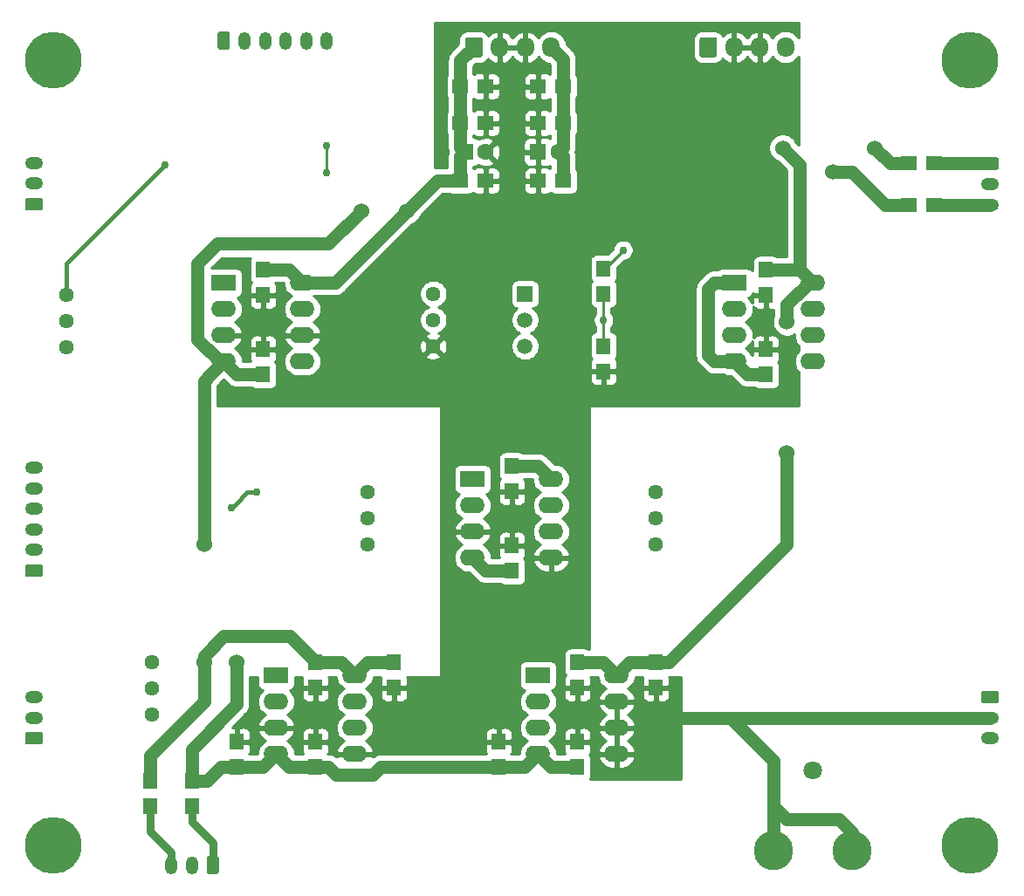
<source format=gbl>
G04 #@! TF.GenerationSoftware,KiCad,Pcbnew,(5.1.2)-1*
G04 #@! TF.CreationDate,2019-05-14T16:23:27-07:00*
G04 #@! TF.ProjectId,triumph_main,74726975-6d70-4685-9f6d-61696e2e6b69,A*
G04 #@! TF.SameCoordinates,Original*
G04 #@! TF.FileFunction,Copper,L2,Bot*
G04 #@! TF.FilePolarity,Positive*
%FSLAX46Y46*%
G04 Gerber Fmt 4.6, Leading zero omitted, Abs format (unit mm)*
G04 Created by KiCad (PCBNEW (5.1.2)-1) date 2019-05-14 16:23:27*
%MOMM*%
%LPD*%
G04 APERTURE LIST*
%ADD10O,2.400000X1.600000*%
%ADD11R,2.400000X1.600000*%
%ADD12C,0.100000*%
%ADD13C,1.200000*%
%ADD14O,1.200000X1.750000*%
%ADD15C,3.810000*%
%ADD16C,1.800000*%
%ADD17C,5.500000*%
%ADD18R,1.400000X1.550000*%
%ADD19R,1.550000X1.400000*%
%ADD20C,1.600000*%
%ADD21R,1.600000X1.600000*%
%ADD22C,1.440000*%
%ADD23R,1.500000X1.500000*%
%ADD24C,1.500000*%
%ADD25O,1.700000X1.950000*%
%ADD26C,1.700000*%
%ADD27O,1.750000X1.200000*%
%ADD28C,1.016000*%
%ADD29C,1.524000*%
%ADD30C,0.762000*%
%ADD31C,1.270000*%
%ADD32C,0.254000*%
%ADD33C,0.381000*%
%ADD34C,0.762000*%
G04 APERTURE END LIST*
D10*
X173736000Y-83566000D03*
X166116000Y-91186000D03*
X173736000Y-86106000D03*
X166116000Y-88646000D03*
X173736000Y-88646000D03*
X166116000Y-86106000D03*
X173736000Y-91186000D03*
D11*
X166116000Y-83566000D03*
D12*
G36*
X115880505Y-139207204D02*
G01*
X115904773Y-139210804D01*
X115928572Y-139216765D01*
X115951671Y-139225030D01*
X115973850Y-139235520D01*
X115994893Y-139248132D01*
X116014599Y-139262747D01*
X116032777Y-139279223D01*
X116049253Y-139297401D01*
X116063868Y-139317107D01*
X116076480Y-139338150D01*
X116086970Y-139360329D01*
X116095235Y-139383428D01*
X116101196Y-139407227D01*
X116104796Y-139431495D01*
X116106000Y-139455999D01*
X116106000Y-140706001D01*
X116104796Y-140730505D01*
X116101196Y-140754773D01*
X116095235Y-140778572D01*
X116086970Y-140801671D01*
X116076480Y-140823850D01*
X116063868Y-140844893D01*
X116049253Y-140864599D01*
X116032777Y-140882777D01*
X116014599Y-140899253D01*
X115994893Y-140913868D01*
X115973850Y-140926480D01*
X115951671Y-140936970D01*
X115928572Y-140945235D01*
X115904773Y-140951196D01*
X115880505Y-140954796D01*
X115856001Y-140956000D01*
X115155999Y-140956000D01*
X115131495Y-140954796D01*
X115107227Y-140951196D01*
X115083428Y-140945235D01*
X115060329Y-140936970D01*
X115038150Y-140926480D01*
X115017107Y-140913868D01*
X114997401Y-140899253D01*
X114979223Y-140882777D01*
X114962747Y-140864599D01*
X114948132Y-140844893D01*
X114935520Y-140823850D01*
X114925030Y-140801671D01*
X114916765Y-140778572D01*
X114910804Y-140754773D01*
X114907204Y-140730505D01*
X114906000Y-140706001D01*
X114906000Y-139455999D01*
X114907204Y-139431495D01*
X114910804Y-139407227D01*
X114916765Y-139383428D01*
X114925030Y-139360329D01*
X114935520Y-139338150D01*
X114948132Y-139317107D01*
X114962747Y-139297401D01*
X114979223Y-139279223D01*
X114997401Y-139262747D01*
X115017107Y-139248132D01*
X115038150Y-139235520D01*
X115060329Y-139225030D01*
X115083428Y-139216765D01*
X115107227Y-139210804D01*
X115131495Y-139207204D01*
X115155999Y-139206000D01*
X115856001Y-139206000D01*
X115880505Y-139207204D01*
X115880505Y-139207204D01*
G37*
D13*
X115506000Y-140081000D03*
D14*
X113506000Y-140081000D03*
X111506000Y-140081000D03*
D15*
X169936000Y-138656000D03*
X177536000Y-138656000D03*
D16*
X173736000Y-130856000D03*
D17*
X188976000Y-138176000D03*
X100076000Y-138176000D03*
D18*
X143256000Y-130556000D03*
X143256000Y-128106000D03*
X158496000Y-120396000D03*
X158496000Y-122846000D03*
X117856000Y-130556000D03*
X117856000Y-128106000D03*
X133096000Y-120396000D03*
X133096000Y-122846000D03*
D17*
X188976000Y-61976000D03*
X100076000Y-61976000D03*
D19*
X149516000Y-68072000D03*
X147066000Y-68072000D03*
X141986000Y-68072000D03*
X139536000Y-68072000D03*
D20*
X149066000Y-70866000D03*
D21*
X147066000Y-70866000D03*
D20*
X141986000Y-70866000D03*
D21*
X139986000Y-70866000D03*
D18*
X153416000Y-92176000D03*
X153416000Y-89726000D03*
X153416000Y-84646000D03*
X153416000Y-82196000D03*
X113476000Y-134366000D03*
X113476000Y-131916000D03*
X109476000Y-134366000D03*
X109476000Y-131916000D03*
D19*
X185446000Y-71996000D03*
X182996000Y-71996000D03*
X185446000Y-75996000D03*
X182996000Y-75996000D03*
D18*
X150876000Y-130556000D03*
X150876000Y-128106000D03*
X150876000Y-120396000D03*
X150876000Y-122846000D03*
X125476000Y-130556000D03*
X125476000Y-128106000D03*
X125476000Y-120396000D03*
X125476000Y-122846000D03*
X144526000Y-111506000D03*
X144526000Y-109056000D03*
X144526000Y-101346000D03*
X144526000Y-103796000D03*
D19*
X149516000Y-64516000D03*
X147066000Y-64516000D03*
X141986000Y-64516000D03*
X139536000Y-64516000D03*
X149516000Y-73660000D03*
X147066000Y-73660000D03*
X141986000Y-73660000D03*
X139536000Y-73660000D03*
D18*
X120396000Y-92456000D03*
X120396000Y-90006000D03*
X120396000Y-82296000D03*
X120396000Y-84746000D03*
X169164000Y-90006000D03*
X169164000Y-92456000D03*
X169164000Y-84746000D03*
X169164000Y-82296000D03*
D10*
X154686000Y-121666000D03*
X147066000Y-129286000D03*
X154686000Y-124206000D03*
X147066000Y-126746000D03*
X154686000Y-126746000D03*
X147066000Y-124206000D03*
X154686000Y-129286000D03*
D11*
X147066000Y-121666000D03*
D10*
X129286000Y-121666000D03*
X121666000Y-129286000D03*
X129286000Y-124206000D03*
X121666000Y-126746000D03*
X129286000Y-126746000D03*
X121666000Y-124206000D03*
X129286000Y-129286000D03*
D11*
X121666000Y-121666000D03*
D10*
X148336000Y-102616000D03*
X140716000Y-110236000D03*
X148336000Y-105156000D03*
X140716000Y-107696000D03*
X148336000Y-107696000D03*
X140716000Y-105156000D03*
X148336000Y-110236000D03*
D11*
X140716000Y-102616000D03*
D10*
X124206000Y-83566000D03*
X116586000Y-91186000D03*
X124206000Y-86106000D03*
X116586000Y-88646000D03*
X124206000Y-88646000D03*
X116586000Y-86106000D03*
X124206000Y-91186000D03*
D11*
X116586000Y-83566000D03*
D22*
X109601000Y-125476000D03*
X109601000Y-122936000D03*
X109601000Y-120396000D03*
X158496000Y-108966000D03*
X158496000Y-106426000D03*
X158496000Y-103886000D03*
X130556000Y-108966000D03*
X130556000Y-106426000D03*
X130556000Y-103886000D03*
X136906000Y-89726000D03*
X136906000Y-87186000D03*
X136906000Y-84646000D03*
X101346000Y-89789000D03*
X101346000Y-87249000D03*
X101346000Y-84709000D03*
D23*
X145796000Y-84646000D03*
D24*
X145796000Y-89726000D03*
X145796000Y-87186000D03*
D25*
X171076000Y-60706000D03*
X168576000Y-60706000D03*
X166076000Y-60706000D03*
D12*
G36*
X164200504Y-59732204D02*
G01*
X164224773Y-59735804D01*
X164248571Y-59741765D01*
X164271671Y-59750030D01*
X164293849Y-59760520D01*
X164314893Y-59773133D01*
X164334598Y-59787747D01*
X164352777Y-59804223D01*
X164369253Y-59822402D01*
X164383867Y-59842107D01*
X164396480Y-59863151D01*
X164406970Y-59885329D01*
X164415235Y-59908429D01*
X164421196Y-59932227D01*
X164424796Y-59956496D01*
X164426000Y-59981000D01*
X164426000Y-61431000D01*
X164424796Y-61455504D01*
X164421196Y-61479773D01*
X164415235Y-61503571D01*
X164406970Y-61526671D01*
X164396480Y-61548849D01*
X164383867Y-61569893D01*
X164369253Y-61589598D01*
X164352777Y-61607777D01*
X164334598Y-61624253D01*
X164314893Y-61638867D01*
X164293849Y-61651480D01*
X164271671Y-61661970D01*
X164248571Y-61670235D01*
X164224773Y-61676196D01*
X164200504Y-61679796D01*
X164176000Y-61681000D01*
X162976000Y-61681000D01*
X162951496Y-61679796D01*
X162927227Y-61676196D01*
X162903429Y-61670235D01*
X162880329Y-61661970D01*
X162858151Y-61651480D01*
X162837107Y-61638867D01*
X162817402Y-61624253D01*
X162799223Y-61607777D01*
X162782747Y-61589598D01*
X162768133Y-61569893D01*
X162755520Y-61548849D01*
X162745030Y-61526671D01*
X162736765Y-61503571D01*
X162730804Y-61479773D01*
X162727204Y-61455504D01*
X162726000Y-61431000D01*
X162726000Y-59981000D01*
X162727204Y-59956496D01*
X162730804Y-59932227D01*
X162736765Y-59908429D01*
X162745030Y-59885329D01*
X162755520Y-59863151D01*
X162768133Y-59842107D01*
X162782747Y-59822402D01*
X162799223Y-59804223D01*
X162817402Y-59787747D01*
X162837107Y-59773133D01*
X162858151Y-59760520D01*
X162880329Y-59750030D01*
X162903429Y-59741765D01*
X162927227Y-59735804D01*
X162951496Y-59732204D01*
X162976000Y-59731000D01*
X164176000Y-59731000D01*
X164200504Y-59732204D01*
X164200504Y-59732204D01*
G37*
D26*
X163576000Y-60706000D03*
D27*
X98171000Y-123771000D03*
X98171000Y-125771000D03*
D12*
G36*
X98820505Y-127172204D02*
G01*
X98844773Y-127175804D01*
X98868572Y-127181765D01*
X98891671Y-127190030D01*
X98913850Y-127200520D01*
X98934893Y-127213132D01*
X98954599Y-127227747D01*
X98972777Y-127244223D01*
X98989253Y-127262401D01*
X99003868Y-127282107D01*
X99016480Y-127303150D01*
X99026970Y-127325329D01*
X99035235Y-127348428D01*
X99041196Y-127372227D01*
X99044796Y-127396495D01*
X99046000Y-127420999D01*
X99046000Y-128121001D01*
X99044796Y-128145505D01*
X99041196Y-128169773D01*
X99035235Y-128193572D01*
X99026970Y-128216671D01*
X99016480Y-128238850D01*
X99003868Y-128259893D01*
X98989253Y-128279599D01*
X98972777Y-128297777D01*
X98954599Y-128314253D01*
X98934893Y-128328868D01*
X98913850Y-128341480D01*
X98891671Y-128351970D01*
X98868572Y-128360235D01*
X98844773Y-128366196D01*
X98820505Y-128369796D01*
X98796001Y-128371000D01*
X97545999Y-128371000D01*
X97521495Y-128369796D01*
X97497227Y-128366196D01*
X97473428Y-128360235D01*
X97450329Y-128351970D01*
X97428150Y-128341480D01*
X97407107Y-128328868D01*
X97387401Y-128314253D01*
X97369223Y-128297777D01*
X97352747Y-128279599D01*
X97338132Y-128259893D01*
X97325520Y-128238850D01*
X97315030Y-128216671D01*
X97306765Y-128193572D01*
X97300804Y-128169773D01*
X97297204Y-128145505D01*
X97296000Y-128121001D01*
X97296000Y-127420999D01*
X97297204Y-127396495D01*
X97300804Y-127372227D01*
X97306765Y-127348428D01*
X97315030Y-127325329D01*
X97325520Y-127303150D01*
X97338132Y-127282107D01*
X97352747Y-127262401D01*
X97369223Y-127244223D01*
X97387401Y-127227747D01*
X97407107Y-127213132D01*
X97428150Y-127200520D01*
X97450329Y-127190030D01*
X97473428Y-127181765D01*
X97497227Y-127175804D01*
X97521495Y-127172204D01*
X97545999Y-127171000D01*
X98796001Y-127171000D01*
X98820505Y-127172204D01*
X98820505Y-127172204D01*
G37*
D13*
X98171000Y-127771000D03*
D14*
X126586000Y-60071000D03*
X124586000Y-60071000D03*
X122586000Y-60071000D03*
X120586000Y-60071000D03*
X118586000Y-60071000D03*
D12*
G36*
X116960505Y-59197204D02*
G01*
X116984773Y-59200804D01*
X117008572Y-59206765D01*
X117031671Y-59215030D01*
X117053850Y-59225520D01*
X117074893Y-59238132D01*
X117094599Y-59252747D01*
X117112777Y-59269223D01*
X117129253Y-59287401D01*
X117143868Y-59307107D01*
X117156480Y-59328150D01*
X117166970Y-59350329D01*
X117175235Y-59373428D01*
X117181196Y-59397227D01*
X117184796Y-59421495D01*
X117186000Y-59445999D01*
X117186000Y-60696001D01*
X117184796Y-60720505D01*
X117181196Y-60744773D01*
X117175235Y-60768572D01*
X117166970Y-60791671D01*
X117156480Y-60813850D01*
X117143868Y-60834893D01*
X117129253Y-60854599D01*
X117112777Y-60872777D01*
X117094599Y-60889253D01*
X117074893Y-60903868D01*
X117053850Y-60916480D01*
X117031671Y-60926970D01*
X117008572Y-60935235D01*
X116984773Y-60941196D01*
X116960505Y-60944796D01*
X116936001Y-60946000D01*
X116235999Y-60946000D01*
X116211495Y-60944796D01*
X116187227Y-60941196D01*
X116163428Y-60935235D01*
X116140329Y-60926970D01*
X116118150Y-60916480D01*
X116097107Y-60903868D01*
X116077401Y-60889253D01*
X116059223Y-60872777D01*
X116042747Y-60854599D01*
X116028132Y-60834893D01*
X116015520Y-60813850D01*
X116005030Y-60791671D01*
X115996765Y-60768572D01*
X115990804Y-60744773D01*
X115987204Y-60720505D01*
X115986000Y-60696001D01*
X115986000Y-59445999D01*
X115987204Y-59421495D01*
X115990804Y-59397227D01*
X115996765Y-59373428D01*
X116005030Y-59350329D01*
X116015520Y-59328150D01*
X116028132Y-59307107D01*
X116042747Y-59287401D01*
X116059223Y-59269223D01*
X116077401Y-59252747D01*
X116097107Y-59238132D01*
X116118150Y-59225520D01*
X116140329Y-59215030D01*
X116163428Y-59206765D01*
X116187227Y-59200804D01*
X116211495Y-59197204D01*
X116235999Y-59196000D01*
X116936001Y-59196000D01*
X116960505Y-59197204D01*
X116960505Y-59197204D01*
G37*
D13*
X116586000Y-60071000D03*
D27*
X190881000Y-127771000D03*
X190881000Y-125771000D03*
D12*
G36*
X191530505Y-123172204D02*
G01*
X191554773Y-123175804D01*
X191578572Y-123181765D01*
X191601671Y-123190030D01*
X191623850Y-123200520D01*
X191644893Y-123213132D01*
X191664599Y-123227747D01*
X191682777Y-123244223D01*
X191699253Y-123262401D01*
X191713868Y-123282107D01*
X191726480Y-123303150D01*
X191736970Y-123325329D01*
X191745235Y-123348428D01*
X191751196Y-123372227D01*
X191754796Y-123396495D01*
X191756000Y-123420999D01*
X191756000Y-124121001D01*
X191754796Y-124145505D01*
X191751196Y-124169773D01*
X191745235Y-124193572D01*
X191736970Y-124216671D01*
X191726480Y-124238850D01*
X191713868Y-124259893D01*
X191699253Y-124279599D01*
X191682777Y-124297777D01*
X191664599Y-124314253D01*
X191644893Y-124328868D01*
X191623850Y-124341480D01*
X191601671Y-124351970D01*
X191578572Y-124360235D01*
X191554773Y-124366196D01*
X191530505Y-124369796D01*
X191506001Y-124371000D01*
X190255999Y-124371000D01*
X190231495Y-124369796D01*
X190207227Y-124366196D01*
X190183428Y-124360235D01*
X190160329Y-124351970D01*
X190138150Y-124341480D01*
X190117107Y-124328868D01*
X190097401Y-124314253D01*
X190079223Y-124297777D01*
X190062747Y-124279599D01*
X190048132Y-124259893D01*
X190035520Y-124238850D01*
X190025030Y-124216671D01*
X190016765Y-124193572D01*
X190010804Y-124169773D01*
X190007204Y-124145505D01*
X190006000Y-124121001D01*
X190006000Y-123420999D01*
X190007204Y-123396495D01*
X190010804Y-123372227D01*
X190016765Y-123348428D01*
X190025030Y-123325329D01*
X190035520Y-123303150D01*
X190048132Y-123282107D01*
X190062747Y-123262401D01*
X190079223Y-123244223D01*
X190097401Y-123227747D01*
X190117107Y-123213132D01*
X190138150Y-123200520D01*
X190160329Y-123190030D01*
X190183428Y-123181765D01*
X190207227Y-123175804D01*
X190231495Y-123172204D01*
X190255999Y-123171000D01*
X191506001Y-123171000D01*
X191530505Y-123172204D01*
X191530505Y-123172204D01*
G37*
D13*
X190881000Y-123771000D03*
D27*
X98171000Y-101506000D03*
X98171000Y-103506000D03*
X98171000Y-105506000D03*
X98171000Y-107506000D03*
X98171000Y-109506000D03*
D12*
G36*
X98820505Y-110907204D02*
G01*
X98844773Y-110910804D01*
X98868572Y-110916765D01*
X98891671Y-110925030D01*
X98913850Y-110935520D01*
X98934893Y-110948132D01*
X98954599Y-110962747D01*
X98972777Y-110979223D01*
X98989253Y-110997401D01*
X99003868Y-111017107D01*
X99016480Y-111038150D01*
X99026970Y-111060329D01*
X99035235Y-111083428D01*
X99041196Y-111107227D01*
X99044796Y-111131495D01*
X99046000Y-111155999D01*
X99046000Y-111856001D01*
X99044796Y-111880505D01*
X99041196Y-111904773D01*
X99035235Y-111928572D01*
X99026970Y-111951671D01*
X99016480Y-111973850D01*
X99003868Y-111994893D01*
X98989253Y-112014599D01*
X98972777Y-112032777D01*
X98954599Y-112049253D01*
X98934893Y-112063868D01*
X98913850Y-112076480D01*
X98891671Y-112086970D01*
X98868572Y-112095235D01*
X98844773Y-112101196D01*
X98820505Y-112104796D01*
X98796001Y-112106000D01*
X97545999Y-112106000D01*
X97521495Y-112104796D01*
X97497227Y-112101196D01*
X97473428Y-112095235D01*
X97450329Y-112086970D01*
X97428150Y-112076480D01*
X97407107Y-112063868D01*
X97387401Y-112049253D01*
X97369223Y-112032777D01*
X97352747Y-112014599D01*
X97338132Y-111994893D01*
X97325520Y-111973850D01*
X97315030Y-111951671D01*
X97306765Y-111928572D01*
X97300804Y-111904773D01*
X97297204Y-111880505D01*
X97296000Y-111856001D01*
X97296000Y-111155999D01*
X97297204Y-111131495D01*
X97300804Y-111107227D01*
X97306765Y-111083428D01*
X97315030Y-111060329D01*
X97325520Y-111038150D01*
X97338132Y-111017107D01*
X97352747Y-110997401D01*
X97369223Y-110979223D01*
X97387401Y-110962747D01*
X97407107Y-110948132D01*
X97428150Y-110935520D01*
X97450329Y-110925030D01*
X97473428Y-110916765D01*
X97497227Y-110910804D01*
X97521495Y-110907204D01*
X97545999Y-110906000D01*
X98796001Y-110906000D01*
X98820505Y-110907204D01*
X98820505Y-110907204D01*
G37*
D13*
X98171000Y-111506000D03*
D27*
X190881000Y-75996000D03*
X190881000Y-73996000D03*
D12*
G36*
X191530505Y-71397204D02*
G01*
X191554773Y-71400804D01*
X191578572Y-71406765D01*
X191601671Y-71415030D01*
X191623850Y-71425520D01*
X191644893Y-71438132D01*
X191664599Y-71452747D01*
X191682777Y-71469223D01*
X191699253Y-71487401D01*
X191713868Y-71507107D01*
X191726480Y-71528150D01*
X191736970Y-71550329D01*
X191745235Y-71573428D01*
X191751196Y-71597227D01*
X191754796Y-71621495D01*
X191756000Y-71645999D01*
X191756000Y-72346001D01*
X191754796Y-72370505D01*
X191751196Y-72394773D01*
X191745235Y-72418572D01*
X191736970Y-72441671D01*
X191726480Y-72463850D01*
X191713868Y-72484893D01*
X191699253Y-72504599D01*
X191682777Y-72522777D01*
X191664599Y-72539253D01*
X191644893Y-72553868D01*
X191623850Y-72566480D01*
X191601671Y-72576970D01*
X191578572Y-72585235D01*
X191554773Y-72591196D01*
X191530505Y-72594796D01*
X191506001Y-72596000D01*
X190255999Y-72596000D01*
X190231495Y-72594796D01*
X190207227Y-72591196D01*
X190183428Y-72585235D01*
X190160329Y-72576970D01*
X190138150Y-72566480D01*
X190117107Y-72553868D01*
X190097401Y-72539253D01*
X190079223Y-72522777D01*
X190062747Y-72504599D01*
X190048132Y-72484893D01*
X190035520Y-72463850D01*
X190025030Y-72441671D01*
X190016765Y-72418572D01*
X190010804Y-72394773D01*
X190007204Y-72370505D01*
X190006000Y-72346001D01*
X190006000Y-71645999D01*
X190007204Y-71621495D01*
X190010804Y-71597227D01*
X190016765Y-71573428D01*
X190025030Y-71550329D01*
X190035520Y-71528150D01*
X190048132Y-71507107D01*
X190062747Y-71487401D01*
X190079223Y-71469223D01*
X190097401Y-71452747D01*
X190117107Y-71438132D01*
X190138150Y-71425520D01*
X190160329Y-71415030D01*
X190183428Y-71406765D01*
X190207227Y-71400804D01*
X190231495Y-71397204D01*
X190255999Y-71396000D01*
X191506001Y-71396000D01*
X191530505Y-71397204D01*
X191530505Y-71397204D01*
G37*
D13*
X190881000Y-71996000D03*
D27*
X98171000Y-71946000D03*
X98171000Y-73946000D03*
D12*
G36*
X98820505Y-75347204D02*
G01*
X98844773Y-75350804D01*
X98868572Y-75356765D01*
X98891671Y-75365030D01*
X98913850Y-75375520D01*
X98934893Y-75388132D01*
X98954599Y-75402747D01*
X98972777Y-75419223D01*
X98989253Y-75437401D01*
X99003868Y-75457107D01*
X99016480Y-75478150D01*
X99026970Y-75500329D01*
X99035235Y-75523428D01*
X99041196Y-75547227D01*
X99044796Y-75571495D01*
X99046000Y-75595999D01*
X99046000Y-76296001D01*
X99044796Y-76320505D01*
X99041196Y-76344773D01*
X99035235Y-76368572D01*
X99026970Y-76391671D01*
X99016480Y-76413850D01*
X99003868Y-76434893D01*
X98989253Y-76454599D01*
X98972777Y-76472777D01*
X98954599Y-76489253D01*
X98934893Y-76503868D01*
X98913850Y-76516480D01*
X98891671Y-76526970D01*
X98868572Y-76535235D01*
X98844773Y-76541196D01*
X98820505Y-76544796D01*
X98796001Y-76546000D01*
X97545999Y-76546000D01*
X97521495Y-76544796D01*
X97497227Y-76541196D01*
X97473428Y-76535235D01*
X97450329Y-76526970D01*
X97428150Y-76516480D01*
X97407107Y-76503868D01*
X97387401Y-76489253D01*
X97369223Y-76472777D01*
X97352747Y-76454599D01*
X97338132Y-76434893D01*
X97325520Y-76413850D01*
X97315030Y-76391671D01*
X97306765Y-76368572D01*
X97300804Y-76344773D01*
X97297204Y-76320505D01*
X97296000Y-76296001D01*
X97296000Y-75595999D01*
X97297204Y-75571495D01*
X97300804Y-75547227D01*
X97306765Y-75523428D01*
X97315030Y-75500329D01*
X97325520Y-75478150D01*
X97338132Y-75457107D01*
X97352747Y-75437401D01*
X97369223Y-75419223D01*
X97387401Y-75402747D01*
X97407107Y-75388132D01*
X97428150Y-75375520D01*
X97450329Y-75365030D01*
X97473428Y-75356765D01*
X97497227Y-75350804D01*
X97521495Y-75347204D01*
X97545999Y-75346000D01*
X98796001Y-75346000D01*
X98820505Y-75347204D01*
X98820505Y-75347204D01*
G37*
D13*
X98171000Y-75946000D03*
D25*
X148336000Y-60706000D03*
X145836000Y-60706000D03*
X143336000Y-60706000D03*
D12*
G36*
X141460504Y-59732204D02*
G01*
X141484773Y-59735804D01*
X141508571Y-59741765D01*
X141531671Y-59750030D01*
X141553849Y-59760520D01*
X141574893Y-59773133D01*
X141594598Y-59787747D01*
X141612777Y-59804223D01*
X141629253Y-59822402D01*
X141643867Y-59842107D01*
X141656480Y-59863151D01*
X141666970Y-59885329D01*
X141675235Y-59908429D01*
X141681196Y-59932227D01*
X141684796Y-59956496D01*
X141686000Y-59981000D01*
X141686000Y-61431000D01*
X141684796Y-61455504D01*
X141681196Y-61479773D01*
X141675235Y-61503571D01*
X141666970Y-61526671D01*
X141656480Y-61548849D01*
X141643867Y-61569893D01*
X141629253Y-61589598D01*
X141612777Y-61607777D01*
X141594598Y-61624253D01*
X141574893Y-61638867D01*
X141553849Y-61651480D01*
X141531671Y-61661970D01*
X141508571Y-61670235D01*
X141484773Y-61676196D01*
X141460504Y-61679796D01*
X141436000Y-61681000D01*
X140236000Y-61681000D01*
X140211496Y-61679796D01*
X140187227Y-61676196D01*
X140163429Y-61670235D01*
X140140329Y-61661970D01*
X140118151Y-61651480D01*
X140097107Y-61638867D01*
X140077402Y-61624253D01*
X140059223Y-61607777D01*
X140042747Y-61589598D01*
X140028133Y-61569893D01*
X140015520Y-61548849D01*
X140005030Y-61526671D01*
X139996765Y-61503571D01*
X139990804Y-61479773D01*
X139987204Y-61455504D01*
X139986000Y-61431000D01*
X139986000Y-59981000D01*
X139987204Y-59956496D01*
X139990804Y-59932227D01*
X139996765Y-59908429D01*
X140005030Y-59885329D01*
X140015520Y-59863151D01*
X140028133Y-59842107D01*
X140042747Y-59822402D01*
X140059223Y-59804223D01*
X140077402Y-59787747D01*
X140097107Y-59773133D01*
X140118151Y-59760520D01*
X140140329Y-59750030D01*
X140163429Y-59741765D01*
X140187227Y-59735804D01*
X140211496Y-59732204D01*
X140236000Y-59731000D01*
X141436000Y-59731000D01*
X141460504Y-59732204D01*
X141460504Y-59732204D01*
G37*
D26*
X140836000Y-60706000D03*
D28*
X151066000Y-93536000D03*
D29*
X171196000Y-87376000D03*
X171196005Y-100076005D03*
X134366000Y-76581000D03*
X114681000Y-120396000D03*
X138811000Y-76581000D03*
X170815005Y-70485005D03*
X179704901Y-70485005D03*
X175641000Y-72771000D03*
X114681000Y-108966000D03*
X129921000Y-76581000D03*
X117856000Y-120396004D03*
D30*
X153416000Y-87185500D03*
X155321000Y-80391000D03*
X119761000Y-103886000D03*
X117348000Y-105410014D03*
X126586000Y-70231000D03*
X126586000Y-72931000D03*
X110871000Y-72136000D03*
D31*
X169936000Y-134356000D02*
X169936000Y-138656000D01*
X170901000Y-125771000D02*
X190881000Y-125771000D01*
X177536000Y-136896000D02*
X177536000Y-138656000D01*
X176276000Y-135636000D02*
X177536000Y-136896000D01*
X171196000Y-135636000D02*
X176276000Y-135636000D01*
X169936000Y-134356000D02*
X169936000Y-134376000D01*
X169936000Y-134376000D02*
X171196000Y-135636000D01*
X163871000Y-125771000D02*
X160106000Y-125771000D01*
X169936000Y-129931000D02*
X165776000Y-125771000D01*
X169936000Y-134356000D02*
X169936000Y-129931000D01*
X170901000Y-125771000D02*
X165776000Y-125771000D01*
X165776000Y-125771000D02*
X163871000Y-125771000D01*
X139536000Y-62006000D02*
X140836000Y-60706000D01*
X139536000Y-64516000D02*
X139536000Y-62006000D01*
X139536000Y-64516000D02*
X139536000Y-68072000D01*
X139536000Y-70416000D02*
X139986000Y-70866000D01*
X139536000Y-68072000D02*
X139536000Y-70416000D01*
X139536000Y-71316000D02*
X139986000Y-70866000D01*
X139536000Y-73660000D02*
X139536000Y-71316000D01*
X172466000Y-82296000D02*
X173736000Y-83566000D01*
X122936000Y-82296000D02*
X124206000Y-83566000D01*
X120396000Y-82296000D02*
X122936000Y-82296000D01*
X147066000Y-101346000D02*
X148336000Y-102616000D01*
X144526000Y-101346000D02*
X147066000Y-101346000D01*
X153416000Y-120396000D02*
X154686000Y-121666000D01*
X150876000Y-120396000D02*
X153416000Y-120396000D01*
X155956000Y-120396000D02*
X154686000Y-121666000D01*
X158496000Y-120396000D02*
X155956000Y-120396000D01*
X130556000Y-120396000D02*
X129286000Y-121666000D01*
X133096000Y-120396000D02*
X130556000Y-120396000D01*
X128016000Y-120396000D02*
X129286000Y-121666000D01*
X125476000Y-120396000D02*
X128016000Y-120396000D01*
X173736000Y-83566000D02*
X173101000Y-83566000D01*
X169418000Y-82296000D02*
X172466000Y-82296000D01*
X173336000Y-83566000D02*
X173736000Y-83566000D01*
X171196000Y-87376000D02*
X171196000Y-85706000D01*
X171196000Y-85706000D02*
X173336000Y-83566000D01*
X171196000Y-100076010D02*
X171196005Y-100076005D01*
X171196000Y-108966000D02*
X171196000Y-100076010D01*
X158496000Y-120396000D02*
X159766000Y-120396000D01*
X159766000Y-120396000D02*
X171196000Y-108966000D01*
X124206000Y-83566000D02*
X127381000Y-83566000D01*
X127381000Y-83566000D02*
X134239001Y-76707999D01*
X135762999Y-75184001D02*
X135001000Y-75946000D01*
X137287000Y-73660000D02*
X135762999Y-75184001D01*
X134239001Y-76707999D02*
X135001000Y-75946000D01*
X139536000Y-73660000D02*
X137287000Y-73660000D01*
X114681000Y-124206000D02*
X114681000Y-121473630D01*
X109476000Y-129411000D02*
X114681000Y-124206000D01*
X114681000Y-121473630D02*
X114681000Y-120396000D01*
X109476000Y-131916000D02*
X109476000Y-129411000D01*
X114681000Y-119761000D02*
X114681000Y-120396000D01*
X116586000Y-117856000D02*
X114681000Y-119761000D01*
X123011000Y-117856000D02*
X116586000Y-117856000D01*
X125476000Y-120396000D02*
X125476000Y-120321000D01*
X125476000Y-120321000D02*
X123011000Y-117856000D01*
X171577004Y-71247004D02*
X170815005Y-70485005D01*
X172466000Y-72136000D02*
X171577004Y-71247004D01*
X172466000Y-82296000D02*
X172466000Y-72136000D01*
X181215896Y-71996000D02*
X179704901Y-70485005D01*
X182996000Y-71996000D02*
X181215896Y-71996000D01*
X149516000Y-61886000D02*
X148336000Y-60706000D01*
X149516000Y-64516000D02*
X149516000Y-61886000D01*
X149516000Y-68072000D02*
X149516000Y-64516000D01*
X149516000Y-71316000D02*
X149066000Y-70866000D01*
X149516000Y-73660000D02*
X149516000Y-71316000D01*
X149516000Y-70416000D02*
X149066000Y-70866000D01*
X149516000Y-68072000D02*
X149516000Y-70416000D01*
X164154000Y-83566000D02*
X166116000Y-83566000D01*
X163576000Y-84144000D02*
X164154000Y-83566000D01*
X163576000Y-90608000D02*
X163576000Y-84144000D01*
X164154000Y-91186000D02*
X163576000Y-90608000D01*
X166116000Y-91186000D02*
X164154000Y-91186000D01*
X117856000Y-92456000D02*
X116586000Y-91186000D01*
X120396000Y-92456000D02*
X117856000Y-92456000D01*
X141986000Y-111506000D02*
X140716000Y-110236000D01*
X144526000Y-111506000D02*
X141986000Y-111506000D01*
X148336000Y-130556000D02*
X147066000Y-129286000D01*
X150876000Y-130556000D02*
X148336000Y-130556000D01*
X145796000Y-130556000D02*
X147066000Y-129286000D01*
X143256000Y-130556000D02*
X145796000Y-130556000D01*
X122936000Y-130556000D02*
X121666000Y-129286000D01*
X125476000Y-130556000D02*
X122936000Y-130556000D01*
X120396000Y-130556000D02*
X121666000Y-129286000D01*
X117856000Y-130556000D02*
X120396000Y-130556000D01*
X175641000Y-72771000D02*
X177546000Y-72771000D01*
X180771000Y-75996000D02*
X182996000Y-75996000D01*
X177546000Y-72771000D02*
X180771000Y-75996000D01*
X116298000Y-130556000D02*
X117856000Y-130556000D01*
X113476000Y-131916000D02*
X114938000Y-131916000D01*
X114938000Y-131916000D02*
X116298000Y-130556000D01*
X116586000Y-91186000D02*
X115316000Y-92456000D01*
X115316000Y-92456000D02*
X114681000Y-93091000D01*
X114681000Y-93091000D02*
X114681000Y-108966000D01*
X167386000Y-92456000D02*
X166116000Y-91186000D01*
X169164000Y-92456000D02*
X167386000Y-92456000D01*
X131826000Y-130556000D02*
X143256000Y-130556000D01*
X131064000Y-131318000D02*
X131826000Y-130556000D01*
X127508000Y-131318000D02*
X131064000Y-131318000D01*
X125476000Y-130556000D02*
X126746000Y-130556000D01*
X126746000Y-130556000D02*
X127508000Y-131318000D01*
X113476000Y-131916000D02*
X113476000Y-128840000D01*
X113476000Y-128840000D02*
X117856000Y-124460000D01*
X117856000Y-124460000D02*
X117856000Y-121473634D01*
X117856000Y-121473634D02*
X117856000Y-120396004D01*
X126746000Y-79756000D02*
X129921000Y-76581000D01*
X115951000Y-79756000D02*
X126746000Y-79756000D01*
X114046000Y-81661000D02*
X115951000Y-79756000D01*
X114046000Y-89046000D02*
X114046000Y-81661000D01*
X116586000Y-91186000D02*
X116186000Y-91186000D01*
X116186000Y-91186000D02*
X114046000Y-89046000D01*
D32*
X153416000Y-84646000D02*
X153416000Y-89726000D01*
X153516000Y-82196000D02*
X153416000Y-82196000D01*
X155321000Y-80391000D02*
X153516000Y-82196000D01*
D31*
X185446000Y-75996000D02*
X190881000Y-75996000D01*
X185446000Y-71996000D02*
X190881000Y-71996000D01*
D33*
X119761000Y-103886000D02*
X118872014Y-103886000D01*
X118872014Y-103886000D02*
X117728999Y-105029015D01*
X117728999Y-105029015D02*
X117348000Y-105410014D01*
D32*
X126586000Y-70769815D02*
X126586000Y-72931000D01*
X126586000Y-70231000D02*
X126586000Y-70769815D01*
D34*
X109476000Y-136781000D02*
X109476000Y-134366000D01*
X111506000Y-140081000D02*
X111506000Y-138811000D01*
X111506000Y-138811000D02*
X109476000Y-136781000D01*
X115506000Y-140081000D02*
X115506000Y-139001000D01*
X115506000Y-137933000D02*
X115506000Y-139001000D01*
X113476000Y-135903000D02*
X115506000Y-137933000D01*
X113476000Y-134366000D02*
X113476000Y-135903000D01*
D33*
X101346000Y-81661000D02*
X101346000Y-84709000D01*
X110871000Y-72136000D02*
X101346000Y-81661000D01*
D32*
G36*
X172339000Y-59793695D02*
G01*
X172316706Y-59751986D01*
X172131134Y-59525866D01*
X171905013Y-59340294D01*
X171647033Y-59202401D01*
X171367110Y-59117487D01*
X171076000Y-59088815D01*
X170784889Y-59117487D01*
X170504966Y-59202401D01*
X170246986Y-59340294D01*
X170020866Y-59525866D01*
X169835294Y-59751987D01*
X169821538Y-59777722D01*
X169665049Y-59571571D01*
X169447193Y-59378504D01*
X169195858Y-59231648D01*
X168932890Y-59139524D01*
X168703000Y-59260845D01*
X168703000Y-60579000D01*
X168723000Y-60579000D01*
X168723000Y-60833000D01*
X168703000Y-60833000D01*
X168703000Y-62151155D01*
X168932890Y-62272476D01*
X169195858Y-62180352D01*
X169447193Y-62033496D01*
X169665049Y-61840429D01*
X169821538Y-61634278D01*
X169835294Y-61660014D01*
X170020866Y-61886134D01*
X170246987Y-62071706D01*
X170504967Y-62209599D01*
X170784890Y-62294513D01*
X171076000Y-62323185D01*
X171367111Y-62294513D01*
X171647034Y-62209599D01*
X171905014Y-62071706D01*
X172131134Y-61886134D01*
X172316706Y-61660014D01*
X172339000Y-61618305D01*
X172339000Y-70212950D01*
X172126325Y-70000275D01*
X172053010Y-69823278D01*
X171900125Y-69594470D01*
X171705540Y-69399885D01*
X171476732Y-69247000D01*
X171222495Y-69141691D01*
X170952597Y-69088005D01*
X170677413Y-69088005D01*
X170407515Y-69141691D01*
X170153278Y-69247000D01*
X169924470Y-69399885D01*
X169729885Y-69594470D01*
X169577000Y-69823278D01*
X169471691Y-70077515D01*
X169418005Y-70347413D01*
X169418005Y-70622597D01*
X169471691Y-70892495D01*
X169577000Y-71146732D01*
X169729885Y-71375540D01*
X169924470Y-71570125D01*
X170153278Y-71723010D01*
X170330275Y-71796325D01*
X170634870Y-72100920D01*
X171196001Y-72662052D01*
X171196000Y-81026000D01*
X170261796Y-81026000D01*
X170218494Y-80990463D01*
X170108180Y-80931498D01*
X169988482Y-80895188D01*
X169864000Y-80882928D01*
X168464000Y-80882928D01*
X168339518Y-80895188D01*
X168219820Y-80931498D01*
X168109506Y-80990463D01*
X168012815Y-81069815D01*
X167933463Y-81166506D01*
X167874498Y-81276820D01*
X167838188Y-81396518D01*
X167825928Y-81521000D01*
X167825928Y-82386394D01*
X167767185Y-82314815D01*
X167670494Y-82235463D01*
X167560180Y-82176498D01*
X167440482Y-82140188D01*
X167316000Y-82127928D01*
X164916000Y-82127928D01*
X164791518Y-82140188D01*
X164671820Y-82176498D01*
X164561506Y-82235463D01*
X164487741Y-82296000D01*
X164216372Y-82296000D01*
X164153999Y-82289857D01*
X164091626Y-82296000D01*
X164091620Y-82296000D01*
X163930755Y-82311844D01*
X163905036Y-82314377D01*
X163832416Y-82336406D01*
X163665641Y-82386997D01*
X163445012Y-82504925D01*
X163251630Y-82663630D01*
X163211859Y-82712091D01*
X162722087Y-83201863D01*
X162673631Y-83241630D01*
X162514926Y-83435012D01*
X162441628Y-83572144D01*
X162396998Y-83655641D01*
X162324377Y-83895037D01*
X162299857Y-84144000D01*
X162306001Y-84206383D01*
X162306000Y-90545627D01*
X162299857Y-90608000D01*
X162306000Y-90670373D01*
X162306000Y-90670379D01*
X162324377Y-90856962D01*
X162396997Y-91096358D01*
X162514925Y-91316987D01*
X162673630Y-91510370D01*
X162722091Y-91550141D01*
X163211859Y-92039909D01*
X163251630Y-92088370D01*
X163445012Y-92247075D01*
X163665641Y-92365003D01*
X163832416Y-92415594D01*
X163905036Y-92437623D01*
X163930755Y-92440156D01*
X164091620Y-92456000D01*
X164091626Y-92456000D01*
X164153999Y-92462143D01*
X164216372Y-92456000D01*
X165047858Y-92456000D01*
X165164192Y-92518182D01*
X165434691Y-92600236D01*
X165645508Y-92621000D01*
X165754950Y-92621000D01*
X166443863Y-93309914D01*
X166483630Y-93358370D01*
X166677012Y-93517075D01*
X166897641Y-93635003D01*
X167053179Y-93682185D01*
X167137036Y-93707623D01*
X167162755Y-93710156D01*
X167323620Y-93726000D01*
X167323626Y-93726000D01*
X167385999Y-93732143D01*
X167448372Y-93726000D01*
X168066204Y-93726000D01*
X168109506Y-93761537D01*
X168219820Y-93820502D01*
X168339518Y-93856812D01*
X168464000Y-93869072D01*
X169864000Y-93869072D01*
X169988482Y-93856812D01*
X170108180Y-93820502D01*
X170218494Y-93761537D01*
X170315185Y-93682185D01*
X170394537Y-93585494D01*
X170453502Y-93475180D01*
X170489812Y-93355482D01*
X170502072Y-93231000D01*
X170502072Y-91681000D01*
X170489812Y-91556518D01*
X170453502Y-91436820D01*
X170394537Y-91326506D01*
X170316158Y-91231000D01*
X170394537Y-91135494D01*
X170453502Y-91025180D01*
X170489812Y-90905482D01*
X170502072Y-90781000D01*
X170499000Y-90291750D01*
X170340250Y-90133000D01*
X169291000Y-90133000D01*
X169291000Y-90153000D01*
X169037000Y-90153000D01*
X169037000Y-90133000D01*
X167987750Y-90133000D01*
X167829000Y-90291750D01*
X167827097Y-90594746D01*
X167714932Y-90384899D01*
X167535608Y-90166392D01*
X167317101Y-89987068D01*
X167184142Y-89916000D01*
X167317101Y-89844932D01*
X167535608Y-89665608D01*
X167714932Y-89447101D01*
X167825980Y-89239344D01*
X167829000Y-89720250D01*
X167987750Y-89879000D01*
X169037000Y-89879000D01*
X169037000Y-88754750D01*
X169291000Y-88754750D01*
X169291000Y-89879000D01*
X170340250Y-89879000D01*
X170499000Y-89720250D01*
X170502072Y-89231000D01*
X170489812Y-89106518D01*
X170453502Y-88986820D01*
X170394537Y-88876506D01*
X170315185Y-88779815D01*
X170218494Y-88700463D01*
X170108180Y-88641498D01*
X169988482Y-88605188D01*
X169864000Y-88592928D01*
X169449750Y-88596000D01*
X169291000Y-88754750D01*
X169037000Y-88754750D01*
X168878250Y-88596000D01*
X168464000Y-88592928D01*
X168339518Y-88605188D01*
X168219820Y-88641498D01*
X168109506Y-88700463D01*
X168012815Y-88779815D01*
X167935482Y-88874046D01*
X167957943Y-88646000D01*
X167930236Y-88364691D01*
X167848182Y-88094192D01*
X167714932Y-87844899D01*
X167535608Y-87626392D01*
X167317101Y-87447068D01*
X167184142Y-87376000D01*
X167317101Y-87304932D01*
X167535608Y-87125608D01*
X167714932Y-86907101D01*
X167848182Y-86657808D01*
X167930236Y-86387309D01*
X167957943Y-86106000D01*
X167935482Y-85877954D01*
X168012815Y-85972185D01*
X168109506Y-86051537D01*
X168219820Y-86110502D01*
X168339518Y-86146812D01*
X168464000Y-86159072D01*
X168878250Y-86156000D01*
X169037000Y-85997250D01*
X169037000Y-84873000D01*
X167987750Y-84873000D01*
X167829000Y-85031750D01*
X167825980Y-85512656D01*
X167714932Y-85304899D01*
X167535608Y-85086392D01*
X167422518Y-84993581D01*
X167440482Y-84991812D01*
X167560180Y-84955502D01*
X167670494Y-84896537D01*
X167767185Y-84817185D01*
X167846537Y-84720494D01*
X167905502Y-84610180D01*
X167922592Y-84553842D01*
X167987750Y-84619000D01*
X169037000Y-84619000D01*
X169037000Y-84599000D01*
X169291000Y-84599000D01*
X169291000Y-84619000D01*
X169311000Y-84619000D01*
X169311000Y-84873000D01*
X169291000Y-84873000D01*
X169291000Y-85997250D01*
X169449750Y-86156000D01*
X169864000Y-86159072D01*
X169926000Y-86152966D01*
X169926000Y-86791515D01*
X169852686Y-86968510D01*
X169799000Y-87238408D01*
X169799000Y-87513592D01*
X169852686Y-87783490D01*
X169957995Y-88037727D01*
X170110880Y-88266535D01*
X170305465Y-88461120D01*
X170534273Y-88614005D01*
X170788510Y-88719314D01*
X171058408Y-88773000D01*
X171333592Y-88773000D01*
X171603490Y-88719314D01*
X171857727Y-88614005D01*
X171899990Y-88585766D01*
X171894057Y-88646000D01*
X171921764Y-88927309D01*
X172003818Y-89197808D01*
X172137068Y-89447101D01*
X172316392Y-89665608D01*
X172339000Y-89684162D01*
X172339000Y-90147838D01*
X172316392Y-90166392D01*
X172137068Y-90384899D01*
X172003818Y-90634192D01*
X171921764Y-90904691D01*
X171894057Y-91186000D01*
X171921764Y-91467309D01*
X172003818Y-91737808D01*
X172137068Y-91987101D01*
X172316392Y-92205608D01*
X172339000Y-92224162D01*
X172339000Y-95504000D01*
X152146000Y-95504000D01*
X152121224Y-95506440D01*
X152097399Y-95513667D01*
X152075443Y-95525403D01*
X152056197Y-95541197D01*
X152040403Y-95560443D01*
X152028667Y-95582399D01*
X152021440Y-95606224D01*
X152019000Y-95631000D01*
X152019000Y-119126000D01*
X151973796Y-119126000D01*
X151930494Y-119090463D01*
X151820180Y-119031498D01*
X151700482Y-118995188D01*
X151576000Y-118982928D01*
X150176000Y-118982928D01*
X150051518Y-118995188D01*
X149931820Y-119031498D01*
X149821506Y-119090463D01*
X149724815Y-119169815D01*
X149645463Y-119266506D01*
X149586498Y-119376820D01*
X149550188Y-119496518D01*
X149537928Y-119621000D01*
X149537928Y-121171000D01*
X149550188Y-121295482D01*
X149586498Y-121415180D01*
X149645463Y-121525494D01*
X149723842Y-121621000D01*
X149645463Y-121716506D01*
X149586498Y-121826820D01*
X149550188Y-121946518D01*
X149537928Y-122071000D01*
X149541000Y-122560250D01*
X149699750Y-122719000D01*
X150749000Y-122719000D01*
X150749000Y-122699000D01*
X151003000Y-122699000D01*
X151003000Y-122719000D01*
X152052250Y-122719000D01*
X152211000Y-122560250D01*
X152214072Y-122071000D01*
X152201812Y-121946518D01*
X152165502Y-121826820D01*
X152147425Y-121793000D01*
X152856566Y-121793000D01*
X152871764Y-121947309D01*
X152953818Y-122217808D01*
X153087068Y-122467101D01*
X153266392Y-122685608D01*
X153484899Y-122864932D01*
X153612741Y-122933265D01*
X153383161Y-123083399D01*
X153181500Y-123281105D01*
X153022285Y-123514354D01*
X152911633Y-123774182D01*
X152894096Y-123856961D01*
X153016085Y-124079000D01*
X154559000Y-124079000D01*
X154559000Y-124059000D01*
X154813000Y-124059000D01*
X154813000Y-124079000D01*
X156355915Y-124079000D01*
X156477904Y-123856961D01*
X156460367Y-123774182D01*
X156395132Y-123621000D01*
X157157928Y-123621000D01*
X157170188Y-123745482D01*
X157206498Y-123865180D01*
X157265463Y-123975494D01*
X157344815Y-124072185D01*
X157441506Y-124151537D01*
X157551820Y-124210502D01*
X157671518Y-124246812D01*
X157796000Y-124259072D01*
X158210250Y-124256000D01*
X158369000Y-124097250D01*
X158369000Y-122973000D01*
X158623000Y-122973000D01*
X158623000Y-124097250D01*
X158781750Y-124256000D01*
X159196000Y-124259072D01*
X159320482Y-124246812D01*
X159440180Y-124210502D01*
X159550494Y-124151537D01*
X159647185Y-124072185D01*
X159726537Y-123975494D01*
X159785502Y-123865180D01*
X159821812Y-123745482D01*
X159834072Y-123621000D01*
X159831000Y-123131750D01*
X159672250Y-122973000D01*
X158623000Y-122973000D01*
X158369000Y-122973000D01*
X157319750Y-122973000D01*
X157161000Y-123131750D01*
X157157928Y-123621000D01*
X156395132Y-123621000D01*
X156349715Y-123514354D01*
X156190500Y-123281105D01*
X155988839Y-123083399D01*
X155759259Y-122933265D01*
X155887101Y-122864932D01*
X156105608Y-122685608D01*
X156284932Y-122467101D01*
X156418182Y-122217808D01*
X156500236Y-121947309D01*
X156515434Y-121793000D01*
X157224575Y-121793000D01*
X157206498Y-121826820D01*
X157170188Y-121946518D01*
X157157928Y-122071000D01*
X157161000Y-122560250D01*
X157319750Y-122719000D01*
X158369000Y-122719000D01*
X158369000Y-122699000D01*
X158623000Y-122699000D01*
X158623000Y-122719000D01*
X159672250Y-122719000D01*
X159831000Y-122560250D01*
X159834072Y-122071000D01*
X159821812Y-121946518D01*
X159785502Y-121826820D01*
X159767425Y-121793000D01*
X160909000Y-121793000D01*
X160909000Y-131699000D01*
X152095453Y-131699000D01*
X152106537Y-131685494D01*
X152165502Y-131575180D01*
X152201812Y-131455482D01*
X152214072Y-131331000D01*
X152214072Y-129781000D01*
X152201812Y-129656518D01*
X152195297Y-129635039D01*
X152894096Y-129635039D01*
X152911633Y-129717818D01*
X153022285Y-129977646D01*
X153181500Y-130210895D01*
X153383161Y-130408601D01*
X153619517Y-130563166D01*
X153881486Y-130668650D01*
X154159000Y-130721000D01*
X154559000Y-130721000D01*
X154559000Y-129413000D01*
X154813000Y-129413000D01*
X154813000Y-130721000D01*
X155213000Y-130721000D01*
X155490514Y-130668650D01*
X155752483Y-130563166D01*
X155988839Y-130408601D01*
X156190500Y-130210895D01*
X156349715Y-129977646D01*
X156460367Y-129717818D01*
X156477904Y-129635039D01*
X156355915Y-129413000D01*
X154813000Y-129413000D01*
X154559000Y-129413000D01*
X153016085Y-129413000D01*
X152894096Y-129635039D01*
X152195297Y-129635039D01*
X152165502Y-129536820D01*
X152106537Y-129426506D01*
X152028158Y-129331000D01*
X152106537Y-129235494D01*
X152165502Y-129125180D01*
X152201812Y-129005482D01*
X152214072Y-128881000D01*
X152211000Y-128391750D01*
X152052250Y-128233000D01*
X151003000Y-128233000D01*
X151003000Y-128253000D01*
X150749000Y-128253000D01*
X150749000Y-128233000D01*
X149699750Y-128233000D01*
X149541000Y-128391750D01*
X149537928Y-128881000D01*
X149550188Y-129005482D01*
X149586498Y-129125180D01*
X149645463Y-129235494D01*
X149686912Y-129286000D01*
X148907943Y-129286000D01*
X148880236Y-129004691D01*
X148798182Y-128734192D01*
X148664932Y-128484899D01*
X148485608Y-128266392D01*
X148267101Y-128087068D01*
X148134142Y-128016000D01*
X148267101Y-127944932D01*
X148485608Y-127765608D01*
X148664932Y-127547101D01*
X148780440Y-127331000D01*
X149537928Y-127331000D01*
X149541000Y-127820250D01*
X149699750Y-127979000D01*
X150749000Y-127979000D01*
X150749000Y-126854750D01*
X151003000Y-126854750D01*
X151003000Y-127979000D01*
X152052250Y-127979000D01*
X152211000Y-127820250D01*
X152214072Y-127331000D01*
X152201812Y-127206518D01*
X152167996Y-127095039D01*
X152894096Y-127095039D01*
X152911633Y-127177818D01*
X153022285Y-127437646D01*
X153181500Y-127670895D01*
X153383161Y-127868601D01*
X153608559Y-128016000D01*
X153383161Y-128163399D01*
X153181500Y-128361105D01*
X153022285Y-128594354D01*
X152911633Y-128854182D01*
X152894096Y-128936961D01*
X153016085Y-129159000D01*
X154559000Y-129159000D01*
X154559000Y-126873000D01*
X154813000Y-126873000D01*
X154813000Y-129159000D01*
X156355915Y-129159000D01*
X156477904Y-128936961D01*
X156460367Y-128854182D01*
X156349715Y-128594354D01*
X156190500Y-128361105D01*
X155988839Y-128163399D01*
X155763441Y-128016000D01*
X155988839Y-127868601D01*
X156190500Y-127670895D01*
X156349715Y-127437646D01*
X156460367Y-127177818D01*
X156477904Y-127095039D01*
X156355915Y-126873000D01*
X154813000Y-126873000D01*
X154559000Y-126873000D01*
X153016085Y-126873000D01*
X152894096Y-127095039D01*
X152167996Y-127095039D01*
X152165502Y-127086820D01*
X152106537Y-126976506D01*
X152027185Y-126879815D01*
X151930494Y-126800463D01*
X151820180Y-126741498D01*
X151700482Y-126705188D01*
X151576000Y-126692928D01*
X151161750Y-126696000D01*
X151003000Y-126854750D01*
X150749000Y-126854750D01*
X150590250Y-126696000D01*
X150176000Y-126692928D01*
X150051518Y-126705188D01*
X149931820Y-126741498D01*
X149821506Y-126800463D01*
X149724815Y-126879815D01*
X149645463Y-126976506D01*
X149586498Y-127086820D01*
X149550188Y-127206518D01*
X149537928Y-127331000D01*
X148780440Y-127331000D01*
X148798182Y-127297808D01*
X148880236Y-127027309D01*
X148907943Y-126746000D01*
X148880236Y-126464691D01*
X148798182Y-126194192D01*
X148664932Y-125944899D01*
X148485608Y-125726392D01*
X148267101Y-125547068D01*
X148134142Y-125476000D01*
X148267101Y-125404932D01*
X148485608Y-125225608D01*
X148664932Y-125007101D01*
X148798182Y-124757808D01*
X148859690Y-124555039D01*
X152894096Y-124555039D01*
X152911633Y-124637818D01*
X153022285Y-124897646D01*
X153181500Y-125130895D01*
X153383161Y-125328601D01*
X153608559Y-125476000D01*
X153383161Y-125623399D01*
X153181500Y-125821105D01*
X153022285Y-126054354D01*
X152911633Y-126314182D01*
X152894096Y-126396961D01*
X153016085Y-126619000D01*
X154559000Y-126619000D01*
X154559000Y-124333000D01*
X154813000Y-124333000D01*
X154813000Y-126619000D01*
X156355915Y-126619000D01*
X156477904Y-126396961D01*
X156460367Y-126314182D01*
X156349715Y-126054354D01*
X156190500Y-125821105D01*
X155988839Y-125623399D01*
X155763441Y-125476000D01*
X155988839Y-125328601D01*
X156190500Y-125130895D01*
X156349715Y-124897646D01*
X156460367Y-124637818D01*
X156477904Y-124555039D01*
X156355915Y-124333000D01*
X154813000Y-124333000D01*
X154559000Y-124333000D01*
X153016085Y-124333000D01*
X152894096Y-124555039D01*
X148859690Y-124555039D01*
X148880236Y-124487309D01*
X148907943Y-124206000D01*
X148880236Y-123924691D01*
X148798182Y-123654192D01*
X148780441Y-123621000D01*
X149537928Y-123621000D01*
X149550188Y-123745482D01*
X149586498Y-123865180D01*
X149645463Y-123975494D01*
X149724815Y-124072185D01*
X149821506Y-124151537D01*
X149931820Y-124210502D01*
X150051518Y-124246812D01*
X150176000Y-124259072D01*
X150590250Y-124256000D01*
X150749000Y-124097250D01*
X150749000Y-122973000D01*
X151003000Y-122973000D01*
X151003000Y-124097250D01*
X151161750Y-124256000D01*
X151576000Y-124259072D01*
X151700482Y-124246812D01*
X151820180Y-124210502D01*
X151930494Y-124151537D01*
X152027185Y-124072185D01*
X152106537Y-123975494D01*
X152165502Y-123865180D01*
X152201812Y-123745482D01*
X152214072Y-123621000D01*
X152211000Y-123131750D01*
X152052250Y-122973000D01*
X151003000Y-122973000D01*
X150749000Y-122973000D01*
X149699750Y-122973000D01*
X149541000Y-123131750D01*
X149537928Y-123621000D01*
X148780441Y-123621000D01*
X148664932Y-123404899D01*
X148485608Y-123186392D01*
X148372518Y-123093581D01*
X148390482Y-123091812D01*
X148510180Y-123055502D01*
X148620494Y-122996537D01*
X148717185Y-122917185D01*
X148796537Y-122820494D01*
X148855502Y-122710180D01*
X148891812Y-122590482D01*
X148904072Y-122466000D01*
X148904072Y-120866000D01*
X148891812Y-120741518D01*
X148855502Y-120621820D01*
X148796537Y-120511506D01*
X148717185Y-120414815D01*
X148620494Y-120335463D01*
X148510180Y-120276498D01*
X148390482Y-120240188D01*
X148266000Y-120227928D01*
X145866000Y-120227928D01*
X145741518Y-120240188D01*
X145621820Y-120276498D01*
X145511506Y-120335463D01*
X145414815Y-120414815D01*
X145335463Y-120511506D01*
X145276498Y-120621820D01*
X145240188Y-120741518D01*
X145227928Y-120866000D01*
X145227928Y-122466000D01*
X145240188Y-122590482D01*
X145276498Y-122710180D01*
X145335463Y-122820494D01*
X145414815Y-122917185D01*
X145511506Y-122996537D01*
X145621820Y-123055502D01*
X145741518Y-123091812D01*
X145759482Y-123093581D01*
X145646392Y-123186392D01*
X145467068Y-123404899D01*
X145333818Y-123654192D01*
X145251764Y-123924691D01*
X145224057Y-124206000D01*
X145251764Y-124487309D01*
X145333818Y-124757808D01*
X145467068Y-125007101D01*
X145646392Y-125225608D01*
X145864899Y-125404932D01*
X145997858Y-125476000D01*
X145864899Y-125547068D01*
X145646392Y-125726392D01*
X145467068Y-125944899D01*
X145333818Y-126194192D01*
X145251764Y-126464691D01*
X145224057Y-126746000D01*
X145251764Y-127027309D01*
X145333818Y-127297808D01*
X145467068Y-127547101D01*
X145646392Y-127765608D01*
X145864899Y-127944932D01*
X145997858Y-128016000D01*
X145864899Y-128087068D01*
X145646392Y-128266392D01*
X145467068Y-128484899D01*
X145333818Y-128734192D01*
X145251764Y-129004691D01*
X145224057Y-129286000D01*
X144445088Y-129286000D01*
X144486537Y-129235494D01*
X144545502Y-129125180D01*
X144581812Y-129005482D01*
X144594072Y-128881000D01*
X144591000Y-128391750D01*
X144432250Y-128233000D01*
X143383000Y-128233000D01*
X143383000Y-128253000D01*
X143129000Y-128253000D01*
X143129000Y-128233000D01*
X142079750Y-128233000D01*
X141921000Y-128391750D01*
X141917928Y-128881000D01*
X141930188Y-129005482D01*
X141966498Y-129125180D01*
X142025463Y-129235494D01*
X142066912Y-129286000D01*
X131888380Y-129286000D01*
X131826000Y-129279856D01*
X131577037Y-129304377D01*
X131337641Y-129376997D01*
X131117012Y-129494925D01*
X131037001Y-129560589D01*
X130955915Y-129413000D01*
X129413000Y-129413000D01*
X129413000Y-129433000D01*
X129159000Y-129433000D01*
X129159000Y-129413000D01*
X127616085Y-129413000D01*
X127534999Y-129560589D01*
X127454988Y-129494925D01*
X127234359Y-129376997D01*
X126994963Y-129304377D01*
X126808380Y-129286000D01*
X126808373Y-129286000D01*
X126746000Y-129279857D01*
X126683627Y-129286000D01*
X126665088Y-129286000D01*
X126706537Y-129235494D01*
X126765502Y-129125180D01*
X126801812Y-129005482D01*
X126814072Y-128881000D01*
X126811000Y-128391750D01*
X126652250Y-128233000D01*
X125603000Y-128233000D01*
X125603000Y-128253000D01*
X125349000Y-128253000D01*
X125349000Y-128233000D01*
X124299750Y-128233000D01*
X124141000Y-128391750D01*
X124137928Y-128881000D01*
X124150188Y-129005482D01*
X124186498Y-129125180D01*
X124245463Y-129235494D01*
X124286912Y-129286000D01*
X123507943Y-129286000D01*
X123480236Y-129004691D01*
X123398182Y-128734192D01*
X123264932Y-128484899D01*
X123085608Y-128266392D01*
X122867101Y-128087068D01*
X122739259Y-128018735D01*
X122968839Y-127868601D01*
X123170500Y-127670895D01*
X123329715Y-127437646D01*
X123375131Y-127331000D01*
X124137928Y-127331000D01*
X124141000Y-127820250D01*
X124299750Y-127979000D01*
X125349000Y-127979000D01*
X125349000Y-126854750D01*
X125603000Y-126854750D01*
X125603000Y-127979000D01*
X126652250Y-127979000D01*
X126811000Y-127820250D01*
X126814072Y-127331000D01*
X126801812Y-127206518D01*
X126765502Y-127086820D01*
X126706537Y-126976506D01*
X126627185Y-126879815D01*
X126530494Y-126800463D01*
X126420180Y-126741498D01*
X126300482Y-126705188D01*
X126176000Y-126692928D01*
X125761750Y-126696000D01*
X125603000Y-126854750D01*
X125349000Y-126854750D01*
X125190250Y-126696000D01*
X124776000Y-126692928D01*
X124651518Y-126705188D01*
X124531820Y-126741498D01*
X124421506Y-126800463D01*
X124324815Y-126879815D01*
X124245463Y-126976506D01*
X124186498Y-127086820D01*
X124150188Y-127206518D01*
X124137928Y-127331000D01*
X123375131Y-127331000D01*
X123440367Y-127177818D01*
X123457904Y-127095039D01*
X123335915Y-126873000D01*
X121793000Y-126873000D01*
X121793000Y-126893000D01*
X121539000Y-126893000D01*
X121539000Y-126873000D01*
X119996085Y-126873000D01*
X119874096Y-127095039D01*
X119891633Y-127177818D01*
X120002285Y-127437646D01*
X120161500Y-127670895D01*
X120363161Y-127868601D01*
X120592741Y-128018735D01*
X120464899Y-128087068D01*
X120246392Y-128266392D01*
X120067068Y-128484899D01*
X119933818Y-128734192D01*
X119851764Y-129004691D01*
X119824057Y-129286000D01*
X119045088Y-129286000D01*
X119086537Y-129235494D01*
X119145502Y-129125180D01*
X119181812Y-129005482D01*
X119194072Y-128881000D01*
X119191000Y-128391750D01*
X119032250Y-128233000D01*
X117983000Y-128233000D01*
X117983000Y-128253000D01*
X117729000Y-128253000D01*
X117729000Y-128233000D01*
X117709000Y-128233000D01*
X117709000Y-127979000D01*
X117729000Y-127979000D01*
X117729000Y-126854750D01*
X117983000Y-126854750D01*
X117983000Y-127979000D01*
X119032250Y-127979000D01*
X119191000Y-127820250D01*
X119194072Y-127331000D01*
X119181812Y-127206518D01*
X119145502Y-127086820D01*
X119086537Y-126976506D01*
X119007185Y-126879815D01*
X118910494Y-126800463D01*
X118800180Y-126741498D01*
X118680482Y-126705188D01*
X118556000Y-126692928D01*
X118141750Y-126696000D01*
X117983000Y-126854750D01*
X117729000Y-126854750D01*
X117570250Y-126696000D01*
X117417186Y-126694865D01*
X118709915Y-125402136D01*
X118758370Y-125362370D01*
X118917075Y-125168988D01*
X119035003Y-124948359D01*
X119107623Y-124708963D01*
X119109062Y-124694358D01*
X119122783Y-124555039D01*
X119126000Y-124522380D01*
X119126000Y-124522374D01*
X119132143Y-124460001D01*
X119126000Y-124397628D01*
X119126000Y-121793000D01*
X119827928Y-121793000D01*
X119827928Y-122466000D01*
X119840188Y-122590482D01*
X119876498Y-122710180D01*
X119935463Y-122820494D01*
X120014815Y-122917185D01*
X120111506Y-122996537D01*
X120221820Y-123055502D01*
X120341518Y-123091812D01*
X120359482Y-123093581D01*
X120246392Y-123186392D01*
X120067068Y-123404899D01*
X119933818Y-123654192D01*
X119851764Y-123924691D01*
X119824057Y-124206000D01*
X119851764Y-124487309D01*
X119933818Y-124757808D01*
X120067068Y-125007101D01*
X120246392Y-125225608D01*
X120464899Y-125404932D01*
X120592741Y-125473265D01*
X120363161Y-125623399D01*
X120161500Y-125821105D01*
X120002285Y-126054354D01*
X119891633Y-126314182D01*
X119874096Y-126396961D01*
X119996085Y-126619000D01*
X121539000Y-126619000D01*
X121539000Y-126599000D01*
X121793000Y-126599000D01*
X121793000Y-126619000D01*
X123335915Y-126619000D01*
X123457904Y-126396961D01*
X123440367Y-126314182D01*
X123329715Y-126054354D01*
X123170500Y-125821105D01*
X122968839Y-125623399D01*
X122739259Y-125473265D01*
X122867101Y-125404932D01*
X123085608Y-125225608D01*
X123264932Y-125007101D01*
X123398182Y-124757808D01*
X123480236Y-124487309D01*
X123507943Y-124206000D01*
X123480236Y-123924691D01*
X123398182Y-123654192D01*
X123380441Y-123621000D01*
X124137928Y-123621000D01*
X124150188Y-123745482D01*
X124186498Y-123865180D01*
X124245463Y-123975494D01*
X124324815Y-124072185D01*
X124421506Y-124151537D01*
X124531820Y-124210502D01*
X124651518Y-124246812D01*
X124776000Y-124259072D01*
X125190250Y-124256000D01*
X125349000Y-124097250D01*
X125349000Y-122973000D01*
X125603000Y-122973000D01*
X125603000Y-124097250D01*
X125761750Y-124256000D01*
X126176000Y-124259072D01*
X126300482Y-124246812D01*
X126420180Y-124210502D01*
X126530494Y-124151537D01*
X126627185Y-124072185D01*
X126706537Y-123975494D01*
X126765502Y-123865180D01*
X126801812Y-123745482D01*
X126814072Y-123621000D01*
X126811000Y-123131750D01*
X126652250Y-122973000D01*
X125603000Y-122973000D01*
X125349000Y-122973000D01*
X124299750Y-122973000D01*
X124141000Y-123131750D01*
X124137928Y-123621000D01*
X123380441Y-123621000D01*
X123264932Y-123404899D01*
X123085608Y-123186392D01*
X122972518Y-123093581D01*
X122990482Y-123091812D01*
X123110180Y-123055502D01*
X123220494Y-122996537D01*
X123317185Y-122917185D01*
X123396537Y-122820494D01*
X123455502Y-122710180D01*
X123491812Y-122590482D01*
X123504072Y-122466000D01*
X123504072Y-121793000D01*
X124204575Y-121793000D01*
X124186498Y-121826820D01*
X124150188Y-121946518D01*
X124137928Y-122071000D01*
X124141000Y-122560250D01*
X124299750Y-122719000D01*
X125349000Y-122719000D01*
X125349000Y-122699000D01*
X125603000Y-122699000D01*
X125603000Y-122719000D01*
X126652250Y-122719000D01*
X126811000Y-122560250D01*
X126814072Y-122071000D01*
X126801812Y-121946518D01*
X126765502Y-121826820D01*
X126747425Y-121793000D01*
X127456566Y-121793000D01*
X127471764Y-121947309D01*
X127553818Y-122217808D01*
X127687068Y-122467101D01*
X127866392Y-122685608D01*
X128084899Y-122864932D01*
X128217858Y-122936000D01*
X128084899Y-123007068D01*
X127866392Y-123186392D01*
X127687068Y-123404899D01*
X127553818Y-123654192D01*
X127471764Y-123924691D01*
X127444057Y-124206000D01*
X127471764Y-124487309D01*
X127553818Y-124757808D01*
X127687068Y-125007101D01*
X127866392Y-125225608D01*
X128084899Y-125404932D01*
X128217858Y-125476000D01*
X128084899Y-125547068D01*
X127866392Y-125726392D01*
X127687068Y-125944899D01*
X127553818Y-126194192D01*
X127471764Y-126464691D01*
X127444057Y-126746000D01*
X127471764Y-127027309D01*
X127553818Y-127297808D01*
X127687068Y-127547101D01*
X127866392Y-127765608D01*
X128084899Y-127944932D01*
X128212741Y-128013265D01*
X127983161Y-128163399D01*
X127781500Y-128361105D01*
X127622285Y-128594354D01*
X127511633Y-128854182D01*
X127494096Y-128936961D01*
X127616085Y-129159000D01*
X129159000Y-129159000D01*
X129159000Y-129139000D01*
X129413000Y-129139000D01*
X129413000Y-129159000D01*
X130955915Y-129159000D01*
X131077904Y-128936961D01*
X131060367Y-128854182D01*
X130949715Y-128594354D01*
X130790500Y-128361105D01*
X130588839Y-128163399D01*
X130359259Y-128013265D01*
X130487101Y-127944932D01*
X130705608Y-127765608D01*
X130884932Y-127547101D01*
X131000440Y-127331000D01*
X141917928Y-127331000D01*
X141921000Y-127820250D01*
X142079750Y-127979000D01*
X143129000Y-127979000D01*
X143129000Y-126854750D01*
X143383000Y-126854750D01*
X143383000Y-127979000D01*
X144432250Y-127979000D01*
X144591000Y-127820250D01*
X144594072Y-127331000D01*
X144581812Y-127206518D01*
X144545502Y-127086820D01*
X144486537Y-126976506D01*
X144407185Y-126879815D01*
X144310494Y-126800463D01*
X144200180Y-126741498D01*
X144080482Y-126705188D01*
X143956000Y-126692928D01*
X143541750Y-126696000D01*
X143383000Y-126854750D01*
X143129000Y-126854750D01*
X142970250Y-126696000D01*
X142556000Y-126692928D01*
X142431518Y-126705188D01*
X142311820Y-126741498D01*
X142201506Y-126800463D01*
X142104815Y-126879815D01*
X142025463Y-126976506D01*
X141966498Y-127086820D01*
X141930188Y-127206518D01*
X141917928Y-127331000D01*
X131000440Y-127331000D01*
X131018182Y-127297808D01*
X131100236Y-127027309D01*
X131127943Y-126746000D01*
X131100236Y-126464691D01*
X131018182Y-126194192D01*
X130884932Y-125944899D01*
X130705608Y-125726392D01*
X130487101Y-125547068D01*
X130354142Y-125476000D01*
X130487101Y-125404932D01*
X130705608Y-125225608D01*
X130884932Y-125007101D01*
X131018182Y-124757808D01*
X131100236Y-124487309D01*
X131127943Y-124206000D01*
X131100236Y-123924691D01*
X131018182Y-123654192D01*
X131000441Y-123621000D01*
X131757928Y-123621000D01*
X131770188Y-123745482D01*
X131806498Y-123865180D01*
X131865463Y-123975494D01*
X131944815Y-124072185D01*
X132041506Y-124151537D01*
X132151820Y-124210502D01*
X132271518Y-124246812D01*
X132396000Y-124259072D01*
X132810250Y-124256000D01*
X132969000Y-124097250D01*
X132969000Y-122973000D01*
X133223000Y-122973000D01*
X133223000Y-124097250D01*
X133381750Y-124256000D01*
X133796000Y-124259072D01*
X133920482Y-124246812D01*
X134040180Y-124210502D01*
X134150494Y-124151537D01*
X134247185Y-124072185D01*
X134326537Y-123975494D01*
X134385502Y-123865180D01*
X134421812Y-123745482D01*
X134434072Y-123621000D01*
X134431000Y-123131750D01*
X134272250Y-122973000D01*
X133223000Y-122973000D01*
X132969000Y-122973000D01*
X131919750Y-122973000D01*
X131761000Y-123131750D01*
X131757928Y-123621000D01*
X131000441Y-123621000D01*
X130884932Y-123404899D01*
X130705608Y-123186392D01*
X130487101Y-123007068D01*
X130354142Y-122936000D01*
X130487101Y-122864932D01*
X130705608Y-122685608D01*
X130884932Y-122467101D01*
X131018182Y-122217808D01*
X131100236Y-121947309D01*
X131115434Y-121793000D01*
X131824575Y-121793000D01*
X131806498Y-121826820D01*
X131770188Y-121946518D01*
X131757928Y-122071000D01*
X131761000Y-122560250D01*
X131919750Y-122719000D01*
X132969000Y-122719000D01*
X132969000Y-122699000D01*
X133223000Y-122699000D01*
X133223000Y-122719000D01*
X134272250Y-122719000D01*
X134431000Y-122560250D01*
X134434072Y-122071000D01*
X134421812Y-121946518D01*
X134385502Y-121826820D01*
X134367425Y-121793000D01*
X137541000Y-121793000D01*
X137565776Y-121790560D01*
X137589601Y-121783333D01*
X137611557Y-121771597D01*
X137630803Y-121755803D01*
X137646597Y-121736557D01*
X137658333Y-121714601D01*
X137665560Y-121690776D01*
X137668000Y-121666000D01*
X137668000Y-110236000D01*
X138874057Y-110236000D01*
X138901764Y-110517309D01*
X138983818Y-110787808D01*
X139117068Y-111037101D01*
X139296392Y-111255608D01*
X139514899Y-111434932D01*
X139764192Y-111568182D01*
X140034691Y-111650236D01*
X140245508Y-111671000D01*
X140354950Y-111671000D01*
X141043863Y-112359914D01*
X141083630Y-112408370D01*
X141277012Y-112567075D01*
X141497641Y-112685003D01*
X141653179Y-112732185D01*
X141737036Y-112757623D01*
X141762755Y-112760156D01*
X141923620Y-112776000D01*
X141923626Y-112776000D01*
X141985999Y-112782143D01*
X142048372Y-112776000D01*
X143428204Y-112776000D01*
X143471506Y-112811537D01*
X143581820Y-112870502D01*
X143701518Y-112906812D01*
X143826000Y-112919072D01*
X145226000Y-112919072D01*
X145350482Y-112906812D01*
X145470180Y-112870502D01*
X145580494Y-112811537D01*
X145677185Y-112732185D01*
X145756537Y-112635494D01*
X145815502Y-112525180D01*
X145851812Y-112405482D01*
X145864072Y-112281000D01*
X145864072Y-110731000D01*
X145851812Y-110606518D01*
X145845297Y-110585039D01*
X146544096Y-110585039D01*
X146561633Y-110667818D01*
X146672285Y-110927646D01*
X146831500Y-111160895D01*
X147033161Y-111358601D01*
X147269517Y-111513166D01*
X147531486Y-111618650D01*
X147809000Y-111671000D01*
X148209000Y-111671000D01*
X148209000Y-110363000D01*
X148463000Y-110363000D01*
X148463000Y-111671000D01*
X148863000Y-111671000D01*
X149140514Y-111618650D01*
X149402483Y-111513166D01*
X149638839Y-111358601D01*
X149840500Y-111160895D01*
X149999715Y-110927646D01*
X150110367Y-110667818D01*
X150127904Y-110585039D01*
X150005915Y-110363000D01*
X148463000Y-110363000D01*
X148209000Y-110363000D01*
X146666085Y-110363000D01*
X146544096Y-110585039D01*
X145845297Y-110585039D01*
X145815502Y-110486820D01*
X145756537Y-110376506D01*
X145678158Y-110281000D01*
X145756537Y-110185494D01*
X145815502Y-110075180D01*
X145851812Y-109955482D01*
X145864072Y-109831000D01*
X145861000Y-109341750D01*
X145702250Y-109183000D01*
X144653000Y-109183000D01*
X144653000Y-109203000D01*
X144399000Y-109203000D01*
X144399000Y-109183000D01*
X143349750Y-109183000D01*
X143191000Y-109341750D01*
X143187928Y-109831000D01*
X143200188Y-109955482D01*
X143236498Y-110075180D01*
X143295463Y-110185494D01*
X143336912Y-110236000D01*
X142557943Y-110236000D01*
X142530236Y-109954691D01*
X142448182Y-109684192D01*
X142314932Y-109434899D01*
X142135608Y-109216392D01*
X141917101Y-109037068D01*
X141789259Y-108968735D01*
X142018839Y-108818601D01*
X142220500Y-108620895D01*
X142379715Y-108387646D01*
X142425131Y-108281000D01*
X143187928Y-108281000D01*
X143191000Y-108770250D01*
X143349750Y-108929000D01*
X144399000Y-108929000D01*
X144399000Y-107804750D01*
X144653000Y-107804750D01*
X144653000Y-108929000D01*
X145702250Y-108929000D01*
X145861000Y-108770250D01*
X145864072Y-108281000D01*
X145851812Y-108156518D01*
X145815502Y-108036820D01*
X145756537Y-107926506D01*
X145677185Y-107829815D01*
X145580494Y-107750463D01*
X145470180Y-107691498D01*
X145350482Y-107655188D01*
X145226000Y-107642928D01*
X144811750Y-107646000D01*
X144653000Y-107804750D01*
X144399000Y-107804750D01*
X144240250Y-107646000D01*
X143826000Y-107642928D01*
X143701518Y-107655188D01*
X143581820Y-107691498D01*
X143471506Y-107750463D01*
X143374815Y-107829815D01*
X143295463Y-107926506D01*
X143236498Y-108036820D01*
X143200188Y-108156518D01*
X143187928Y-108281000D01*
X142425131Y-108281000D01*
X142490367Y-108127818D01*
X142507904Y-108045039D01*
X142385915Y-107823000D01*
X140843000Y-107823000D01*
X140843000Y-107843000D01*
X140589000Y-107843000D01*
X140589000Y-107823000D01*
X139046085Y-107823000D01*
X138924096Y-108045039D01*
X138941633Y-108127818D01*
X139052285Y-108387646D01*
X139211500Y-108620895D01*
X139413161Y-108818601D01*
X139642741Y-108968735D01*
X139514899Y-109037068D01*
X139296392Y-109216392D01*
X139117068Y-109434899D01*
X138983818Y-109684192D01*
X138901764Y-109954691D01*
X138874057Y-110236000D01*
X137668000Y-110236000D01*
X137668000Y-105156000D01*
X138874057Y-105156000D01*
X138901764Y-105437309D01*
X138983818Y-105707808D01*
X139117068Y-105957101D01*
X139296392Y-106175608D01*
X139514899Y-106354932D01*
X139642741Y-106423265D01*
X139413161Y-106573399D01*
X139211500Y-106771105D01*
X139052285Y-107004354D01*
X138941633Y-107264182D01*
X138924096Y-107346961D01*
X139046085Y-107569000D01*
X140589000Y-107569000D01*
X140589000Y-107549000D01*
X140843000Y-107549000D01*
X140843000Y-107569000D01*
X142385915Y-107569000D01*
X142507904Y-107346961D01*
X142490367Y-107264182D01*
X142379715Y-107004354D01*
X142220500Y-106771105D01*
X142018839Y-106573399D01*
X141789259Y-106423265D01*
X141917101Y-106354932D01*
X142135608Y-106175608D01*
X142314932Y-105957101D01*
X142448182Y-105707808D01*
X142530236Y-105437309D01*
X142557943Y-105156000D01*
X142530236Y-104874691D01*
X142448182Y-104604192D01*
X142430441Y-104571000D01*
X143187928Y-104571000D01*
X143200188Y-104695482D01*
X143236498Y-104815180D01*
X143295463Y-104925494D01*
X143374815Y-105022185D01*
X143471506Y-105101537D01*
X143581820Y-105160502D01*
X143701518Y-105196812D01*
X143826000Y-105209072D01*
X144240250Y-105206000D01*
X144399000Y-105047250D01*
X144399000Y-103923000D01*
X144653000Y-103923000D01*
X144653000Y-105047250D01*
X144811750Y-105206000D01*
X145226000Y-105209072D01*
X145350482Y-105196812D01*
X145470180Y-105160502D01*
X145580494Y-105101537D01*
X145677185Y-105022185D01*
X145756537Y-104925494D01*
X145815502Y-104815180D01*
X145851812Y-104695482D01*
X145864072Y-104571000D01*
X145861000Y-104081750D01*
X145702250Y-103923000D01*
X144653000Y-103923000D01*
X144399000Y-103923000D01*
X143349750Y-103923000D01*
X143191000Y-104081750D01*
X143187928Y-104571000D01*
X142430441Y-104571000D01*
X142314932Y-104354899D01*
X142135608Y-104136392D01*
X142022518Y-104043581D01*
X142040482Y-104041812D01*
X142160180Y-104005502D01*
X142270494Y-103946537D01*
X142367185Y-103867185D01*
X142446537Y-103770494D01*
X142505502Y-103660180D01*
X142541812Y-103540482D01*
X142554072Y-103416000D01*
X142554072Y-101816000D01*
X142541812Y-101691518D01*
X142505502Y-101571820D01*
X142446537Y-101461506D01*
X142367185Y-101364815D01*
X142270494Y-101285463D01*
X142160180Y-101226498D01*
X142040482Y-101190188D01*
X141916000Y-101177928D01*
X139516000Y-101177928D01*
X139391518Y-101190188D01*
X139271820Y-101226498D01*
X139161506Y-101285463D01*
X139064815Y-101364815D01*
X138985463Y-101461506D01*
X138926498Y-101571820D01*
X138890188Y-101691518D01*
X138877928Y-101816000D01*
X138877928Y-103416000D01*
X138890188Y-103540482D01*
X138926498Y-103660180D01*
X138985463Y-103770494D01*
X139064815Y-103867185D01*
X139161506Y-103946537D01*
X139271820Y-104005502D01*
X139391518Y-104041812D01*
X139409482Y-104043581D01*
X139296392Y-104136392D01*
X139117068Y-104354899D01*
X138983818Y-104604192D01*
X138901764Y-104874691D01*
X138874057Y-105156000D01*
X137668000Y-105156000D01*
X137668000Y-100571000D01*
X143187928Y-100571000D01*
X143187928Y-102121000D01*
X143200188Y-102245482D01*
X143236498Y-102365180D01*
X143295463Y-102475494D01*
X143373842Y-102571000D01*
X143295463Y-102666506D01*
X143236498Y-102776820D01*
X143200188Y-102896518D01*
X143187928Y-103021000D01*
X143191000Y-103510250D01*
X143349750Y-103669000D01*
X144399000Y-103669000D01*
X144399000Y-103649000D01*
X144653000Y-103649000D01*
X144653000Y-103669000D01*
X145702250Y-103669000D01*
X145861000Y-103510250D01*
X145864072Y-103021000D01*
X145851812Y-102896518D01*
X145815502Y-102776820D01*
X145756537Y-102666506D01*
X145715088Y-102616000D01*
X146494057Y-102616000D01*
X146521764Y-102897309D01*
X146603818Y-103167808D01*
X146737068Y-103417101D01*
X146916392Y-103635608D01*
X147134899Y-103814932D01*
X147267858Y-103886000D01*
X147134899Y-103957068D01*
X146916392Y-104136392D01*
X146737068Y-104354899D01*
X146603818Y-104604192D01*
X146521764Y-104874691D01*
X146494057Y-105156000D01*
X146521764Y-105437309D01*
X146603818Y-105707808D01*
X146737068Y-105957101D01*
X146916392Y-106175608D01*
X147134899Y-106354932D01*
X147267858Y-106426000D01*
X147134899Y-106497068D01*
X146916392Y-106676392D01*
X146737068Y-106894899D01*
X146603818Y-107144192D01*
X146521764Y-107414691D01*
X146494057Y-107696000D01*
X146521764Y-107977309D01*
X146603818Y-108247808D01*
X146737068Y-108497101D01*
X146916392Y-108715608D01*
X147134899Y-108894932D01*
X147262741Y-108963265D01*
X147033161Y-109113399D01*
X146831500Y-109311105D01*
X146672285Y-109544354D01*
X146561633Y-109804182D01*
X146544096Y-109886961D01*
X146666085Y-110109000D01*
X148209000Y-110109000D01*
X148209000Y-110089000D01*
X148463000Y-110089000D01*
X148463000Y-110109000D01*
X150005915Y-110109000D01*
X150127904Y-109886961D01*
X150110367Y-109804182D01*
X149999715Y-109544354D01*
X149840500Y-109311105D01*
X149638839Y-109113399D01*
X149409259Y-108963265D01*
X149537101Y-108894932D01*
X149755608Y-108715608D01*
X149934932Y-108497101D01*
X150068182Y-108247808D01*
X150150236Y-107977309D01*
X150177943Y-107696000D01*
X150150236Y-107414691D01*
X150068182Y-107144192D01*
X149934932Y-106894899D01*
X149755608Y-106676392D01*
X149537101Y-106497068D01*
X149404142Y-106426000D01*
X149537101Y-106354932D01*
X149755608Y-106175608D01*
X149934932Y-105957101D01*
X150068182Y-105707808D01*
X150150236Y-105437309D01*
X150177943Y-105156000D01*
X150150236Y-104874691D01*
X150068182Y-104604192D01*
X149934932Y-104354899D01*
X149755608Y-104136392D01*
X149537101Y-103957068D01*
X149404142Y-103886000D01*
X149537101Y-103814932D01*
X149755608Y-103635608D01*
X149934932Y-103417101D01*
X150068182Y-103167808D01*
X150150236Y-102897309D01*
X150177943Y-102616000D01*
X150150236Y-102334691D01*
X150068182Y-102064192D01*
X149934932Y-101814899D01*
X149755608Y-101596392D01*
X149537101Y-101417068D01*
X149287808Y-101283818D01*
X149017309Y-101201764D01*
X148806492Y-101181000D01*
X148697051Y-101181000D01*
X148008141Y-100492091D01*
X147968370Y-100443630D01*
X147774988Y-100284925D01*
X147554359Y-100166997D01*
X147314963Y-100094377D01*
X147128380Y-100076000D01*
X147128373Y-100076000D01*
X147066000Y-100069857D01*
X147003627Y-100076000D01*
X145623796Y-100076000D01*
X145580494Y-100040463D01*
X145470180Y-99981498D01*
X145350482Y-99945188D01*
X145226000Y-99932928D01*
X143826000Y-99932928D01*
X143701518Y-99945188D01*
X143581820Y-99981498D01*
X143471506Y-100040463D01*
X143374815Y-100119815D01*
X143295463Y-100216506D01*
X143236498Y-100326820D01*
X143200188Y-100446518D01*
X143187928Y-100571000D01*
X137668000Y-100571000D01*
X137668000Y-95631000D01*
X137665560Y-95606224D01*
X137658333Y-95582399D01*
X137646597Y-95560443D01*
X137630803Y-95541197D01*
X137611557Y-95525403D01*
X137589601Y-95513667D01*
X137565776Y-95506440D01*
X137541000Y-95504000D01*
X115951000Y-95504000D01*
X115951000Y-93617051D01*
X116258135Y-93309916D01*
X116258139Y-93309911D01*
X116586000Y-92982051D01*
X116913863Y-93309914D01*
X116953630Y-93358370D01*
X117147012Y-93517075D01*
X117367641Y-93635003D01*
X117523179Y-93682185D01*
X117607036Y-93707623D01*
X117632755Y-93710156D01*
X117793620Y-93726000D01*
X117793626Y-93726000D01*
X117855999Y-93732143D01*
X117918372Y-93726000D01*
X119298204Y-93726000D01*
X119341506Y-93761537D01*
X119451820Y-93820502D01*
X119571518Y-93856812D01*
X119696000Y-93869072D01*
X121096000Y-93869072D01*
X121220482Y-93856812D01*
X121340180Y-93820502D01*
X121450494Y-93761537D01*
X121547185Y-93682185D01*
X121626537Y-93585494D01*
X121685502Y-93475180D01*
X121721812Y-93355482D01*
X121734072Y-93231000D01*
X121734072Y-92951000D01*
X152077928Y-92951000D01*
X152090188Y-93075482D01*
X152126498Y-93195180D01*
X152185463Y-93305494D01*
X152264815Y-93402185D01*
X152361506Y-93481537D01*
X152471820Y-93540502D01*
X152591518Y-93576812D01*
X152716000Y-93589072D01*
X153130250Y-93586000D01*
X153289000Y-93427250D01*
X153289000Y-92303000D01*
X153543000Y-92303000D01*
X153543000Y-93427250D01*
X153701750Y-93586000D01*
X154116000Y-93589072D01*
X154240482Y-93576812D01*
X154360180Y-93540502D01*
X154470494Y-93481537D01*
X154567185Y-93402185D01*
X154646537Y-93305494D01*
X154705502Y-93195180D01*
X154741812Y-93075482D01*
X154754072Y-92951000D01*
X154751000Y-92461750D01*
X154592250Y-92303000D01*
X153543000Y-92303000D01*
X153289000Y-92303000D01*
X152239750Y-92303000D01*
X152081000Y-92461750D01*
X152077928Y-92951000D01*
X121734072Y-92951000D01*
X121734072Y-91681000D01*
X121721812Y-91556518D01*
X121685502Y-91436820D01*
X121626537Y-91326506D01*
X121548158Y-91231000D01*
X121585088Y-91186000D01*
X122364057Y-91186000D01*
X122391764Y-91467309D01*
X122473818Y-91737808D01*
X122607068Y-91987101D01*
X122786392Y-92205608D01*
X123004899Y-92384932D01*
X123254192Y-92518182D01*
X123524691Y-92600236D01*
X123735508Y-92621000D01*
X124676492Y-92621000D01*
X124887309Y-92600236D01*
X125157808Y-92518182D01*
X125407101Y-92384932D01*
X125625608Y-92205608D01*
X125804932Y-91987101D01*
X125938182Y-91737808D01*
X126020236Y-91467309D01*
X126047943Y-91186000D01*
X126020236Y-90904691D01*
X125946484Y-90661560D01*
X136150045Y-90661560D01*
X136211932Y-90897368D01*
X136453790Y-91010266D01*
X136713027Y-91073811D01*
X136979680Y-91085561D01*
X137243501Y-91045063D01*
X137494353Y-90953875D01*
X137600068Y-90897368D01*
X137661955Y-90661560D01*
X136906000Y-89905605D01*
X136150045Y-90661560D01*
X125946484Y-90661560D01*
X125938182Y-90634192D01*
X125804932Y-90384899D01*
X125625608Y-90166392D01*
X125407101Y-89987068D01*
X125279259Y-89918735D01*
X125461314Y-89799680D01*
X135546439Y-89799680D01*
X135586937Y-90063501D01*
X135678125Y-90314353D01*
X135734632Y-90420068D01*
X135970440Y-90481955D01*
X136726395Y-89726000D01*
X137085605Y-89726000D01*
X137841560Y-90481955D01*
X138077368Y-90420068D01*
X138190266Y-90178210D01*
X138253811Y-89918973D01*
X138265561Y-89652320D01*
X138225063Y-89388499D01*
X138133875Y-89137647D01*
X138077368Y-89031932D01*
X137841560Y-88970045D01*
X137085605Y-89726000D01*
X136726395Y-89726000D01*
X135970440Y-88970045D01*
X135734632Y-89031932D01*
X135621734Y-89273790D01*
X135558189Y-89533027D01*
X135546439Y-89799680D01*
X125461314Y-89799680D01*
X125508839Y-89768601D01*
X125710500Y-89570895D01*
X125869715Y-89337646D01*
X125980367Y-89077818D01*
X125997904Y-88995039D01*
X125875915Y-88773000D01*
X124333000Y-88773000D01*
X124333000Y-88793000D01*
X124079000Y-88793000D01*
X124079000Y-88773000D01*
X122536085Y-88773000D01*
X122414096Y-88995039D01*
X122431633Y-89077818D01*
X122542285Y-89337646D01*
X122701500Y-89570895D01*
X122903161Y-89768601D01*
X123132741Y-89918735D01*
X123004899Y-89987068D01*
X122786392Y-90166392D01*
X122607068Y-90384899D01*
X122473818Y-90634192D01*
X122391764Y-90904691D01*
X122364057Y-91186000D01*
X121585088Y-91186000D01*
X121626537Y-91135494D01*
X121685502Y-91025180D01*
X121721812Y-90905482D01*
X121734072Y-90781000D01*
X121731000Y-90291750D01*
X121572250Y-90133000D01*
X120523000Y-90133000D01*
X120523000Y-90153000D01*
X120269000Y-90153000D01*
X120269000Y-90133000D01*
X119219750Y-90133000D01*
X119061000Y-90291750D01*
X119057928Y-90781000D01*
X119070188Y-90905482D01*
X119106498Y-91025180D01*
X119165463Y-91135494D01*
X119206912Y-91186000D01*
X118427943Y-91186000D01*
X118400236Y-90904691D01*
X118318182Y-90634192D01*
X118184932Y-90384899D01*
X118005608Y-90166392D01*
X117787101Y-89987068D01*
X117659259Y-89918735D01*
X117888839Y-89768601D01*
X118090500Y-89570895D01*
X118249715Y-89337646D01*
X118295131Y-89231000D01*
X119057928Y-89231000D01*
X119061000Y-89720250D01*
X119219750Y-89879000D01*
X120269000Y-89879000D01*
X120269000Y-88754750D01*
X120523000Y-88754750D01*
X120523000Y-89879000D01*
X121572250Y-89879000D01*
X121731000Y-89720250D01*
X121734072Y-89231000D01*
X121721812Y-89106518D01*
X121685502Y-88986820D01*
X121626537Y-88876506D01*
X121547185Y-88779815D01*
X121450494Y-88700463D01*
X121340180Y-88641498D01*
X121220482Y-88605188D01*
X121096000Y-88592928D01*
X120681750Y-88596000D01*
X120523000Y-88754750D01*
X120269000Y-88754750D01*
X120110250Y-88596000D01*
X119696000Y-88592928D01*
X119571518Y-88605188D01*
X119451820Y-88641498D01*
X119341506Y-88700463D01*
X119244815Y-88779815D01*
X119165463Y-88876506D01*
X119106498Y-88986820D01*
X119070188Y-89106518D01*
X119057928Y-89231000D01*
X118295131Y-89231000D01*
X118360367Y-89077818D01*
X118377904Y-88995039D01*
X118255915Y-88773000D01*
X116713000Y-88773000D01*
X116713000Y-88793000D01*
X116459000Y-88793000D01*
X116459000Y-88773000D01*
X116439000Y-88773000D01*
X116439000Y-88519000D01*
X116459000Y-88519000D01*
X116459000Y-88499000D01*
X116713000Y-88499000D01*
X116713000Y-88519000D01*
X118255915Y-88519000D01*
X118377904Y-88296961D01*
X118360367Y-88214182D01*
X118249715Y-87954354D01*
X118090500Y-87721105D01*
X117888839Y-87523399D01*
X117659259Y-87373265D01*
X117787101Y-87304932D01*
X118005608Y-87125608D01*
X118184932Y-86907101D01*
X118318182Y-86657808D01*
X118400236Y-86387309D01*
X118427943Y-86106000D01*
X118400236Y-85824691D01*
X118318182Y-85554192D01*
X118300441Y-85521000D01*
X119057928Y-85521000D01*
X119070188Y-85645482D01*
X119106498Y-85765180D01*
X119165463Y-85875494D01*
X119244815Y-85972185D01*
X119341506Y-86051537D01*
X119451820Y-86110502D01*
X119571518Y-86146812D01*
X119696000Y-86159072D01*
X120110250Y-86156000D01*
X120269000Y-85997250D01*
X120269000Y-84873000D01*
X120523000Y-84873000D01*
X120523000Y-85997250D01*
X120681750Y-86156000D01*
X121096000Y-86159072D01*
X121220482Y-86146812D01*
X121340180Y-86110502D01*
X121450494Y-86051537D01*
X121547185Y-85972185D01*
X121626537Y-85875494D01*
X121685502Y-85765180D01*
X121721812Y-85645482D01*
X121734072Y-85521000D01*
X121731000Y-85031750D01*
X121572250Y-84873000D01*
X120523000Y-84873000D01*
X120269000Y-84873000D01*
X119219750Y-84873000D01*
X119061000Y-85031750D01*
X119057928Y-85521000D01*
X118300441Y-85521000D01*
X118184932Y-85304899D01*
X118005608Y-85086392D01*
X117892518Y-84993581D01*
X117910482Y-84991812D01*
X118030180Y-84955502D01*
X118140494Y-84896537D01*
X118237185Y-84817185D01*
X118316537Y-84720494D01*
X118375502Y-84610180D01*
X118411812Y-84490482D01*
X118424072Y-84366000D01*
X118424072Y-82766000D01*
X118411812Y-82641518D01*
X118375502Y-82521820D01*
X118316537Y-82411506D01*
X118237185Y-82314815D01*
X118140494Y-82235463D01*
X118030180Y-82176498D01*
X117910482Y-82140188D01*
X117786000Y-82127928D01*
X115386000Y-82127928D01*
X115373934Y-82129116D01*
X116350052Y-81153000D01*
X119176547Y-81153000D01*
X119165463Y-81166506D01*
X119106498Y-81276820D01*
X119070188Y-81396518D01*
X119057928Y-81521000D01*
X119057928Y-83071000D01*
X119070188Y-83195482D01*
X119106498Y-83315180D01*
X119165463Y-83425494D01*
X119243842Y-83521000D01*
X119165463Y-83616506D01*
X119106498Y-83726820D01*
X119070188Y-83846518D01*
X119057928Y-83971000D01*
X119061000Y-84460250D01*
X119219750Y-84619000D01*
X120269000Y-84619000D01*
X120269000Y-84599000D01*
X120523000Y-84599000D01*
X120523000Y-84619000D01*
X121572250Y-84619000D01*
X121731000Y-84460250D01*
X121734072Y-83971000D01*
X121721812Y-83846518D01*
X121685502Y-83726820D01*
X121626537Y-83616506D01*
X121585088Y-83566000D01*
X122364057Y-83566000D01*
X122391764Y-83847309D01*
X122473818Y-84117808D01*
X122607068Y-84367101D01*
X122786392Y-84585608D01*
X123004899Y-84764932D01*
X123137858Y-84836000D01*
X123004899Y-84907068D01*
X122786392Y-85086392D01*
X122607068Y-85304899D01*
X122473818Y-85554192D01*
X122391764Y-85824691D01*
X122364057Y-86106000D01*
X122391764Y-86387309D01*
X122473818Y-86657808D01*
X122607068Y-86907101D01*
X122786392Y-87125608D01*
X123004899Y-87304932D01*
X123132741Y-87373265D01*
X122903161Y-87523399D01*
X122701500Y-87721105D01*
X122542285Y-87954354D01*
X122431633Y-88214182D01*
X122414096Y-88296961D01*
X122536085Y-88519000D01*
X124079000Y-88519000D01*
X124079000Y-88499000D01*
X124333000Y-88499000D01*
X124333000Y-88519000D01*
X125875915Y-88519000D01*
X125997904Y-88296961D01*
X125980367Y-88214182D01*
X125869715Y-87954354D01*
X125710500Y-87721105D01*
X125508839Y-87523399D01*
X125279259Y-87373265D01*
X125407101Y-87304932D01*
X125625608Y-87125608D01*
X125804932Y-86907101D01*
X125938182Y-86657808D01*
X126020236Y-86387309D01*
X126047943Y-86106000D01*
X126020236Y-85824691D01*
X125938182Y-85554192D01*
X125804932Y-85304899D01*
X125625608Y-85086392D01*
X125407101Y-84907068D01*
X125274142Y-84836000D01*
X127318627Y-84836000D01*
X127381000Y-84842143D01*
X127443373Y-84836000D01*
X127443380Y-84836000D01*
X127629963Y-84817623D01*
X127869359Y-84745003D01*
X128089988Y-84627075D01*
X128229543Y-84512544D01*
X135551000Y-84512544D01*
X135551000Y-84779456D01*
X135603072Y-85041239D01*
X135705215Y-85287833D01*
X135853503Y-85509762D01*
X136042238Y-85698497D01*
X136264167Y-85846785D01*
X136431266Y-85916000D01*
X136264167Y-85985215D01*
X136042238Y-86133503D01*
X135853503Y-86322238D01*
X135705215Y-86544167D01*
X135603072Y-86790761D01*
X135551000Y-87052544D01*
X135551000Y-87319456D01*
X135603072Y-87581239D01*
X135705215Y-87827833D01*
X135853503Y-88049762D01*
X136042238Y-88238497D01*
X136264167Y-88386785D01*
X136432324Y-88456438D01*
X136317647Y-88498125D01*
X136211932Y-88554632D01*
X136150045Y-88790440D01*
X136906000Y-89546395D01*
X137661955Y-88790440D01*
X137600068Y-88554632D01*
X137384993Y-88454236D01*
X137547833Y-88386785D01*
X137769762Y-88238497D01*
X137958497Y-88049762D01*
X138106785Y-87827833D01*
X138208928Y-87581239D01*
X138261000Y-87319456D01*
X138261000Y-87052544D01*
X138208928Y-86790761D01*
X138106785Y-86544167D01*
X137958497Y-86322238D01*
X137769762Y-86133503D01*
X137547833Y-85985215D01*
X137380734Y-85916000D01*
X137547833Y-85846785D01*
X137769762Y-85698497D01*
X137958497Y-85509762D01*
X138106785Y-85287833D01*
X138208928Y-85041239D01*
X138261000Y-84779456D01*
X138261000Y-84512544D01*
X138208928Y-84250761D01*
X138106785Y-84004167D01*
X138034511Y-83896000D01*
X144407928Y-83896000D01*
X144407928Y-85396000D01*
X144420188Y-85520482D01*
X144456498Y-85640180D01*
X144515463Y-85750494D01*
X144594815Y-85847185D01*
X144691506Y-85926537D01*
X144801820Y-85985502D01*
X144921518Y-86021812D01*
X145029483Y-86032445D01*
X144913114Y-86110201D01*
X144720201Y-86303114D01*
X144568629Y-86529957D01*
X144464225Y-86782011D01*
X144411000Y-87049589D01*
X144411000Y-87322411D01*
X144464225Y-87589989D01*
X144568629Y-87842043D01*
X144720201Y-88068886D01*
X144913114Y-88261799D01*
X145139957Y-88413371D01*
X145242873Y-88456000D01*
X145139957Y-88498629D01*
X144913114Y-88650201D01*
X144720201Y-88843114D01*
X144568629Y-89069957D01*
X144464225Y-89322011D01*
X144411000Y-89589589D01*
X144411000Y-89862411D01*
X144464225Y-90129989D01*
X144568629Y-90382043D01*
X144720201Y-90608886D01*
X144913114Y-90801799D01*
X145139957Y-90953371D01*
X145392011Y-91057775D01*
X145659589Y-91111000D01*
X145932411Y-91111000D01*
X146199989Y-91057775D01*
X146452043Y-90953371D01*
X146678886Y-90801799D01*
X146871799Y-90608886D01*
X147023371Y-90382043D01*
X147127775Y-90129989D01*
X147181000Y-89862411D01*
X147181000Y-89589589D01*
X147127775Y-89322011D01*
X147023371Y-89069957D01*
X146871799Y-88843114D01*
X146678886Y-88650201D01*
X146452043Y-88498629D01*
X146349127Y-88456000D01*
X146452043Y-88413371D01*
X146678886Y-88261799D01*
X146871799Y-88068886D01*
X147023371Y-87842043D01*
X147127775Y-87589989D01*
X147181000Y-87322411D01*
X147181000Y-87049589D01*
X147127775Y-86782011D01*
X147023371Y-86529957D01*
X146871799Y-86303114D01*
X146678886Y-86110201D01*
X146562517Y-86032445D01*
X146670482Y-86021812D01*
X146790180Y-85985502D01*
X146900494Y-85926537D01*
X146997185Y-85847185D01*
X147076537Y-85750494D01*
X147135502Y-85640180D01*
X147171812Y-85520482D01*
X147184072Y-85396000D01*
X147184072Y-83896000D01*
X147171812Y-83771518D01*
X147135502Y-83651820D01*
X147076537Y-83541506D01*
X146997185Y-83444815D01*
X146900494Y-83365463D01*
X146790180Y-83306498D01*
X146670482Y-83270188D01*
X146546000Y-83257928D01*
X145046000Y-83257928D01*
X144921518Y-83270188D01*
X144801820Y-83306498D01*
X144691506Y-83365463D01*
X144594815Y-83444815D01*
X144515463Y-83541506D01*
X144456498Y-83651820D01*
X144420188Y-83771518D01*
X144407928Y-83896000D01*
X138034511Y-83896000D01*
X137958497Y-83782238D01*
X137769762Y-83593503D01*
X137547833Y-83445215D01*
X137301239Y-83343072D01*
X137039456Y-83291000D01*
X136772544Y-83291000D01*
X136510761Y-83343072D01*
X136264167Y-83445215D01*
X136042238Y-83593503D01*
X135853503Y-83782238D01*
X135705215Y-84004167D01*
X135603072Y-84250761D01*
X135551000Y-84512544D01*
X128229543Y-84512544D01*
X128283370Y-84468370D01*
X128323141Y-84419909D01*
X131322050Y-81421000D01*
X152077928Y-81421000D01*
X152077928Y-82971000D01*
X152090188Y-83095482D01*
X152126498Y-83215180D01*
X152185463Y-83325494D01*
X152263842Y-83421000D01*
X152185463Y-83516506D01*
X152126498Y-83626820D01*
X152090188Y-83746518D01*
X152077928Y-83871000D01*
X152077928Y-85421000D01*
X152090188Y-85545482D01*
X152126498Y-85665180D01*
X152185463Y-85775494D01*
X152264815Y-85872185D01*
X152361506Y-85951537D01*
X152471820Y-86010502D01*
X152591518Y-86046812D01*
X152654000Y-86052966D01*
X152654000Y-86510659D01*
X152626821Y-86537838D01*
X152515632Y-86704244D01*
X152439044Y-86889144D01*
X152400000Y-87085433D01*
X152400000Y-87285567D01*
X152439044Y-87481856D01*
X152515632Y-87666756D01*
X152626821Y-87833162D01*
X152654001Y-87860342D01*
X152654001Y-88319034D01*
X152591518Y-88325188D01*
X152471820Y-88361498D01*
X152361506Y-88420463D01*
X152264815Y-88499815D01*
X152185463Y-88596506D01*
X152126498Y-88706820D01*
X152090188Y-88826518D01*
X152077928Y-88951000D01*
X152077928Y-90501000D01*
X152090188Y-90625482D01*
X152126498Y-90745180D01*
X152185463Y-90855494D01*
X152263842Y-90951000D01*
X152185463Y-91046506D01*
X152126498Y-91156820D01*
X152090188Y-91276518D01*
X152077928Y-91401000D01*
X152081000Y-91890250D01*
X152239750Y-92049000D01*
X153289000Y-92049000D01*
X153289000Y-92029000D01*
X153543000Y-92029000D01*
X153543000Y-92049000D01*
X154592250Y-92049000D01*
X154751000Y-91890250D01*
X154754072Y-91401000D01*
X154741812Y-91276518D01*
X154705502Y-91156820D01*
X154646537Y-91046506D01*
X154568158Y-90951000D01*
X154646537Y-90855494D01*
X154705502Y-90745180D01*
X154741812Y-90625482D01*
X154754072Y-90501000D01*
X154754072Y-88951000D01*
X154741812Y-88826518D01*
X154705502Y-88706820D01*
X154646537Y-88596506D01*
X154567185Y-88499815D01*
X154470494Y-88420463D01*
X154360180Y-88361498D01*
X154240482Y-88325188D01*
X154178000Y-88319034D01*
X154178000Y-87860341D01*
X154205179Y-87833162D01*
X154316368Y-87666756D01*
X154392956Y-87481856D01*
X154432000Y-87285567D01*
X154432000Y-87085433D01*
X154392956Y-86889144D01*
X154316368Y-86704244D01*
X154205179Y-86537838D01*
X154178000Y-86510659D01*
X154178000Y-86052966D01*
X154240482Y-86046812D01*
X154360180Y-86010502D01*
X154470494Y-85951537D01*
X154567185Y-85872185D01*
X154646537Y-85775494D01*
X154705502Y-85665180D01*
X154741812Y-85545482D01*
X154754072Y-85421000D01*
X154754072Y-83871000D01*
X154741812Y-83746518D01*
X154705502Y-83626820D01*
X154646537Y-83516506D01*
X154568158Y-83421000D01*
X154646537Y-83325494D01*
X154705502Y-83215180D01*
X154741812Y-83095482D01*
X154754072Y-82971000D01*
X154754072Y-82035558D01*
X155382631Y-81407000D01*
X155421067Y-81407000D01*
X155617356Y-81367956D01*
X155802256Y-81291368D01*
X155968662Y-81180179D01*
X156110179Y-81038662D01*
X156221368Y-80872256D01*
X156297956Y-80687356D01*
X156337000Y-80491067D01*
X156337000Y-80290933D01*
X156297956Y-80094644D01*
X156221368Y-79909744D01*
X156110179Y-79743338D01*
X155968662Y-79601821D01*
X155802256Y-79490632D01*
X155617356Y-79414044D01*
X155421067Y-79375000D01*
X155220933Y-79375000D01*
X155024644Y-79414044D01*
X154839744Y-79490632D01*
X154673338Y-79601821D01*
X154531821Y-79743338D01*
X154420632Y-79909744D01*
X154344044Y-80094644D01*
X154305000Y-80290933D01*
X154305000Y-80329369D01*
X153851442Y-80782928D01*
X152716000Y-80782928D01*
X152591518Y-80795188D01*
X152471820Y-80831498D01*
X152361506Y-80890463D01*
X152264815Y-80969815D01*
X152185463Y-81066506D01*
X152126498Y-81176820D01*
X152090188Y-81296518D01*
X152077928Y-81421000D01*
X131322050Y-81421000D01*
X134850732Y-77892319D01*
X135027727Y-77819005D01*
X135256535Y-77666120D01*
X135451120Y-77471535D01*
X135604005Y-77242727D01*
X135677320Y-77065730D01*
X136705133Y-76037917D01*
X137813051Y-74930000D01*
X138480335Y-74930000D01*
X138516820Y-74949502D01*
X138636518Y-74985812D01*
X138761000Y-74998072D01*
X140311000Y-74998072D01*
X140435482Y-74985812D01*
X140555180Y-74949502D01*
X140665494Y-74890537D01*
X140761000Y-74812158D01*
X140856506Y-74890537D01*
X140966820Y-74949502D01*
X141086518Y-74985812D01*
X141211000Y-74998072D01*
X141700250Y-74995000D01*
X141859000Y-74836250D01*
X141859000Y-73787000D01*
X142113000Y-73787000D01*
X142113000Y-74836250D01*
X142271750Y-74995000D01*
X142761000Y-74998072D01*
X142885482Y-74985812D01*
X143005180Y-74949502D01*
X143115494Y-74890537D01*
X143212185Y-74811185D01*
X143291537Y-74714494D01*
X143350502Y-74604180D01*
X143386812Y-74484482D01*
X143399072Y-74360000D01*
X145652928Y-74360000D01*
X145665188Y-74484482D01*
X145701498Y-74604180D01*
X145760463Y-74714494D01*
X145839815Y-74811185D01*
X145936506Y-74890537D01*
X146046820Y-74949502D01*
X146166518Y-74985812D01*
X146291000Y-74998072D01*
X146780250Y-74995000D01*
X146939000Y-74836250D01*
X146939000Y-73787000D01*
X145814750Y-73787000D01*
X145656000Y-73945750D01*
X145652928Y-74360000D01*
X143399072Y-74360000D01*
X143396000Y-73945750D01*
X143237250Y-73787000D01*
X142113000Y-73787000D01*
X141859000Y-73787000D01*
X141839000Y-73787000D01*
X141839000Y-73533000D01*
X141859000Y-73533000D01*
X141859000Y-72483750D01*
X142113000Y-72483750D01*
X142113000Y-73533000D01*
X143237250Y-73533000D01*
X143396000Y-73374250D01*
X143399072Y-72960000D01*
X145652928Y-72960000D01*
X145656000Y-73374250D01*
X145814750Y-73533000D01*
X146939000Y-73533000D01*
X146939000Y-72483750D01*
X146780250Y-72325000D01*
X146291000Y-72321928D01*
X146166518Y-72334188D01*
X146046820Y-72370498D01*
X145936506Y-72429463D01*
X145839815Y-72508815D01*
X145760463Y-72605506D01*
X145701498Y-72715820D01*
X145665188Y-72835518D01*
X145652928Y-72960000D01*
X143399072Y-72960000D01*
X143386812Y-72835518D01*
X143350502Y-72715820D01*
X143291537Y-72605506D01*
X143212185Y-72508815D01*
X143115494Y-72429463D01*
X143005180Y-72370498D01*
X142885482Y-72334188D01*
X142761000Y-72321928D01*
X142271750Y-72325000D01*
X142113000Y-72483750D01*
X141859000Y-72483750D01*
X141700250Y-72325000D01*
X141211000Y-72321928D01*
X141086518Y-72334188D01*
X140966820Y-72370498D01*
X140856506Y-72429463D01*
X140806000Y-72470912D01*
X140806000Y-72302102D01*
X140910482Y-72291812D01*
X141030180Y-72255502D01*
X141140494Y-72196537D01*
X141237185Y-72117185D01*
X141247807Y-72104242D01*
X141499996Y-72223571D01*
X141774184Y-72292300D01*
X142056512Y-72306217D01*
X142336130Y-72264787D01*
X142602292Y-72169603D01*
X142727514Y-72102671D01*
X142799097Y-71858702D01*
X141986000Y-71045605D01*
X141971858Y-71059748D01*
X141792253Y-70880143D01*
X141806395Y-70866000D01*
X142165605Y-70866000D01*
X142978702Y-71679097D01*
X143023339Y-71666000D01*
X145627928Y-71666000D01*
X145640188Y-71790482D01*
X145676498Y-71910180D01*
X145735463Y-72020494D01*
X145814815Y-72117185D01*
X145911506Y-72196537D01*
X146021820Y-72255502D01*
X146141518Y-72291812D01*
X146266000Y-72304072D01*
X146780250Y-72301000D01*
X146939000Y-72142250D01*
X146939000Y-70993000D01*
X145789750Y-70993000D01*
X145631000Y-71151750D01*
X145627928Y-71666000D01*
X143023339Y-71666000D01*
X143222671Y-71607514D01*
X143343571Y-71352004D01*
X143412300Y-71077816D01*
X143426217Y-70795488D01*
X143384787Y-70515870D01*
X143289603Y-70249708D01*
X143222671Y-70124486D01*
X143023340Y-70066000D01*
X145627928Y-70066000D01*
X145631000Y-70580250D01*
X145789750Y-70739000D01*
X146939000Y-70739000D01*
X146939000Y-69589750D01*
X146780250Y-69431000D01*
X146266000Y-69427928D01*
X146141518Y-69440188D01*
X146021820Y-69476498D01*
X145911506Y-69535463D01*
X145814815Y-69614815D01*
X145735463Y-69711506D01*
X145676498Y-69821820D01*
X145640188Y-69941518D01*
X145627928Y-70066000D01*
X143023340Y-70066000D01*
X142978702Y-70052903D01*
X142165605Y-70866000D01*
X141806395Y-70866000D01*
X141792253Y-70851858D01*
X141971858Y-70672253D01*
X141986000Y-70686395D01*
X142799097Y-69873298D01*
X142727514Y-69629329D01*
X142472004Y-69508429D01*
X142197816Y-69439700D01*
X141915488Y-69425783D01*
X141635870Y-69467213D01*
X141369708Y-69562397D01*
X141247691Y-69627616D01*
X141237185Y-69614815D01*
X141140494Y-69535463D01*
X141030180Y-69476498D01*
X140910482Y-69440188D01*
X140806000Y-69429898D01*
X140806000Y-69261088D01*
X140856506Y-69302537D01*
X140966820Y-69361502D01*
X141086518Y-69397812D01*
X141211000Y-69410072D01*
X141700250Y-69407000D01*
X141859000Y-69248250D01*
X141859000Y-68199000D01*
X142113000Y-68199000D01*
X142113000Y-69248250D01*
X142271750Y-69407000D01*
X142761000Y-69410072D01*
X142885482Y-69397812D01*
X143005180Y-69361502D01*
X143115494Y-69302537D01*
X143212185Y-69223185D01*
X143291537Y-69126494D01*
X143350502Y-69016180D01*
X143386812Y-68896482D01*
X143399072Y-68772000D01*
X145652928Y-68772000D01*
X145665188Y-68896482D01*
X145701498Y-69016180D01*
X145760463Y-69126494D01*
X145839815Y-69223185D01*
X145936506Y-69302537D01*
X146046820Y-69361502D01*
X146166518Y-69397812D01*
X146291000Y-69410072D01*
X146780250Y-69407000D01*
X146939000Y-69248250D01*
X146939000Y-68199000D01*
X145814750Y-68199000D01*
X145656000Y-68357750D01*
X145652928Y-68772000D01*
X143399072Y-68772000D01*
X143396000Y-68357750D01*
X143237250Y-68199000D01*
X142113000Y-68199000D01*
X141859000Y-68199000D01*
X141839000Y-68199000D01*
X141839000Y-67945000D01*
X141859000Y-67945000D01*
X141859000Y-66895750D01*
X142113000Y-66895750D01*
X142113000Y-67945000D01*
X143237250Y-67945000D01*
X143396000Y-67786250D01*
X143399072Y-67372000D01*
X145652928Y-67372000D01*
X145656000Y-67786250D01*
X145814750Y-67945000D01*
X146939000Y-67945000D01*
X146939000Y-66895750D01*
X146780250Y-66737000D01*
X146291000Y-66733928D01*
X146166518Y-66746188D01*
X146046820Y-66782498D01*
X145936506Y-66841463D01*
X145839815Y-66920815D01*
X145760463Y-67017506D01*
X145701498Y-67127820D01*
X145665188Y-67247518D01*
X145652928Y-67372000D01*
X143399072Y-67372000D01*
X143386812Y-67247518D01*
X143350502Y-67127820D01*
X143291537Y-67017506D01*
X143212185Y-66920815D01*
X143115494Y-66841463D01*
X143005180Y-66782498D01*
X142885482Y-66746188D01*
X142761000Y-66733928D01*
X142271750Y-66737000D01*
X142113000Y-66895750D01*
X141859000Y-66895750D01*
X141700250Y-66737000D01*
X141211000Y-66733928D01*
X141086518Y-66746188D01*
X140966820Y-66782498D01*
X140856506Y-66841463D01*
X140806000Y-66882912D01*
X140806000Y-65705088D01*
X140856506Y-65746537D01*
X140966820Y-65805502D01*
X141086518Y-65841812D01*
X141211000Y-65854072D01*
X141700250Y-65851000D01*
X141859000Y-65692250D01*
X141859000Y-64643000D01*
X142113000Y-64643000D01*
X142113000Y-65692250D01*
X142271750Y-65851000D01*
X142761000Y-65854072D01*
X142885482Y-65841812D01*
X143005180Y-65805502D01*
X143115494Y-65746537D01*
X143212185Y-65667185D01*
X143291537Y-65570494D01*
X143350502Y-65460180D01*
X143386812Y-65340482D01*
X143399072Y-65216000D01*
X145652928Y-65216000D01*
X145665188Y-65340482D01*
X145701498Y-65460180D01*
X145760463Y-65570494D01*
X145839815Y-65667185D01*
X145936506Y-65746537D01*
X146046820Y-65805502D01*
X146166518Y-65841812D01*
X146291000Y-65854072D01*
X146780250Y-65851000D01*
X146939000Y-65692250D01*
X146939000Y-64643000D01*
X145814750Y-64643000D01*
X145656000Y-64801750D01*
X145652928Y-65216000D01*
X143399072Y-65216000D01*
X143396000Y-64801750D01*
X143237250Y-64643000D01*
X142113000Y-64643000D01*
X141859000Y-64643000D01*
X141839000Y-64643000D01*
X141839000Y-64389000D01*
X141859000Y-64389000D01*
X141859000Y-63339750D01*
X142113000Y-63339750D01*
X142113000Y-64389000D01*
X143237250Y-64389000D01*
X143396000Y-64230250D01*
X143399072Y-63816000D01*
X145652928Y-63816000D01*
X145656000Y-64230250D01*
X145814750Y-64389000D01*
X146939000Y-64389000D01*
X146939000Y-63339750D01*
X146780250Y-63181000D01*
X146291000Y-63177928D01*
X146166518Y-63190188D01*
X146046820Y-63226498D01*
X145936506Y-63285463D01*
X145839815Y-63364815D01*
X145760463Y-63461506D01*
X145701498Y-63571820D01*
X145665188Y-63691518D01*
X145652928Y-63816000D01*
X143399072Y-63816000D01*
X143386812Y-63691518D01*
X143350502Y-63571820D01*
X143291537Y-63461506D01*
X143212185Y-63364815D01*
X143115494Y-63285463D01*
X143005180Y-63226498D01*
X142885482Y-63190188D01*
X142761000Y-63177928D01*
X142271750Y-63181000D01*
X142113000Y-63339750D01*
X141859000Y-63339750D01*
X141700250Y-63181000D01*
X141211000Y-63177928D01*
X141086518Y-63190188D01*
X140966820Y-63226498D01*
X140856506Y-63285463D01*
X140806000Y-63326912D01*
X140806000Y-62532051D01*
X141018979Y-62319072D01*
X141436000Y-62319072D01*
X141609254Y-62302008D01*
X141775850Y-62251472D01*
X141929386Y-62169405D01*
X142063962Y-62058962D01*
X142174405Y-61924386D01*
X142230714Y-61819039D01*
X142246951Y-61840429D01*
X142464807Y-62033496D01*
X142716142Y-62180352D01*
X142979110Y-62272476D01*
X143209000Y-62151155D01*
X143209000Y-60833000D01*
X143463000Y-60833000D01*
X143463000Y-62151155D01*
X143692890Y-62272476D01*
X143955858Y-62180352D01*
X144207193Y-62033496D01*
X144425049Y-61840429D01*
X144586000Y-61628400D01*
X144746951Y-61840429D01*
X144964807Y-62033496D01*
X145216142Y-62180352D01*
X145479110Y-62272476D01*
X145709000Y-62151155D01*
X145709000Y-60833000D01*
X143463000Y-60833000D01*
X143209000Y-60833000D01*
X143189000Y-60833000D01*
X143189000Y-60579000D01*
X143209000Y-60579000D01*
X143209000Y-59260845D01*
X143463000Y-59260845D01*
X143463000Y-60579000D01*
X145709000Y-60579000D01*
X145709000Y-59260845D01*
X145963000Y-59260845D01*
X145963000Y-60579000D01*
X145983000Y-60579000D01*
X145983000Y-60833000D01*
X145963000Y-60833000D01*
X145963000Y-62151155D01*
X146192890Y-62272476D01*
X146455858Y-62180352D01*
X146707193Y-62033496D01*
X146925049Y-61840429D01*
X147081538Y-61634278D01*
X147095294Y-61660014D01*
X147280866Y-61886134D01*
X147506987Y-62071706D01*
X147764967Y-62209599D01*
X148044890Y-62294513D01*
X148137593Y-62303643D01*
X148246001Y-62412051D01*
X148246000Y-63326912D01*
X148195494Y-63285463D01*
X148085180Y-63226498D01*
X147965482Y-63190188D01*
X147841000Y-63177928D01*
X147351750Y-63181000D01*
X147193000Y-63339750D01*
X147193000Y-64389000D01*
X147213000Y-64389000D01*
X147213000Y-64643000D01*
X147193000Y-64643000D01*
X147193000Y-65692250D01*
X147351750Y-65851000D01*
X147841000Y-65854072D01*
X147965482Y-65841812D01*
X148085180Y-65805502D01*
X148195494Y-65746537D01*
X148246001Y-65705087D01*
X148246000Y-66882912D01*
X148195494Y-66841463D01*
X148085180Y-66782498D01*
X147965482Y-66746188D01*
X147841000Y-66733928D01*
X147351750Y-66737000D01*
X147193000Y-66895750D01*
X147193000Y-67945000D01*
X147213000Y-67945000D01*
X147213000Y-68199000D01*
X147193000Y-68199000D01*
X147193000Y-69248250D01*
X147351750Y-69407000D01*
X147841000Y-69410072D01*
X147965482Y-69397812D01*
X148085180Y-69361502D01*
X148195494Y-69302537D01*
X148246001Y-69261088D01*
X148246001Y-69556396D01*
X148220494Y-69535463D01*
X148110180Y-69476498D01*
X147990482Y-69440188D01*
X147866000Y-69427928D01*
X147351750Y-69431000D01*
X147193000Y-69589750D01*
X147193000Y-70739000D01*
X147213000Y-70739000D01*
X147213000Y-70993000D01*
X147193000Y-70993000D01*
X147193000Y-72142250D01*
X147351750Y-72301000D01*
X147866000Y-72304072D01*
X147990482Y-72291812D01*
X148110180Y-72255502D01*
X148220494Y-72196537D01*
X148246001Y-72175604D01*
X148246001Y-72470912D01*
X148195494Y-72429463D01*
X148085180Y-72370498D01*
X147965482Y-72334188D01*
X147841000Y-72321928D01*
X147351750Y-72325000D01*
X147193000Y-72483750D01*
X147193000Y-73533000D01*
X147213000Y-73533000D01*
X147213000Y-73787000D01*
X147193000Y-73787000D01*
X147193000Y-74836250D01*
X147351750Y-74995000D01*
X147841000Y-74998072D01*
X147965482Y-74985812D01*
X148085180Y-74949502D01*
X148195494Y-74890537D01*
X148291000Y-74812158D01*
X148386506Y-74890537D01*
X148496820Y-74949502D01*
X148616518Y-74985812D01*
X148741000Y-74998072D01*
X150291000Y-74998072D01*
X150415482Y-74985812D01*
X150535180Y-74949502D01*
X150645494Y-74890537D01*
X150742185Y-74811185D01*
X150821537Y-74714494D01*
X150880502Y-74604180D01*
X150916812Y-74484482D01*
X150929072Y-74360000D01*
X150929072Y-72960000D01*
X150916812Y-72835518D01*
X150880502Y-72715820D01*
X150821537Y-72605506D01*
X150786000Y-72562204D01*
X150786000Y-71378372D01*
X150792143Y-71315999D01*
X150786000Y-71253626D01*
X150786000Y-71253620D01*
X150767623Y-71067037D01*
X150706639Y-70865999D01*
X150767623Y-70664963D01*
X150786000Y-70478380D01*
X150786000Y-70478374D01*
X150792143Y-70416001D01*
X150786000Y-70353628D01*
X150786000Y-69169796D01*
X150821537Y-69126494D01*
X150880502Y-69016180D01*
X150916812Y-68896482D01*
X150929072Y-68772000D01*
X150929072Y-67372000D01*
X150916812Y-67247518D01*
X150880502Y-67127820D01*
X150821537Y-67017506D01*
X150786000Y-66974204D01*
X150786000Y-65613796D01*
X150821537Y-65570494D01*
X150880502Y-65460180D01*
X150916812Y-65340482D01*
X150929072Y-65216000D01*
X150929072Y-63816000D01*
X150916812Y-63691518D01*
X150880502Y-63571820D01*
X150821537Y-63461506D01*
X150786000Y-63418204D01*
X150786000Y-61948372D01*
X150792143Y-61885999D01*
X150786000Y-61823626D01*
X150786000Y-61823620D01*
X150767623Y-61637037D01*
X150757679Y-61604254D01*
X150744229Y-61559916D01*
X150695003Y-61397641D01*
X150577075Y-61177012D01*
X150418370Y-60983630D01*
X150369914Y-60943863D01*
X149808644Y-60382593D01*
X149799513Y-60289889D01*
X149714599Y-60009966D01*
X149699117Y-59981000D01*
X162087928Y-59981000D01*
X162087928Y-61431000D01*
X162104992Y-61604254D01*
X162155528Y-61770850D01*
X162237595Y-61924386D01*
X162348038Y-62058962D01*
X162482614Y-62169405D01*
X162636150Y-62251472D01*
X162802746Y-62302008D01*
X162976000Y-62319072D01*
X164176000Y-62319072D01*
X164349254Y-62302008D01*
X164515850Y-62251472D01*
X164669386Y-62169405D01*
X164803962Y-62058962D01*
X164914405Y-61924386D01*
X164970714Y-61819039D01*
X164986951Y-61840429D01*
X165204807Y-62033496D01*
X165456142Y-62180352D01*
X165719110Y-62272476D01*
X165949000Y-62151155D01*
X165949000Y-60833000D01*
X166203000Y-60833000D01*
X166203000Y-62151155D01*
X166432890Y-62272476D01*
X166695858Y-62180352D01*
X166947193Y-62033496D01*
X167165049Y-61840429D01*
X167326000Y-61628400D01*
X167486951Y-61840429D01*
X167704807Y-62033496D01*
X167956142Y-62180352D01*
X168219110Y-62272476D01*
X168449000Y-62151155D01*
X168449000Y-60833000D01*
X166203000Y-60833000D01*
X165949000Y-60833000D01*
X165929000Y-60833000D01*
X165929000Y-60579000D01*
X165949000Y-60579000D01*
X165949000Y-59260845D01*
X166203000Y-59260845D01*
X166203000Y-60579000D01*
X168449000Y-60579000D01*
X168449000Y-59260845D01*
X168219110Y-59139524D01*
X167956142Y-59231648D01*
X167704807Y-59378504D01*
X167486951Y-59571571D01*
X167326000Y-59783600D01*
X167165049Y-59571571D01*
X166947193Y-59378504D01*
X166695858Y-59231648D01*
X166432890Y-59139524D01*
X166203000Y-59260845D01*
X165949000Y-59260845D01*
X165719110Y-59139524D01*
X165456142Y-59231648D01*
X165204807Y-59378504D01*
X164986951Y-59571571D01*
X164970714Y-59592961D01*
X164914405Y-59487614D01*
X164803962Y-59353038D01*
X164669386Y-59242595D01*
X164515850Y-59160528D01*
X164349254Y-59109992D01*
X164176000Y-59092928D01*
X162976000Y-59092928D01*
X162802746Y-59109992D01*
X162636150Y-59160528D01*
X162482614Y-59242595D01*
X162348038Y-59353038D01*
X162237595Y-59487614D01*
X162155528Y-59641150D01*
X162104992Y-59807746D01*
X162087928Y-59981000D01*
X149699117Y-59981000D01*
X149576706Y-59751986D01*
X149391134Y-59525866D01*
X149165013Y-59340294D01*
X148907033Y-59202401D01*
X148627110Y-59117487D01*
X148336000Y-59088815D01*
X148044889Y-59117487D01*
X147764966Y-59202401D01*
X147506986Y-59340294D01*
X147280866Y-59525866D01*
X147095294Y-59751987D01*
X147081538Y-59777722D01*
X146925049Y-59571571D01*
X146707193Y-59378504D01*
X146455858Y-59231648D01*
X146192890Y-59139524D01*
X145963000Y-59260845D01*
X145709000Y-59260845D01*
X145479110Y-59139524D01*
X145216142Y-59231648D01*
X144964807Y-59378504D01*
X144746951Y-59571571D01*
X144586000Y-59783600D01*
X144425049Y-59571571D01*
X144207193Y-59378504D01*
X143955858Y-59231648D01*
X143692890Y-59139524D01*
X143463000Y-59260845D01*
X143209000Y-59260845D01*
X142979110Y-59139524D01*
X142716142Y-59231648D01*
X142464807Y-59378504D01*
X142246951Y-59571571D01*
X142230714Y-59592961D01*
X142174405Y-59487614D01*
X142063962Y-59353038D01*
X141929386Y-59242595D01*
X141775850Y-59160528D01*
X141609254Y-59109992D01*
X141436000Y-59092928D01*
X140236000Y-59092928D01*
X140062746Y-59109992D01*
X139896150Y-59160528D01*
X139742614Y-59242595D01*
X139608038Y-59353038D01*
X139497595Y-59487614D01*
X139415528Y-59641150D01*
X139364992Y-59807746D01*
X139347928Y-59981000D01*
X139347928Y-60398021D01*
X138682086Y-61063864D01*
X138633631Y-61103630D01*
X138474926Y-61297012D01*
X138370430Y-61492511D01*
X138356998Y-61517641D01*
X138284377Y-61757037D01*
X138259857Y-62006000D01*
X138266001Y-62068382D01*
X138266000Y-63418203D01*
X138230463Y-63461506D01*
X138171498Y-63571820D01*
X138135188Y-63691518D01*
X138122928Y-63816000D01*
X138122928Y-65216000D01*
X138135188Y-65340482D01*
X138171498Y-65460180D01*
X138230463Y-65570494D01*
X138266000Y-65613796D01*
X138266001Y-66974203D01*
X138230463Y-67017506D01*
X138171498Y-67127820D01*
X138135188Y-67247518D01*
X138122928Y-67372000D01*
X138122928Y-68772000D01*
X138135188Y-68896482D01*
X138171498Y-69016180D01*
X138230463Y-69126494D01*
X138266000Y-69169797D01*
X138266001Y-70353618D01*
X138259857Y-70416000D01*
X138284377Y-70664963D01*
X138345362Y-70866000D01*
X138284377Y-71067037D01*
X138259857Y-71316000D01*
X138266001Y-71378382D01*
X138266001Y-72390000D01*
X137349373Y-72390000D01*
X137287000Y-72383857D01*
X137224627Y-72390000D01*
X137224620Y-72390000D01*
X137061347Y-72406081D01*
X137038036Y-72408377D01*
X137033000Y-72409905D01*
X137033000Y-58293000D01*
X172339000Y-58293000D01*
X172339000Y-59793695D01*
X172339000Y-59793695D01*
G37*
X172339000Y-59793695D02*
X172316706Y-59751986D01*
X172131134Y-59525866D01*
X171905013Y-59340294D01*
X171647033Y-59202401D01*
X171367110Y-59117487D01*
X171076000Y-59088815D01*
X170784889Y-59117487D01*
X170504966Y-59202401D01*
X170246986Y-59340294D01*
X170020866Y-59525866D01*
X169835294Y-59751987D01*
X169821538Y-59777722D01*
X169665049Y-59571571D01*
X169447193Y-59378504D01*
X169195858Y-59231648D01*
X168932890Y-59139524D01*
X168703000Y-59260845D01*
X168703000Y-60579000D01*
X168723000Y-60579000D01*
X168723000Y-60833000D01*
X168703000Y-60833000D01*
X168703000Y-62151155D01*
X168932890Y-62272476D01*
X169195858Y-62180352D01*
X169447193Y-62033496D01*
X169665049Y-61840429D01*
X169821538Y-61634278D01*
X169835294Y-61660014D01*
X170020866Y-61886134D01*
X170246987Y-62071706D01*
X170504967Y-62209599D01*
X170784890Y-62294513D01*
X171076000Y-62323185D01*
X171367111Y-62294513D01*
X171647034Y-62209599D01*
X171905014Y-62071706D01*
X172131134Y-61886134D01*
X172316706Y-61660014D01*
X172339000Y-61618305D01*
X172339000Y-70212950D01*
X172126325Y-70000275D01*
X172053010Y-69823278D01*
X171900125Y-69594470D01*
X171705540Y-69399885D01*
X171476732Y-69247000D01*
X171222495Y-69141691D01*
X170952597Y-69088005D01*
X170677413Y-69088005D01*
X170407515Y-69141691D01*
X170153278Y-69247000D01*
X169924470Y-69399885D01*
X169729885Y-69594470D01*
X169577000Y-69823278D01*
X169471691Y-70077515D01*
X169418005Y-70347413D01*
X169418005Y-70622597D01*
X169471691Y-70892495D01*
X169577000Y-71146732D01*
X169729885Y-71375540D01*
X169924470Y-71570125D01*
X170153278Y-71723010D01*
X170330275Y-71796325D01*
X170634870Y-72100920D01*
X171196001Y-72662052D01*
X171196000Y-81026000D01*
X170261796Y-81026000D01*
X170218494Y-80990463D01*
X170108180Y-80931498D01*
X169988482Y-80895188D01*
X169864000Y-80882928D01*
X168464000Y-80882928D01*
X168339518Y-80895188D01*
X168219820Y-80931498D01*
X168109506Y-80990463D01*
X168012815Y-81069815D01*
X167933463Y-81166506D01*
X167874498Y-81276820D01*
X167838188Y-81396518D01*
X167825928Y-81521000D01*
X167825928Y-82386394D01*
X167767185Y-82314815D01*
X167670494Y-82235463D01*
X167560180Y-82176498D01*
X167440482Y-82140188D01*
X167316000Y-82127928D01*
X164916000Y-82127928D01*
X164791518Y-82140188D01*
X164671820Y-82176498D01*
X164561506Y-82235463D01*
X164487741Y-82296000D01*
X164216372Y-82296000D01*
X164153999Y-82289857D01*
X164091626Y-82296000D01*
X164091620Y-82296000D01*
X163930755Y-82311844D01*
X163905036Y-82314377D01*
X163832416Y-82336406D01*
X163665641Y-82386997D01*
X163445012Y-82504925D01*
X163251630Y-82663630D01*
X163211859Y-82712091D01*
X162722087Y-83201863D01*
X162673631Y-83241630D01*
X162514926Y-83435012D01*
X162441628Y-83572144D01*
X162396998Y-83655641D01*
X162324377Y-83895037D01*
X162299857Y-84144000D01*
X162306001Y-84206383D01*
X162306000Y-90545627D01*
X162299857Y-90608000D01*
X162306000Y-90670373D01*
X162306000Y-90670379D01*
X162324377Y-90856962D01*
X162396997Y-91096358D01*
X162514925Y-91316987D01*
X162673630Y-91510370D01*
X162722091Y-91550141D01*
X163211859Y-92039909D01*
X163251630Y-92088370D01*
X163445012Y-92247075D01*
X163665641Y-92365003D01*
X163832416Y-92415594D01*
X163905036Y-92437623D01*
X163930755Y-92440156D01*
X164091620Y-92456000D01*
X164091626Y-92456000D01*
X164153999Y-92462143D01*
X164216372Y-92456000D01*
X165047858Y-92456000D01*
X165164192Y-92518182D01*
X165434691Y-92600236D01*
X165645508Y-92621000D01*
X165754950Y-92621000D01*
X166443863Y-93309914D01*
X166483630Y-93358370D01*
X166677012Y-93517075D01*
X166897641Y-93635003D01*
X167053179Y-93682185D01*
X167137036Y-93707623D01*
X167162755Y-93710156D01*
X167323620Y-93726000D01*
X167323626Y-93726000D01*
X167385999Y-93732143D01*
X167448372Y-93726000D01*
X168066204Y-93726000D01*
X168109506Y-93761537D01*
X168219820Y-93820502D01*
X168339518Y-93856812D01*
X168464000Y-93869072D01*
X169864000Y-93869072D01*
X169988482Y-93856812D01*
X170108180Y-93820502D01*
X170218494Y-93761537D01*
X170315185Y-93682185D01*
X170394537Y-93585494D01*
X170453502Y-93475180D01*
X170489812Y-93355482D01*
X170502072Y-93231000D01*
X170502072Y-91681000D01*
X170489812Y-91556518D01*
X170453502Y-91436820D01*
X170394537Y-91326506D01*
X170316158Y-91231000D01*
X170394537Y-91135494D01*
X170453502Y-91025180D01*
X170489812Y-90905482D01*
X170502072Y-90781000D01*
X170499000Y-90291750D01*
X170340250Y-90133000D01*
X169291000Y-90133000D01*
X169291000Y-90153000D01*
X169037000Y-90153000D01*
X169037000Y-90133000D01*
X167987750Y-90133000D01*
X167829000Y-90291750D01*
X167827097Y-90594746D01*
X167714932Y-90384899D01*
X167535608Y-90166392D01*
X167317101Y-89987068D01*
X167184142Y-89916000D01*
X167317101Y-89844932D01*
X167535608Y-89665608D01*
X167714932Y-89447101D01*
X167825980Y-89239344D01*
X167829000Y-89720250D01*
X167987750Y-89879000D01*
X169037000Y-89879000D01*
X169037000Y-88754750D01*
X169291000Y-88754750D01*
X169291000Y-89879000D01*
X170340250Y-89879000D01*
X170499000Y-89720250D01*
X170502072Y-89231000D01*
X170489812Y-89106518D01*
X170453502Y-88986820D01*
X170394537Y-88876506D01*
X170315185Y-88779815D01*
X170218494Y-88700463D01*
X170108180Y-88641498D01*
X169988482Y-88605188D01*
X169864000Y-88592928D01*
X169449750Y-88596000D01*
X169291000Y-88754750D01*
X169037000Y-88754750D01*
X168878250Y-88596000D01*
X168464000Y-88592928D01*
X168339518Y-88605188D01*
X168219820Y-88641498D01*
X168109506Y-88700463D01*
X168012815Y-88779815D01*
X167935482Y-88874046D01*
X167957943Y-88646000D01*
X167930236Y-88364691D01*
X167848182Y-88094192D01*
X167714932Y-87844899D01*
X167535608Y-87626392D01*
X167317101Y-87447068D01*
X167184142Y-87376000D01*
X167317101Y-87304932D01*
X167535608Y-87125608D01*
X167714932Y-86907101D01*
X167848182Y-86657808D01*
X167930236Y-86387309D01*
X167957943Y-86106000D01*
X167935482Y-85877954D01*
X168012815Y-85972185D01*
X168109506Y-86051537D01*
X168219820Y-86110502D01*
X168339518Y-86146812D01*
X168464000Y-86159072D01*
X168878250Y-86156000D01*
X169037000Y-85997250D01*
X169037000Y-84873000D01*
X167987750Y-84873000D01*
X167829000Y-85031750D01*
X167825980Y-85512656D01*
X167714932Y-85304899D01*
X167535608Y-85086392D01*
X167422518Y-84993581D01*
X167440482Y-84991812D01*
X167560180Y-84955502D01*
X167670494Y-84896537D01*
X167767185Y-84817185D01*
X167846537Y-84720494D01*
X167905502Y-84610180D01*
X167922592Y-84553842D01*
X167987750Y-84619000D01*
X169037000Y-84619000D01*
X169037000Y-84599000D01*
X169291000Y-84599000D01*
X169291000Y-84619000D01*
X169311000Y-84619000D01*
X169311000Y-84873000D01*
X169291000Y-84873000D01*
X169291000Y-85997250D01*
X169449750Y-86156000D01*
X169864000Y-86159072D01*
X169926000Y-86152966D01*
X169926000Y-86791515D01*
X169852686Y-86968510D01*
X169799000Y-87238408D01*
X169799000Y-87513592D01*
X169852686Y-87783490D01*
X169957995Y-88037727D01*
X170110880Y-88266535D01*
X170305465Y-88461120D01*
X170534273Y-88614005D01*
X170788510Y-88719314D01*
X171058408Y-88773000D01*
X171333592Y-88773000D01*
X171603490Y-88719314D01*
X171857727Y-88614005D01*
X171899990Y-88585766D01*
X171894057Y-88646000D01*
X171921764Y-88927309D01*
X172003818Y-89197808D01*
X172137068Y-89447101D01*
X172316392Y-89665608D01*
X172339000Y-89684162D01*
X172339000Y-90147838D01*
X172316392Y-90166392D01*
X172137068Y-90384899D01*
X172003818Y-90634192D01*
X171921764Y-90904691D01*
X171894057Y-91186000D01*
X171921764Y-91467309D01*
X172003818Y-91737808D01*
X172137068Y-91987101D01*
X172316392Y-92205608D01*
X172339000Y-92224162D01*
X172339000Y-95504000D01*
X152146000Y-95504000D01*
X152121224Y-95506440D01*
X152097399Y-95513667D01*
X152075443Y-95525403D01*
X152056197Y-95541197D01*
X152040403Y-95560443D01*
X152028667Y-95582399D01*
X152021440Y-95606224D01*
X152019000Y-95631000D01*
X152019000Y-119126000D01*
X151973796Y-119126000D01*
X151930494Y-119090463D01*
X151820180Y-119031498D01*
X151700482Y-118995188D01*
X151576000Y-118982928D01*
X150176000Y-118982928D01*
X150051518Y-118995188D01*
X149931820Y-119031498D01*
X149821506Y-119090463D01*
X149724815Y-119169815D01*
X149645463Y-119266506D01*
X149586498Y-119376820D01*
X149550188Y-119496518D01*
X149537928Y-119621000D01*
X149537928Y-121171000D01*
X149550188Y-121295482D01*
X149586498Y-121415180D01*
X149645463Y-121525494D01*
X149723842Y-121621000D01*
X149645463Y-121716506D01*
X149586498Y-121826820D01*
X149550188Y-121946518D01*
X149537928Y-122071000D01*
X149541000Y-122560250D01*
X149699750Y-122719000D01*
X150749000Y-122719000D01*
X150749000Y-122699000D01*
X151003000Y-122699000D01*
X151003000Y-122719000D01*
X152052250Y-122719000D01*
X152211000Y-122560250D01*
X152214072Y-122071000D01*
X152201812Y-121946518D01*
X152165502Y-121826820D01*
X152147425Y-121793000D01*
X152856566Y-121793000D01*
X152871764Y-121947309D01*
X152953818Y-122217808D01*
X153087068Y-122467101D01*
X153266392Y-122685608D01*
X153484899Y-122864932D01*
X153612741Y-122933265D01*
X153383161Y-123083399D01*
X153181500Y-123281105D01*
X153022285Y-123514354D01*
X152911633Y-123774182D01*
X152894096Y-123856961D01*
X153016085Y-124079000D01*
X154559000Y-124079000D01*
X154559000Y-124059000D01*
X154813000Y-124059000D01*
X154813000Y-124079000D01*
X156355915Y-124079000D01*
X156477904Y-123856961D01*
X156460367Y-123774182D01*
X156395132Y-123621000D01*
X157157928Y-123621000D01*
X157170188Y-123745482D01*
X157206498Y-123865180D01*
X157265463Y-123975494D01*
X157344815Y-124072185D01*
X157441506Y-124151537D01*
X157551820Y-124210502D01*
X157671518Y-124246812D01*
X157796000Y-124259072D01*
X158210250Y-124256000D01*
X158369000Y-124097250D01*
X158369000Y-122973000D01*
X158623000Y-122973000D01*
X158623000Y-124097250D01*
X158781750Y-124256000D01*
X159196000Y-124259072D01*
X159320482Y-124246812D01*
X159440180Y-124210502D01*
X159550494Y-124151537D01*
X159647185Y-124072185D01*
X159726537Y-123975494D01*
X159785502Y-123865180D01*
X159821812Y-123745482D01*
X159834072Y-123621000D01*
X159831000Y-123131750D01*
X159672250Y-122973000D01*
X158623000Y-122973000D01*
X158369000Y-122973000D01*
X157319750Y-122973000D01*
X157161000Y-123131750D01*
X157157928Y-123621000D01*
X156395132Y-123621000D01*
X156349715Y-123514354D01*
X156190500Y-123281105D01*
X155988839Y-123083399D01*
X155759259Y-122933265D01*
X155887101Y-122864932D01*
X156105608Y-122685608D01*
X156284932Y-122467101D01*
X156418182Y-122217808D01*
X156500236Y-121947309D01*
X156515434Y-121793000D01*
X157224575Y-121793000D01*
X157206498Y-121826820D01*
X157170188Y-121946518D01*
X157157928Y-122071000D01*
X157161000Y-122560250D01*
X157319750Y-122719000D01*
X158369000Y-122719000D01*
X158369000Y-122699000D01*
X158623000Y-122699000D01*
X158623000Y-122719000D01*
X159672250Y-122719000D01*
X159831000Y-122560250D01*
X159834072Y-122071000D01*
X159821812Y-121946518D01*
X159785502Y-121826820D01*
X159767425Y-121793000D01*
X160909000Y-121793000D01*
X160909000Y-131699000D01*
X152095453Y-131699000D01*
X152106537Y-131685494D01*
X152165502Y-131575180D01*
X152201812Y-131455482D01*
X152214072Y-131331000D01*
X152214072Y-129781000D01*
X152201812Y-129656518D01*
X152195297Y-129635039D01*
X152894096Y-129635039D01*
X152911633Y-129717818D01*
X153022285Y-129977646D01*
X153181500Y-130210895D01*
X153383161Y-130408601D01*
X153619517Y-130563166D01*
X153881486Y-130668650D01*
X154159000Y-130721000D01*
X154559000Y-130721000D01*
X154559000Y-129413000D01*
X154813000Y-129413000D01*
X154813000Y-130721000D01*
X155213000Y-130721000D01*
X155490514Y-130668650D01*
X155752483Y-130563166D01*
X155988839Y-130408601D01*
X156190500Y-130210895D01*
X156349715Y-129977646D01*
X156460367Y-129717818D01*
X156477904Y-129635039D01*
X156355915Y-129413000D01*
X154813000Y-129413000D01*
X154559000Y-129413000D01*
X153016085Y-129413000D01*
X152894096Y-129635039D01*
X152195297Y-129635039D01*
X152165502Y-129536820D01*
X152106537Y-129426506D01*
X152028158Y-129331000D01*
X152106537Y-129235494D01*
X152165502Y-129125180D01*
X152201812Y-129005482D01*
X152214072Y-128881000D01*
X152211000Y-128391750D01*
X152052250Y-128233000D01*
X151003000Y-128233000D01*
X151003000Y-128253000D01*
X150749000Y-128253000D01*
X150749000Y-128233000D01*
X149699750Y-128233000D01*
X149541000Y-128391750D01*
X149537928Y-128881000D01*
X149550188Y-129005482D01*
X149586498Y-129125180D01*
X149645463Y-129235494D01*
X149686912Y-129286000D01*
X148907943Y-129286000D01*
X148880236Y-129004691D01*
X148798182Y-128734192D01*
X148664932Y-128484899D01*
X148485608Y-128266392D01*
X148267101Y-128087068D01*
X148134142Y-128016000D01*
X148267101Y-127944932D01*
X148485608Y-127765608D01*
X148664932Y-127547101D01*
X148780440Y-127331000D01*
X149537928Y-127331000D01*
X149541000Y-127820250D01*
X149699750Y-127979000D01*
X150749000Y-127979000D01*
X150749000Y-126854750D01*
X151003000Y-126854750D01*
X151003000Y-127979000D01*
X152052250Y-127979000D01*
X152211000Y-127820250D01*
X152214072Y-127331000D01*
X152201812Y-127206518D01*
X152167996Y-127095039D01*
X152894096Y-127095039D01*
X152911633Y-127177818D01*
X153022285Y-127437646D01*
X153181500Y-127670895D01*
X153383161Y-127868601D01*
X153608559Y-128016000D01*
X153383161Y-128163399D01*
X153181500Y-128361105D01*
X153022285Y-128594354D01*
X152911633Y-128854182D01*
X152894096Y-128936961D01*
X153016085Y-129159000D01*
X154559000Y-129159000D01*
X154559000Y-126873000D01*
X154813000Y-126873000D01*
X154813000Y-129159000D01*
X156355915Y-129159000D01*
X156477904Y-128936961D01*
X156460367Y-128854182D01*
X156349715Y-128594354D01*
X156190500Y-128361105D01*
X155988839Y-128163399D01*
X155763441Y-128016000D01*
X155988839Y-127868601D01*
X156190500Y-127670895D01*
X156349715Y-127437646D01*
X156460367Y-127177818D01*
X156477904Y-127095039D01*
X156355915Y-126873000D01*
X154813000Y-126873000D01*
X154559000Y-126873000D01*
X153016085Y-126873000D01*
X152894096Y-127095039D01*
X152167996Y-127095039D01*
X152165502Y-127086820D01*
X152106537Y-126976506D01*
X152027185Y-126879815D01*
X151930494Y-126800463D01*
X151820180Y-126741498D01*
X151700482Y-126705188D01*
X151576000Y-126692928D01*
X151161750Y-126696000D01*
X151003000Y-126854750D01*
X150749000Y-126854750D01*
X150590250Y-126696000D01*
X150176000Y-126692928D01*
X150051518Y-126705188D01*
X149931820Y-126741498D01*
X149821506Y-126800463D01*
X149724815Y-126879815D01*
X149645463Y-126976506D01*
X149586498Y-127086820D01*
X149550188Y-127206518D01*
X149537928Y-127331000D01*
X148780440Y-127331000D01*
X148798182Y-127297808D01*
X148880236Y-127027309D01*
X148907943Y-126746000D01*
X148880236Y-126464691D01*
X148798182Y-126194192D01*
X148664932Y-125944899D01*
X148485608Y-125726392D01*
X148267101Y-125547068D01*
X148134142Y-125476000D01*
X148267101Y-125404932D01*
X148485608Y-125225608D01*
X148664932Y-125007101D01*
X148798182Y-124757808D01*
X148859690Y-124555039D01*
X152894096Y-124555039D01*
X152911633Y-124637818D01*
X153022285Y-124897646D01*
X153181500Y-125130895D01*
X153383161Y-125328601D01*
X153608559Y-125476000D01*
X153383161Y-125623399D01*
X153181500Y-125821105D01*
X153022285Y-126054354D01*
X152911633Y-126314182D01*
X152894096Y-126396961D01*
X153016085Y-126619000D01*
X154559000Y-126619000D01*
X154559000Y-124333000D01*
X154813000Y-124333000D01*
X154813000Y-126619000D01*
X156355915Y-126619000D01*
X156477904Y-126396961D01*
X156460367Y-126314182D01*
X156349715Y-126054354D01*
X156190500Y-125821105D01*
X155988839Y-125623399D01*
X155763441Y-125476000D01*
X155988839Y-125328601D01*
X156190500Y-125130895D01*
X156349715Y-124897646D01*
X156460367Y-124637818D01*
X156477904Y-124555039D01*
X156355915Y-124333000D01*
X154813000Y-124333000D01*
X154559000Y-124333000D01*
X153016085Y-124333000D01*
X152894096Y-124555039D01*
X148859690Y-124555039D01*
X148880236Y-124487309D01*
X148907943Y-124206000D01*
X148880236Y-123924691D01*
X148798182Y-123654192D01*
X148780441Y-123621000D01*
X149537928Y-123621000D01*
X149550188Y-123745482D01*
X149586498Y-123865180D01*
X149645463Y-123975494D01*
X149724815Y-124072185D01*
X149821506Y-124151537D01*
X149931820Y-124210502D01*
X150051518Y-124246812D01*
X150176000Y-124259072D01*
X150590250Y-124256000D01*
X150749000Y-124097250D01*
X150749000Y-122973000D01*
X151003000Y-122973000D01*
X151003000Y-124097250D01*
X151161750Y-124256000D01*
X151576000Y-124259072D01*
X151700482Y-124246812D01*
X151820180Y-124210502D01*
X151930494Y-124151537D01*
X152027185Y-124072185D01*
X152106537Y-123975494D01*
X152165502Y-123865180D01*
X152201812Y-123745482D01*
X152214072Y-123621000D01*
X152211000Y-123131750D01*
X152052250Y-122973000D01*
X151003000Y-122973000D01*
X150749000Y-122973000D01*
X149699750Y-122973000D01*
X149541000Y-123131750D01*
X149537928Y-123621000D01*
X148780441Y-123621000D01*
X148664932Y-123404899D01*
X148485608Y-123186392D01*
X148372518Y-123093581D01*
X148390482Y-123091812D01*
X148510180Y-123055502D01*
X148620494Y-122996537D01*
X148717185Y-122917185D01*
X148796537Y-122820494D01*
X148855502Y-122710180D01*
X148891812Y-122590482D01*
X148904072Y-122466000D01*
X148904072Y-120866000D01*
X148891812Y-120741518D01*
X148855502Y-120621820D01*
X148796537Y-120511506D01*
X148717185Y-120414815D01*
X148620494Y-120335463D01*
X148510180Y-120276498D01*
X148390482Y-120240188D01*
X148266000Y-120227928D01*
X145866000Y-120227928D01*
X145741518Y-120240188D01*
X145621820Y-120276498D01*
X145511506Y-120335463D01*
X145414815Y-120414815D01*
X145335463Y-120511506D01*
X145276498Y-120621820D01*
X145240188Y-120741518D01*
X145227928Y-120866000D01*
X145227928Y-122466000D01*
X145240188Y-122590482D01*
X145276498Y-122710180D01*
X145335463Y-122820494D01*
X145414815Y-122917185D01*
X145511506Y-122996537D01*
X145621820Y-123055502D01*
X145741518Y-123091812D01*
X145759482Y-123093581D01*
X145646392Y-123186392D01*
X145467068Y-123404899D01*
X145333818Y-123654192D01*
X145251764Y-123924691D01*
X145224057Y-124206000D01*
X145251764Y-124487309D01*
X145333818Y-124757808D01*
X145467068Y-125007101D01*
X145646392Y-125225608D01*
X145864899Y-125404932D01*
X145997858Y-125476000D01*
X145864899Y-125547068D01*
X145646392Y-125726392D01*
X145467068Y-125944899D01*
X145333818Y-126194192D01*
X145251764Y-126464691D01*
X145224057Y-126746000D01*
X145251764Y-127027309D01*
X145333818Y-127297808D01*
X145467068Y-127547101D01*
X145646392Y-127765608D01*
X145864899Y-127944932D01*
X145997858Y-128016000D01*
X145864899Y-128087068D01*
X145646392Y-128266392D01*
X145467068Y-128484899D01*
X145333818Y-128734192D01*
X145251764Y-129004691D01*
X145224057Y-129286000D01*
X144445088Y-129286000D01*
X144486537Y-129235494D01*
X144545502Y-129125180D01*
X144581812Y-129005482D01*
X144594072Y-128881000D01*
X144591000Y-128391750D01*
X144432250Y-128233000D01*
X143383000Y-128233000D01*
X143383000Y-128253000D01*
X143129000Y-128253000D01*
X143129000Y-128233000D01*
X142079750Y-128233000D01*
X141921000Y-128391750D01*
X141917928Y-128881000D01*
X141930188Y-129005482D01*
X141966498Y-129125180D01*
X142025463Y-129235494D01*
X142066912Y-129286000D01*
X131888380Y-129286000D01*
X131826000Y-129279856D01*
X131577037Y-129304377D01*
X131337641Y-129376997D01*
X131117012Y-129494925D01*
X131037001Y-129560589D01*
X130955915Y-129413000D01*
X129413000Y-129413000D01*
X129413000Y-129433000D01*
X129159000Y-129433000D01*
X129159000Y-129413000D01*
X127616085Y-129413000D01*
X127534999Y-129560589D01*
X127454988Y-129494925D01*
X127234359Y-129376997D01*
X126994963Y-129304377D01*
X126808380Y-129286000D01*
X126808373Y-129286000D01*
X126746000Y-129279857D01*
X126683627Y-129286000D01*
X126665088Y-129286000D01*
X126706537Y-129235494D01*
X126765502Y-129125180D01*
X126801812Y-129005482D01*
X126814072Y-128881000D01*
X126811000Y-128391750D01*
X126652250Y-128233000D01*
X125603000Y-128233000D01*
X125603000Y-128253000D01*
X125349000Y-128253000D01*
X125349000Y-128233000D01*
X124299750Y-128233000D01*
X124141000Y-128391750D01*
X124137928Y-128881000D01*
X124150188Y-129005482D01*
X124186498Y-129125180D01*
X124245463Y-129235494D01*
X124286912Y-129286000D01*
X123507943Y-129286000D01*
X123480236Y-129004691D01*
X123398182Y-128734192D01*
X123264932Y-128484899D01*
X123085608Y-128266392D01*
X122867101Y-128087068D01*
X122739259Y-128018735D01*
X122968839Y-127868601D01*
X123170500Y-127670895D01*
X123329715Y-127437646D01*
X123375131Y-127331000D01*
X124137928Y-127331000D01*
X124141000Y-127820250D01*
X124299750Y-127979000D01*
X125349000Y-127979000D01*
X125349000Y-126854750D01*
X125603000Y-126854750D01*
X125603000Y-127979000D01*
X126652250Y-127979000D01*
X126811000Y-127820250D01*
X126814072Y-127331000D01*
X126801812Y-127206518D01*
X126765502Y-127086820D01*
X126706537Y-126976506D01*
X126627185Y-126879815D01*
X126530494Y-126800463D01*
X126420180Y-126741498D01*
X126300482Y-126705188D01*
X126176000Y-126692928D01*
X125761750Y-126696000D01*
X125603000Y-126854750D01*
X125349000Y-126854750D01*
X125190250Y-126696000D01*
X124776000Y-126692928D01*
X124651518Y-126705188D01*
X124531820Y-126741498D01*
X124421506Y-126800463D01*
X124324815Y-126879815D01*
X124245463Y-126976506D01*
X124186498Y-127086820D01*
X124150188Y-127206518D01*
X124137928Y-127331000D01*
X123375131Y-127331000D01*
X123440367Y-127177818D01*
X123457904Y-127095039D01*
X123335915Y-126873000D01*
X121793000Y-126873000D01*
X121793000Y-126893000D01*
X121539000Y-126893000D01*
X121539000Y-126873000D01*
X119996085Y-126873000D01*
X119874096Y-127095039D01*
X119891633Y-127177818D01*
X120002285Y-127437646D01*
X120161500Y-127670895D01*
X120363161Y-127868601D01*
X120592741Y-128018735D01*
X120464899Y-128087068D01*
X120246392Y-128266392D01*
X120067068Y-128484899D01*
X119933818Y-128734192D01*
X119851764Y-129004691D01*
X119824057Y-129286000D01*
X119045088Y-129286000D01*
X119086537Y-129235494D01*
X119145502Y-129125180D01*
X119181812Y-129005482D01*
X119194072Y-128881000D01*
X119191000Y-128391750D01*
X119032250Y-128233000D01*
X117983000Y-128233000D01*
X117983000Y-128253000D01*
X117729000Y-128253000D01*
X117729000Y-128233000D01*
X117709000Y-128233000D01*
X117709000Y-127979000D01*
X117729000Y-127979000D01*
X117729000Y-126854750D01*
X117983000Y-126854750D01*
X117983000Y-127979000D01*
X119032250Y-127979000D01*
X119191000Y-127820250D01*
X119194072Y-127331000D01*
X119181812Y-127206518D01*
X119145502Y-127086820D01*
X119086537Y-126976506D01*
X119007185Y-126879815D01*
X118910494Y-126800463D01*
X118800180Y-126741498D01*
X118680482Y-126705188D01*
X118556000Y-126692928D01*
X118141750Y-126696000D01*
X117983000Y-126854750D01*
X117729000Y-126854750D01*
X117570250Y-126696000D01*
X117417186Y-126694865D01*
X118709915Y-125402136D01*
X118758370Y-125362370D01*
X118917075Y-125168988D01*
X119035003Y-124948359D01*
X119107623Y-124708963D01*
X119109062Y-124694358D01*
X119122783Y-124555039D01*
X119126000Y-124522380D01*
X119126000Y-124522374D01*
X119132143Y-124460001D01*
X119126000Y-124397628D01*
X119126000Y-121793000D01*
X119827928Y-121793000D01*
X119827928Y-122466000D01*
X119840188Y-122590482D01*
X119876498Y-122710180D01*
X119935463Y-122820494D01*
X120014815Y-122917185D01*
X120111506Y-122996537D01*
X120221820Y-123055502D01*
X120341518Y-123091812D01*
X120359482Y-123093581D01*
X120246392Y-123186392D01*
X120067068Y-123404899D01*
X119933818Y-123654192D01*
X119851764Y-123924691D01*
X119824057Y-124206000D01*
X119851764Y-124487309D01*
X119933818Y-124757808D01*
X120067068Y-125007101D01*
X120246392Y-125225608D01*
X120464899Y-125404932D01*
X120592741Y-125473265D01*
X120363161Y-125623399D01*
X120161500Y-125821105D01*
X120002285Y-126054354D01*
X119891633Y-126314182D01*
X119874096Y-126396961D01*
X119996085Y-126619000D01*
X121539000Y-126619000D01*
X121539000Y-126599000D01*
X121793000Y-126599000D01*
X121793000Y-126619000D01*
X123335915Y-126619000D01*
X123457904Y-126396961D01*
X123440367Y-126314182D01*
X123329715Y-126054354D01*
X123170500Y-125821105D01*
X122968839Y-125623399D01*
X122739259Y-125473265D01*
X122867101Y-125404932D01*
X123085608Y-125225608D01*
X123264932Y-125007101D01*
X123398182Y-124757808D01*
X123480236Y-124487309D01*
X123507943Y-124206000D01*
X123480236Y-123924691D01*
X123398182Y-123654192D01*
X123380441Y-123621000D01*
X124137928Y-123621000D01*
X124150188Y-123745482D01*
X124186498Y-123865180D01*
X124245463Y-123975494D01*
X124324815Y-124072185D01*
X124421506Y-124151537D01*
X124531820Y-124210502D01*
X124651518Y-124246812D01*
X124776000Y-124259072D01*
X125190250Y-124256000D01*
X125349000Y-124097250D01*
X125349000Y-122973000D01*
X125603000Y-122973000D01*
X125603000Y-124097250D01*
X125761750Y-124256000D01*
X126176000Y-124259072D01*
X126300482Y-124246812D01*
X126420180Y-124210502D01*
X126530494Y-124151537D01*
X126627185Y-124072185D01*
X126706537Y-123975494D01*
X126765502Y-123865180D01*
X126801812Y-123745482D01*
X126814072Y-123621000D01*
X126811000Y-123131750D01*
X126652250Y-122973000D01*
X125603000Y-122973000D01*
X125349000Y-122973000D01*
X124299750Y-122973000D01*
X124141000Y-123131750D01*
X124137928Y-123621000D01*
X123380441Y-123621000D01*
X123264932Y-123404899D01*
X123085608Y-123186392D01*
X122972518Y-123093581D01*
X122990482Y-123091812D01*
X123110180Y-123055502D01*
X123220494Y-122996537D01*
X123317185Y-122917185D01*
X123396537Y-122820494D01*
X123455502Y-122710180D01*
X123491812Y-122590482D01*
X123504072Y-122466000D01*
X123504072Y-121793000D01*
X124204575Y-121793000D01*
X124186498Y-121826820D01*
X124150188Y-121946518D01*
X124137928Y-122071000D01*
X124141000Y-122560250D01*
X124299750Y-122719000D01*
X125349000Y-122719000D01*
X125349000Y-122699000D01*
X125603000Y-122699000D01*
X125603000Y-122719000D01*
X126652250Y-122719000D01*
X126811000Y-122560250D01*
X126814072Y-122071000D01*
X126801812Y-121946518D01*
X126765502Y-121826820D01*
X126747425Y-121793000D01*
X127456566Y-121793000D01*
X127471764Y-121947309D01*
X127553818Y-122217808D01*
X127687068Y-122467101D01*
X127866392Y-122685608D01*
X128084899Y-122864932D01*
X128217858Y-122936000D01*
X128084899Y-123007068D01*
X127866392Y-123186392D01*
X127687068Y-123404899D01*
X127553818Y-123654192D01*
X127471764Y-123924691D01*
X127444057Y-124206000D01*
X127471764Y-124487309D01*
X127553818Y-124757808D01*
X127687068Y-125007101D01*
X127866392Y-125225608D01*
X128084899Y-125404932D01*
X128217858Y-125476000D01*
X128084899Y-125547068D01*
X127866392Y-125726392D01*
X127687068Y-125944899D01*
X127553818Y-126194192D01*
X127471764Y-126464691D01*
X127444057Y-126746000D01*
X127471764Y-127027309D01*
X127553818Y-127297808D01*
X127687068Y-127547101D01*
X127866392Y-127765608D01*
X128084899Y-127944932D01*
X128212741Y-128013265D01*
X127983161Y-128163399D01*
X127781500Y-128361105D01*
X127622285Y-128594354D01*
X127511633Y-128854182D01*
X127494096Y-128936961D01*
X127616085Y-129159000D01*
X129159000Y-129159000D01*
X129159000Y-129139000D01*
X129413000Y-129139000D01*
X129413000Y-129159000D01*
X130955915Y-129159000D01*
X131077904Y-128936961D01*
X131060367Y-128854182D01*
X130949715Y-128594354D01*
X130790500Y-128361105D01*
X130588839Y-128163399D01*
X130359259Y-128013265D01*
X130487101Y-127944932D01*
X130705608Y-127765608D01*
X130884932Y-127547101D01*
X131000440Y-127331000D01*
X141917928Y-127331000D01*
X141921000Y-127820250D01*
X142079750Y-127979000D01*
X143129000Y-127979000D01*
X143129000Y-126854750D01*
X143383000Y-126854750D01*
X143383000Y-127979000D01*
X144432250Y-127979000D01*
X144591000Y-127820250D01*
X144594072Y-127331000D01*
X144581812Y-127206518D01*
X144545502Y-127086820D01*
X144486537Y-126976506D01*
X144407185Y-126879815D01*
X144310494Y-126800463D01*
X144200180Y-126741498D01*
X144080482Y-126705188D01*
X143956000Y-126692928D01*
X143541750Y-126696000D01*
X143383000Y-126854750D01*
X143129000Y-126854750D01*
X142970250Y-126696000D01*
X142556000Y-126692928D01*
X142431518Y-126705188D01*
X142311820Y-126741498D01*
X142201506Y-126800463D01*
X142104815Y-126879815D01*
X142025463Y-126976506D01*
X141966498Y-127086820D01*
X141930188Y-127206518D01*
X141917928Y-127331000D01*
X131000440Y-127331000D01*
X131018182Y-127297808D01*
X131100236Y-127027309D01*
X131127943Y-126746000D01*
X131100236Y-126464691D01*
X131018182Y-126194192D01*
X130884932Y-125944899D01*
X130705608Y-125726392D01*
X130487101Y-125547068D01*
X130354142Y-125476000D01*
X130487101Y-125404932D01*
X130705608Y-125225608D01*
X130884932Y-125007101D01*
X131018182Y-124757808D01*
X131100236Y-124487309D01*
X131127943Y-124206000D01*
X131100236Y-123924691D01*
X131018182Y-123654192D01*
X131000441Y-123621000D01*
X131757928Y-123621000D01*
X131770188Y-123745482D01*
X131806498Y-123865180D01*
X131865463Y-123975494D01*
X131944815Y-124072185D01*
X132041506Y-124151537D01*
X132151820Y-124210502D01*
X132271518Y-124246812D01*
X132396000Y-124259072D01*
X132810250Y-124256000D01*
X132969000Y-124097250D01*
X132969000Y-122973000D01*
X133223000Y-122973000D01*
X133223000Y-124097250D01*
X133381750Y-124256000D01*
X133796000Y-124259072D01*
X133920482Y-124246812D01*
X134040180Y-124210502D01*
X134150494Y-124151537D01*
X134247185Y-124072185D01*
X134326537Y-123975494D01*
X134385502Y-123865180D01*
X134421812Y-123745482D01*
X134434072Y-123621000D01*
X134431000Y-123131750D01*
X134272250Y-122973000D01*
X133223000Y-122973000D01*
X132969000Y-122973000D01*
X131919750Y-122973000D01*
X131761000Y-123131750D01*
X131757928Y-123621000D01*
X131000441Y-123621000D01*
X130884932Y-123404899D01*
X130705608Y-123186392D01*
X130487101Y-123007068D01*
X130354142Y-122936000D01*
X130487101Y-122864932D01*
X130705608Y-122685608D01*
X130884932Y-122467101D01*
X131018182Y-122217808D01*
X131100236Y-121947309D01*
X131115434Y-121793000D01*
X131824575Y-121793000D01*
X131806498Y-121826820D01*
X131770188Y-121946518D01*
X131757928Y-122071000D01*
X131761000Y-122560250D01*
X131919750Y-122719000D01*
X132969000Y-122719000D01*
X132969000Y-122699000D01*
X133223000Y-122699000D01*
X133223000Y-122719000D01*
X134272250Y-122719000D01*
X134431000Y-122560250D01*
X134434072Y-122071000D01*
X134421812Y-121946518D01*
X134385502Y-121826820D01*
X134367425Y-121793000D01*
X137541000Y-121793000D01*
X137565776Y-121790560D01*
X137589601Y-121783333D01*
X137611557Y-121771597D01*
X137630803Y-121755803D01*
X137646597Y-121736557D01*
X137658333Y-121714601D01*
X137665560Y-121690776D01*
X137668000Y-121666000D01*
X137668000Y-110236000D01*
X138874057Y-110236000D01*
X138901764Y-110517309D01*
X138983818Y-110787808D01*
X139117068Y-111037101D01*
X139296392Y-111255608D01*
X139514899Y-111434932D01*
X139764192Y-111568182D01*
X140034691Y-111650236D01*
X140245508Y-111671000D01*
X140354950Y-111671000D01*
X141043863Y-112359914D01*
X141083630Y-112408370D01*
X141277012Y-112567075D01*
X141497641Y-112685003D01*
X141653179Y-112732185D01*
X141737036Y-112757623D01*
X141762755Y-112760156D01*
X141923620Y-112776000D01*
X141923626Y-112776000D01*
X141985999Y-112782143D01*
X142048372Y-112776000D01*
X143428204Y-112776000D01*
X143471506Y-112811537D01*
X143581820Y-112870502D01*
X143701518Y-112906812D01*
X143826000Y-112919072D01*
X145226000Y-112919072D01*
X145350482Y-112906812D01*
X145470180Y-112870502D01*
X145580494Y-112811537D01*
X145677185Y-112732185D01*
X145756537Y-112635494D01*
X145815502Y-112525180D01*
X145851812Y-112405482D01*
X145864072Y-112281000D01*
X145864072Y-110731000D01*
X145851812Y-110606518D01*
X145845297Y-110585039D01*
X146544096Y-110585039D01*
X146561633Y-110667818D01*
X146672285Y-110927646D01*
X146831500Y-111160895D01*
X147033161Y-111358601D01*
X147269517Y-111513166D01*
X147531486Y-111618650D01*
X147809000Y-111671000D01*
X148209000Y-111671000D01*
X148209000Y-110363000D01*
X148463000Y-110363000D01*
X148463000Y-111671000D01*
X148863000Y-111671000D01*
X149140514Y-111618650D01*
X149402483Y-111513166D01*
X149638839Y-111358601D01*
X149840500Y-111160895D01*
X149999715Y-110927646D01*
X150110367Y-110667818D01*
X150127904Y-110585039D01*
X150005915Y-110363000D01*
X148463000Y-110363000D01*
X148209000Y-110363000D01*
X146666085Y-110363000D01*
X146544096Y-110585039D01*
X145845297Y-110585039D01*
X145815502Y-110486820D01*
X145756537Y-110376506D01*
X145678158Y-110281000D01*
X145756537Y-110185494D01*
X145815502Y-110075180D01*
X145851812Y-109955482D01*
X145864072Y-109831000D01*
X145861000Y-109341750D01*
X145702250Y-109183000D01*
X144653000Y-109183000D01*
X144653000Y-109203000D01*
X144399000Y-109203000D01*
X144399000Y-109183000D01*
X143349750Y-109183000D01*
X143191000Y-109341750D01*
X143187928Y-109831000D01*
X143200188Y-109955482D01*
X143236498Y-110075180D01*
X143295463Y-110185494D01*
X143336912Y-110236000D01*
X142557943Y-110236000D01*
X142530236Y-109954691D01*
X142448182Y-109684192D01*
X142314932Y-109434899D01*
X142135608Y-109216392D01*
X141917101Y-109037068D01*
X141789259Y-108968735D01*
X142018839Y-108818601D01*
X142220500Y-108620895D01*
X142379715Y-108387646D01*
X142425131Y-108281000D01*
X143187928Y-108281000D01*
X143191000Y-108770250D01*
X143349750Y-108929000D01*
X144399000Y-108929000D01*
X144399000Y-107804750D01*
X144653000Y-107804750D01*
X144653000Y-108929000D01*
X145702250Y-108929000D01*
X145861000Y-108770250D01*
X145864072Y-108281000D01*
X145851812Y-108156518D01*
X145815502Y-108036820D01*
X145756537Y-107926506D01*
X145677185Y-107829815D01*
X145580494Y-107750463D01*
X145470180Y-107691498D01*
X145350482Y-107655188D01*
X145226000Y-107642928D01*
X144811750Y-107646000D01*
X144653000Y-107804750D01*
X144399000Y-107804750D01*
X144240250Y-107646000D01*
X143826000Y-107642928D01*
X143701518Y-107655188D01*
X143581820Y-107691498D01*
X143471506Y-107750463D01*
X143374815Y-107829815D01*
X143295463Y-107926506D01*
X143236498Y-108036820D01*
X143200188Y-108156518D01*
X143187928Y-108281000D01*
X142425131Y-108281000D01*
X142490367Y-108127818D01*
X142507904Y-108045039D01*
X142385915Y-107823000D01*
X140843000Y-107823000D01*
X140843000Y-107843000D01*
X140589000Y-107843000D01*
X140589000Y-107823000D01*
X139046085Y-107823000D01*
X138924096Y-108045039D01*
X138941633Y-108127818D01*
X139052285Y-108387646D01*
X139211500Y-108620895D01*
X139413161Y-108818601D01*
X139642741Y-108968735D01*
X139514899Y-109037068D01*
X139296392Y-109216392D01*
X139117068Y-109434899D01*
X138983818Y-109684192D01*
X138901764Y-109954691D01*
X138874057Y-110236000D01*
X137668000Y-110236000D01*
X137668000Y-105156000D01*
X138874057Y-105156000D01*
X138901764Y-105437309D01*
X138983818Y-105707808D01*
X139117068Y-105957101D01*
X139296392Y-106175608D01*
X139514899Y-106354932D01*
X139642741Y-106423265D01*
X139413161Y-106573399D01*
X139211500Y-106771105D01*
X139052285Y-107004354D01*
X138941633Y-107264182D01*
X138924096Y-107346961D01*
X139046085Y-107569000D01*
X140589000Y-107569000D01*
X140589000Y-107549000D01*
X140843000Y-107549000D01*
X140843000Y-107569000D01*
X142385915Y-107569000D01*
X142507904Y-107346961D01*
X142490367Y-107264182D01*
X142379715Y-107004354D01*
X142220500Y-106771105D01*
X142018839Y-106573399D01*
X141789259Y-106423265D01*
X141917101Y-106354932D01*
X142135608Y-106175608D01*
X142314932Y-105957101D01*
X142448182Y-105707808D01*
X142530236Y-105437309D01*
X142557943Y-105156000D01*
X142530236Y-104874691D01*
X142448182Y-104604192D01*
X142430441Y-104571000D01*
X143187928Y-104571000D01*
X143200188Y-104695482D01*
X143236498Y-104815180D01*
X143295463Y-104925494D01*
X143374815Y-105022185D01*
X143471506Y-105101537D01*
X143581820Y-105160502D01*
X143701518Y-105196812D01*
X143826000Y-105209072D01*
X144240250Y-105206000D01*
X144399000Y-105047250D01*
X144399000Y-103923000D01*
X144653000Y-103923000D01*
X144653000Y-105047250D01*
X144811750Y-105206000D01*
X145226000Y-105209072D01*
X145350482Y-105196812D01*
X145470180Y-105160502D01*
X145580494Y-105101537D01*
X145677185Y-105022185D01*
X145756537Y-104925494D01*
X145815502Y-104815180D01*
X145851812Y-104695482D01*
X145864072Y-104571000D01*
X145861000Y-104081750D01*
X145702250Y-103923000D01*
X144653000Y-103923000D01*
X144399000Y-103923000D01*
X143349750Y-103923000D01*
X143191000Y-104081750D01*
X143187928Y-104571000D01*
X142430441Y-104571000D01*
X142314932Y-104354899D01*
X142135608Y-104136392D01*
X142022518Y-104043581D01*
X142040482Y-104041812D01*
X142160180Y-104005502D01*
X142270494Y-103946537D01*
X142367185Y-103867185D01*
X142446537Y-103770494D01*
X142505502Y-103660180D01*
X142541812Y-103540482D01*
X142554072Y-103416000D01*
X142554072Y-101816000D01*
X142541812Y-101691518D01*
X142505502Y-101571820D01*
X142446537Y-101461506D01*
X142367185Y-101364815D01*
X142270494Y-101285463D01*
X142160180Y-101226498D01*
X142040482Y-101190188D01*
X141916000Y-101177928D01*
X139516000Y-101177928D01*
X139391518Y-101190188D01*
X139271820Y-101226498D01*
X139161506Y-101285463D01*
X139064815Y-101364815D01*
X138985463Y-101461506D01*
X138926498Y-101571820D01*
X138890188Y-101691518D01*
X138877928Y-101816000D01*
X138877928Y-103416000D01*
X138890188Y-103540482D01*
X138926498Y-103660180D01*
X138985463Y-103770494D01*
X139064815Y-103867185D01*
X139161506Y-103946537D01*
X139271820Y-104005502D01*
X139391518Y-104041812D01*
X139409482Y-104043581D01*
X139296392Y-104136392D01*
X139117068Y-104354899D01*
X138983818Y-104604192D01*
X138901764Y-104874691D01*
X138874057Y-105156000D01*
X137668000Y-105156000D01*
X137668000Y-100571000D01*
X143187928Y-100571000D01*
X143187928Y-102121000D01*
X143200188Y-102245482D01*
X143236498Y-102365180D01*
X143295463Y-102475494D01*
X143373842Y-102571000D01*
X143295463Y-102666506D01*
X143236498Y-102776820D01*
X143200188Y-102896518D01*
X143187928Y-103021000D01*
X143191000Y-103510250D01*
X143349750Y-103669000D01*
X144399000Y-103669000D01*
X144399000Y-103649000D01*
X144653000Y-103649000D01*
X144653000Y-103669000D01*
X145702250Y-103669000D01*
X145861000Y-103510250D01*
X145864072Y-103021000D01*
X145851812Y-102896518D01*
X145815502Y-102776820D01*
X145756537Y-102666506D01*
X145715088Y-102616000D01*
X146494057Y-102616000D01*
X146521764Y-102897309D01*
X146603818Y-103167808D01*
X146737068Y-103417101D01*
X146916392Y-103635608D01*
X147134899Y-103814932D01*
X147267858Y-103886000D01*
X147134899Y-103957068D01*
X146916392Y-104136392D01*
X146737068Y-104354899D01*
X146603818Y-104604192D01*
X146521764Y-104874691D01*
X146494057Y-105156000D01*
X146521764Y-105437309D01*
X146603818Y-105707808D01*
X146737068Y-105957101D01*
X146916392Y-106175608D01*
X147134899Y-106354932D01*
X147267858Y-106426000D01*
X147134899Y-106497068D01*
X146916392Y-106676392D01*
X146737068Y-106894899D01*
X146603818Y-107144192D01*
X146521764Y-107414691D01*
X146494057Y-107696000D01*
X146521764Y-107977309D01*
X146603818Y-108247808D01*
X146737068Y-108497101D01*
X146916392Y-108715608D01*
X147134899Y-108894932D01*
X147262741Y-108963265D01*
X147033161Y-109113399D01*
X146831500Y-109311105D01*
X146672285Y-109544354D01*
X146561633Y-109804182D01*
X146544096Y-109886961D01*
X146666085Y-110109000D01*
X148209000Y-110109000D01*
X148209000Y-110089000D01*
X148463000Y-110089000D01*
X148463000Y-110109000D01*
X150005915Y-110109000D01*
X150127904Y-109886961D01*
X150110367Y-109804182D01*
X149999715Y-109544354D01*
X149840500Y-109311105D01*
X149638839Y-109113399D01*
X149409259Y-108963265D01*
X149537101Y-108894932D01*
X149755608Y-108715608D01*
X149934932Y-108497101D01*
X150068182Y-108247808D01*
X150150236Y-107977309D01*
X150177943Y-107696000D01*
X150150236Y-107414691D01*
X150068182Y-107144192D01*
X149934932Y-106894899D01*
X149755608Y-106676392D01*
X149537101Y-106497068D01*
X149404142Y-106426000D01*
X149537101Y-106354932D01*
X149755608Y-106175608D01*
X149934932Y-105957101D01*
X150068182Y-105707808D01*
X150150236Y-105437309D01*
X150177943Y-105156000D01*
X150150236Y-104874691D01*
X150068182Y-104604192D01*
X149934932Y-104354899D01*
X149755608Y-104136392D01*
X149537101Y-103957068D01*
X149404142Y-103886000D01*
X149537101Y-103814932D01*
X149755608Y-103635608D01*
X149934932Y-103417101D01*
X150068182Y-103167808D01*
X150150236Y-102897309D01*
X150177943Y-102616000D01*
X150150236Y-102334691D01*
X150068182Y-102064192D01*
X149934932Y-101814899D01*
X149755608Y-101596392D01*
X149537101Y-101417068D01*
X149287808Y-101283818D01*
X149017309Y-101201764D01*
X148806492Y-101181000D01*
X148697051Y-101181000D01*
X148008141Y-100492091D01*
X147968370Y-100443630D01*
X147774988Y-100284925D01*
X147554359Y-100166997D01*
X147314963Y-100094377D01*
X147128380Y-100076000D01*
X147128373Y-100076000D01*
X147066000Y-100069857D01*
X147003627Y-100076000D01*
X145623796Y-100076000D01*
X145580494Y-100040463D01*
X145470180Y-99981498D01*
X145350482Y-99945188D01*
X145226000Y-99932928D01*
X143826000Y-99932928D01*
X143701518Y-99945188D01*
X143581820Y-99981498D01*
X143471506Y-100040463D01*
X143374815Y-100119815D01*
X143295463Y-100216506D01*
X143236498Y-100326820D01*
X143200188Y-100446518D01*
X143187928Y-100571000D01*
X137668000Y-100571000D01*
X137668000Y-95631000D01*
X137665560Y-95606224D01*
X137658333Y-95582399D01*
X137646597Y-95560443D01*
X137630803Y-95541197D01*
X137611557Y-95525403D01*
X137589601Y-95513667D01*
X137565776Y-95506440D01*
X137541000Y-95504000D01*
X115951000Y-95504000D01*
X115951000Y-93617051D01*
X116258135Y-93309916D01*
X116258139Y-93309911D01*
X116586000Y-92982051D01*
X116913863Y-93309914D01*
X116953630Y-93358370D01*
X117147012Y-93517075D01*
X117367641Y-93635003D01*
X117523179Y-93682185D01*
X117607036Y-93707623D01*
X117632755Y-93710156D01*
X117793620Y-93726000D01*
X117793626Y-93726000D01*
X117855999Y-93732143D01*
X117918372Y-93726000D01*
X119298204Y-93726000D01*
X119341506Y-93761537D01*
X119451820Y-93820502D01*
X119571518Y-93856812D01*
X119696000Y-93869072D01*
X121096000Y-93869072D01*
X121220482Y-93856812D01*
X121340180Y-93820502D01*
X121450494Y-93761537D01*
X121547185Y-93682185D01*
X121626537Y-93585494D01*
X121685502Y-93475180D01*
X121721812Y-93355482D01*
X121734072Y-93231000D01*
X121734072Y-92951000D01*
X152077928Y-92951000D01*
X152090188Y-93075482D01*
X152126498Y-93195180D01*
X152185463Y-93305494D01*
X152264815Y-93402185D01*
X152361506Y-93481537D01*
X152471820Y-93540502D01*
X152591518Y-93576812D01*
X152716000Y-93589072D01*
X153130250Y-93586000D01*
X153289000Y-93427250D01*
X153289000Y-92303000D01*
X153543000Y-92303000D01*
X153543000Y-93427250D01*
X153701750Y-93586000D01*
X154116000Y-93589072D01*
X154240482Y-93576812D01*
X154360180Y-93540502D01*
X154470494Y-93481537D01*
X154567185Y-93402185D01*
X154646537Y-93305494D01*
X154705502Y-93195180D01*
X154741812Y-93075482D01*
X154754072Y-92951000D01*
X154751000Y-92461750D01*
X154592250Y-92303000D01*
X153543000Y-92303000D01*
X153289000Y-92303000D01*
X152239750Y-92303000D01*
X152081000Y-92461750D01*
X152077928Y-92951000D01*
X121734072Y-92951000D01*
X121734072Y-91681000D01*
X121721812Y-91556518D01*
X121685502Y-91436820D01*
X121626537Y-91326506D01*
X121548158Y-91231000D01*
X121585088Y-91186000D01*
X122364057Y-91186000D01*
X122391764Y-91467309D01*
X122473818Y-91737808D01*
X122607068Y-91987101D01*
X122786392Y-92205608D01*
X123004899Y-92384932D01*
X123254192Y-92518182D01*
X123524691Y-92600236D01*
X123735508Y-92621000D01*
X124676492Y-92621000D01*
X124887309Y-92600236D01*
X125157808Y-92518182D01*
X125407101Y-92384932D01*
X125625608Y-92205608D01*
X125804932Y-91987101D01*
X125938182Y-91737808D01*
X126020236Y-91467309D01*
X126047943Y-91186000D01*
X126020236Y-90904691D01*
X125946484Y-90661560D01*
X136150045Y-90661560D01*
X136211932Y-90897368D01*
X136453790Y-91010266D01*
X136713027Y-91073811D01*
X136979680Y-91085561D01*
X137243501Y-91045063D01*
X137494353Y-90953875D01*
X137600068Y-90897368D01*
X137661955Y-90661560D01*
X136906000Y-89905605D01*
X136150045Y-90661560D01*
X125946484Y-90661560D01*
X125938182Y-90634192D01*
X125804932Y-90384899D01*
X125625608Y-90166392D01*
X125407101Y-89987068D01*
X125279259Y-89918735D01*
X125461314Y-89799680D01*
X135546439Y-89799680D01*
X135586937Y-90063501D01*
X135678125Y-90314353D01*
X135734632Y-90420068D01*
X135970440Y-90481955D01*
X136726395Y-89726000D01*
X137085605Y-89726000D01*
X137841560Y-90481955D01*
X138077368Y-90420068D01*
X138190266Y-90178210D01*
X138253811Y-89918973D01*
X138265561Y-89652320D01*
X138225063Y-89388499D01*
X138133875Y-89137647D01*
X138077368Y-89031932D01*
X137841560Y-88970045D01*
X137085605Y-89726000D01*
X136726395Y-89726000D01*
X135970440Y-88970045D01*
X135734632Y-89031932D01*
X135621734Y-89273790D01*
X135558189Y-89533027D01*
X135546439Y-89799680D01*
X125461314Y-89799680D01*
X125508839Y-89768601D01*
X125710500Y-89570895D01*
X125869715Y-89337646D01*
X125980367Y-89077818D01*
X125997904Y-88995039D01*
X125875915Y-88773000D01*
X124333000Y-88773000D01*
X124333000Y-88793000D01*
X124079000Y-88793000D01*
X124079000Y-88773000D01*
X122536085Y-88773000D01*
X122414096Y-88995039D01*
X122431633Y-89077818D01*
X122542285Y-89337646D01*
X122701500Y-89570895D01*
X122903161Y-89768601D01*
X123132741Y-89918735D01*
X123004899Y-89987068D01*
X122786392Y-90166392D01*
X122607068Y-90384899D01*
X122473818Y-90634192D01*
X122391764Y-90904691D01*
X122364057Y-91186000D01*
X121585088Y-91186000D01*
X121626537Y-91135494D01*
X121685502Y-91025180D01*
X121721812Y-90905482D01*
X121734072Y-90781000D01*
X121731000Y-90291750D01*
X121572250Y-90133000D01*
X120523000Y-90133000D01*
X120523000Y-90153000D01*
X120269000Y-90153000D01*
X120269000Y-90133000D01*
X119219750Y-90133000D01*
X119061000Y-90291750D01*
X119057928Y-90781000D01*
X119070188Y-90905482D01*
X119106498Y-91025180D01*
X119165463Y-91135494D01*
X119206912Y-91186000D01*
X118427943Y-91186000D01*
X118400236Y-90904691D01*
X118318182Y-90634192D01*
X118184932Y-90384899D01*
X118005608Y-90166392D01*
X117787101Y-89987068D01*
X117659259Y-89918735D01*
X117888839Y-89768601D01*
X118090500Y-89570895D01*
X118249715Y-89337646D01*
X118295131Y-89231000D01*
X119057928Y-89231000D01*
X119061000Y-89720250D01*
X119219750Y-89879000D01*
X120269000Y-89879000D01*
X120269000Y-88754750D01*
X120523000Y-88754750D01*
X120523000Y-89879000D01*
X121572250Y-89879000D01*
X121731000Y-89720250D01*
X121734072Y-89231000D01*
X121721812Y-89106518D01*
X121685502Y-88986820D01*
X121626537Y-88876506D01*
X121547185Y-88779815D01*
X121450494Y-88700463D01*
X121340180Y-88641498D01*
X121220482Y-88605188D01*
X121096000Y-88592928D01*
X120681750Y-88596000D01*
X120523000Y-88754750D01*
X120269000Y-88754750D01*
X120110250Y-88596000D01*
X119696000Y-88592928D01*
X119571518Y-88605188D01*
X119451820Y-88641498D01*
X119341506Y-88700463D01*
X119244815Y-88779815D01*
X119165463Y-88876506D01*
X119106498Y-88986820D01*
X119070188Y-89106518D01*
X119057928Y-89231000D01*
X118295131Y-89231000D01*
X118360367Y-89077818D01*
X118377904Y-88995039D01*
X118255915Y-88773000D01*
X116713000Y-88773000D01*
X116713000Y-88793000D01*
X116459000Y-88793000D01*
X116459000Y-88773000D01*
X116439000Y-88773000D01*
X116439000Y-88519000D01*
X116459000Y-88519000D01*
X116459000Y-88499000D01*
X116713000Y-88499000D01*
X116713000Y-88519000D01*
X118255915Y-88519000D01*
X118377904Y-88296961D01*
X118360367Y-88214182D01*
X118249715Y-87954354D01*
X118090500Y-87721105D01*
X117888839Y-87523399D01*
X117659259Y-87373265D01*
X117787101Y-87304932D01*
X118005608Y-87125608D01*
X118184932Y-86907101D01*
X118318182Y-86657808D01*
X118400236Y-86387309D01*
X118427943Y-86106000D01*
X118400236Y-85824691D01*
X118318182Y-85554192D01*
X118300441Y-85521000D01*
X119057928Y-85521000D01*
X119070188Y-85645482D01*
X119106498Y-85765180D01*
X119165463Y-85875494D01*
X119244815Y-85972185D01*
X119341506Y-86051537D01*
X119451820Y-86110502D01*
X119571518Y-86146812D01*
X119696000Y-86159072D01*
X120110250Y-86156000D01*
X120269000Y-85997250D01*
X120269000Y-84873000D01*
X120523000Y-84873000D01*
X120523000Y-85997250D01*
X120681750Y-86156000D01*
X121096000Y-86159072D01*
X121220482Y-86146812D01*
X121340180Y-86110502D01*
X121450494Y-86051537D01*
X121547185Y-85972185D01*
X121626537Y-85875494D01*
X121685502Y-85765180D01*
X121721812Y-85645482D01*
X121734072Y-85521000D01*
X121731000Y-85031750D01*
X121572250Y-84873000D01*
X120523000Y-84873000D01*
X120269000Y-84873000D01*
X119219750Y-84873000D01*
X119061000Y-85031750D01*
X119057928Y-85521000D01*
X118300441Y-85521000D01*
X118184932Y-85304899D01*
X118005608Y-85086392D01*
X117892518Y-84993581D01*
X117910482Y-84991812D01*
X118030180Y-84955502D01*
X118140494Y-84896537D01*
X118237185Y-84817185D01*
X118316537Y-84720494D01*
X118375502Y-84610180D01*
X118411812Y-84490482D01*
X118424072Y-84366000D01*
X118424072Y-82766000D01*
X118411812Y-82641518D01*
X118375502Y-82521820D01*
X118316537Y-82411506D01*
X118237185Y-82314815D01*
X118140494Y-82235463D01*
X118030180Y-82176498D01*
X117910482Y-82140188D01*
X117786000Y-82127928D01*
X115386000Y-82127928D01*
X115373934Y-82129116D01*
X116350052Y-81153000D01*
X119176547Y-81153000D01*
X119165463Y-81166506D01*
X119106498Y-81276820D01*
X119070188Y-81396518D01*
X119057928Y-81521000D01*
X119057928Y-83071000D01*
X119070188Y-83195482D01*
X119106498Y-83315180D01*
X119165463Y-83425494D01*
X119243842Y-83521000D01*
X119165463Y-83616506D01*
X119106498Y-83726820D01*
X119070188Y-83846518D01*
X119057928Y-83971000D01*
X119061000Y-84460250D01*
X119219750Y-84619000D01*
X120269000Y-84619000D01*
X120269000Y-84599000D01*
X120523000Y-84599000D01*
X120523000Y-84619000D01*
X121572250Y-84619000D01*
X121731000Y-84460250D01*
X121734072Y-83971000D01*
X121721812Y-83846518D01*
X121685502Y-83726820D01*
X121626537Y-83616506D01*
X121585088Y-83566000D01*
X122364057Y-83566000D01*
X122391764Y-83847309D01*
X122473818Y-84117808D01*
X122607068Y-84367101D01*
X122786392Y-84585608D01*
X123004899Y-84764932D01*
X123137858Y-84836000D01*
X123004899Y-84907068D01*
X122786392Y-85086392D01*
X122607068Y-85304899D01*
X122473818Y-85554192D01*
X122391764Y-85824691D01*
X122364057Y-86106000D01*
X122391764Y-86387309D01*
X122473818Y-86657808D01*
X122607068Y-86907101D01*
X122786392Y-87125608D01*
X123004899Y-87304932D01*
X123132741Y-87373265D01*
X122903161Y-87523399D01*
X122701500Y-87721105D01*
X122542285Y-87954354D01*
X122431633Y-88214182D01*
X122414096Y-88296961D01*
X122536085Y-88519000D01*
X124079000Y-88519000D01*
X124079000Y-88499000D01*
X124333000Y-88499000D01*
X124333000Y-88519000D01*
X125875915Y-88519000D01*
X125997904Y-88296961D01*
X125980367Y-88214182D01*
X125869715Y-87954354D01*
X125710500Y-87721105D01*
X125508839Y-87523399D01*
X125279259Y-87373265D01*
X125407101Y-87304932D01*
X125625608Y-87125608D01*
X125804932Y-86907101D01*
X125938182Y-86657808D01*
X126020236Y-86387309D01*
X126047943Y-86106000D01*
X126020236Y-85824691D01*
X125938182Y-85554192D01*
X125804932Y-85304899D01*
X125625608Y-85086392D01*
X125407101Y-84907068D01*
X125274142Y-84836000D01*
X127318627Y-84836000D01*
X127381000Y-84842143D01*
X127443373Y-84836000D01*
X127443380Y-84836000D01*
X127629963Y-84817623D01*
X127869359Y-84745003D01*
X128089988Y-84627075D01*
X128229543Y-84512544D01*
X135551000Y-84512544D01*
X135551000Y-84779456D01*
X135603072Y-85041239D01*
X135705215Y-85287833D01*
X135853503Y-85509762D01*
X136042238Y-85698497D01*
X136264167Y-85846785D01*
X136431266Y-85916000D01*
X136264167Y-85985215D01*
X136042238Y-86133503D01*
X135853503Y-86322238D01*
X135705215Y-86544167D01*
X135603072Y-86790761D01*
X135551000Y-87052544D01*
X135551000Y-87319456D01*
X135603072Y-87581239D01*
X135705215Y-87827833D01*
X135853503Y-88049762D01*
X136042238Y-88238497D01*
X136264167Y-88386785D01*
X136432324Y-88456438D01*
X136317647Y-88498125D01*
X136211932Y-88554632D01*
X136150045Y-88790440D01*
X136906000Y-89546395D01*
X137661955Y-88790440D01*
X137600068Y-88554632D01*
X137384993Y-88454236D01*
X137547833Y-88386785D01*
X137769762Y-88238497D01*
X137958497Y-88049762D01*
X138106785Y-87827833D01*
X138208928Y-87581239D01*
X138261000Y-87319456D01*
X138261000Y-87052544D01*
X138208928Y-86790761D01*
X138106785Y-86544167D01*
X137958497Y-86322238D01*
X137769762Y-86133503D01*
X137547833Y-85985215D01*
X137380734Y-85916000D01*
X137547833Y-85846785D01*
X137769762Y-85698497D01*
X137958497Y-85509762D01*
X138106785Y-85287833D01*
X138208928Y-85041239D01*
X138261000Y-84779456D01*
X138261000Y-84512544D01*
X138208928Y-84250761D01*
X138106785Y-84004167D01*
X138034511Y-83896000D01*
X144407928Y-83896000D01*
X144407928Y-85396000D01*
X144420188Y-85520482D01*
X144456498Y-85640180D01*
X144515463Y-85750494D01*
X144594815Y-85847185D01*
X144691506Y-85926537D01*
X144801820Y-85985502D01*
X144921518Y-86021812D01*
X145029483Y-86032445D01*
X144913114Y-86110201D01*
X144720201Y-86303114D01*
X144568629Y-86529957D01*
X144464225Y-86782011D01*
X144411000Y-87049589D01*
X144411000Y-87322411D01*
X144464225Y-87589989D01*
X144568629Y-87842043D01*
X144720201Y-88068886D01*
X144913114Y-88261799D01*
X145139957Y-88413371D01*
X145242873Y-88456000D01*
X145139957Y-88498629D01*
X144913114Y-88650201D01*
X144720201Y-88843114D01*
X144568629Y-89069957D01*
X144464225Y-89322011D01*
X144411000Y-89589589D01*
X144411000Y-89862411D01*
X144464225Y-90129989D01*
X144568629Y-90382043D01*
X144720201Y-90608886D01*
X144913114Y-90801799D01*
X145139957Y-90953371D01*
X145392011Y-91057775D01*
X145659589Y-91111000D01*
X145932411Y-91111000D01*
X146199989Y-91057775D01*
X146452043Y-90953371D01*
X146678886Y-90801799D01*
X146871799Y-90608886D01*
X147023371Y-90382043D01*
X147127775Y-90129989D01*
X147181000Y-89862411D01*
X147181000Y-89589589D01*
X147127775Y-89322011D01*
X147023371Y-89069957D01*
X146871799Y-88843114D01*
X146678886Y-88650201D01*
X146452043Y-88498629D01*
X146349127Y-88456000D01*
X146452043Y-88413371D01*
X146678886Y-88261799D01*
X146871799Y-88068886D01*
X147023371Y-87842043D01*
X147127775Y-87589989D01*
X147181000Y-87322411D01*
X147181000Y-87049589D01*
X147127775Y-86782011D01*
X147023371Y-86529957D01*
X146871799Y-86303114D01*
X146678886Y-86110201D01*
X146562517Y-86032445D01*
X146670482Y-86021812D01*
X146790180Y-85985502D01*
X146900494Y-85926537D01*
X146997185Y-85847185D01*
X147076537Y-85750494D01*
X147135502Y-85640180D01*
X147171812Y-85520482D01*
X147184072Y-85396000D01*
X147184072Y-83896000D01*
X147171812Y-83771518D01*
X147135502Y-83651820D01*
X147076537Y-83541506D01*
X146997185Y-83444815D01*
X146900494Y-83365463D01*
X146790180Y-83306498D01*
X146670482Y-83270188D01*
X146546000Y-83257928D01*
X145046000Y-83257928D01*
X144921518Y-83270188D01*
X144801820Y-83306498D01*
X144691506Y-83365463D01*
X144594815Y-83444815D01*
X144515463Y-83541506D01*
X144456498Y-83651820D01*
X144420188Y-83771518D01*
X144407928Y-83896000D01*
X138034511Y-83896000D01*
X137958497Y-83782238D01*
X137769762Y-83593503D01*
X137547833Y-83445215D01*
X137301239Y-83343072D01*
X137039456Y-83291000D01*
X136772544Y-83291000D01*
X136510761Y-83343072D01*
X136264167Y-83445215D01*
X136042238Y-83593503D01*
X135853503Y-83782238D01*
X135705215Y-84004167D01*
X135603072Y-84250761D01*
X135551000Y-84512544D01*
X128229543Y-84512544D01*
X128283370Y-84468370D01*
X128323141Y-84419909D01*
X131322050Y-81421000D01*
X152077928Y-81421000D01*
X152077928Y-82971000D01*
X152090188Y-83095482D01*
X152126498Y-83215180D01*
X152185463Y-83325494D01*
X152263842Y-83421000D01*
X152185463Y-83516506D01*
X152126498Y-83626820D01*
X152090188Y-83746518D01*
X152077928Y-83871000D01*
X152077928Y-85421000D01*
X152090188Y-85545482D01*
X152126498Y-85665180D01*
X152185463Y-85775494D01*
X152264815Y-85872185D01*
X152361506Y-85951537D01*
X152471820Y-86010502D01*
X152591518Y-86046812D01*
X152654000Y-86052966D01*
X152654000Y-86510659D01*
X152626821Y-86537838D01*
X152515632Y-86704244D01*
X152439044Y-86889144D01*
X152400000Y-87085433D01*
X152400000Y-87285567D01*
X152439044Y-87481856D01*
X152515632Y-87666756D01*
X152626821Y-87833162D01*
X152654001Y-87860342D01*
X152654001Y-88319034D01*
X152591518Y-88325188D01*
X152471820Y-88361498D01*
X152361506Y-88420463D01*
X152264815Y-88499815D01*
X152185463Y-88596506D01*
X152126498Y-88706820D01*
X152090188Y-88826518D01*
X152077928Y-88951000D01*
X152077928Y-90501000D01*
X152090188Y-90625482D01*
X152126498Y-90745180D01*
X152185463Y-90855494D01*
X152263842Y-90951000D01*
X152185463Y-91046506D01*
X152126498Y-91156820D01*
X152090188Y-91276518D01*
X152077928Y-91401000D01*
X152081000Y-91890250D01*
X152239750Y-92049000D01*
X153289000Y-92049000D01*
X153289000Y-92029000D01*
X153543000Y-92029000D01*
X153543000Y-92049000D01*
X154592250Y-92049000D01*
X154751000Y-91890250D01*
X154754072Y-91401000D01*
X154741812Y-91276518D01*
X154705502Y-91156820D01*
X154646537Y-91046506D01*
X154568158Y-90951000D01*
X154646537Y-90855494D01*
X154705502Y-90745180D01*
X154741812Y-90625482D01*
X154754072Y-90501000D01*
X154754072Y-88951000D01*
X154741812Y-88826518D01*
X154705502Y-88706820D01*
X154646537Y-88596506D01*
X154567185Y-88499815D01*
X154470494Y-88420463D01*
X154360180Y-88361498D01*
X154240482Y-88325188D01*
X154178000Y-88319034D01*
X154178000Y-87860341D01*
X154205179Y-87833162D01*
X154316368Y-87666756D01*
X154392956Y-87481856D01*
X154432000Y-87285567D01*
X154432000Y-87085433D01*
X154392956Y-86889144D01*
X154316368Y-86704244D01*
X154205179Y-86537838D01*
X154178000Y-86510659D01*
X154178000Y-86052966D01*
X154240482Y-86046812D01*
X154360180Y-86010502D01*
X154470494Y-85951537D01*
X154567185Y-85872185D01*
X154646537Y-85775494D01*
X154705502Y-85665180D01*
X154741812Y-85545482D01*
X154754072Y-85421000D01*
X154754072Y-83871000D01*
X154741812Y-83746518D01*
X154705502Y-83626820D01*
X154646537Y-83516506D01*
X154568158Y-83421000D01*
X154646537Y-83325494D01*
X154705502Y-83215180D01*
X154741812Y-83095482D01*
X154754072Y-82971000D01*
X154754072Y-82035558D01*
X155382631Y-81407000D01*
X155421067Y-81407000D01*
X155617356Y-81367956D01*
X155802256Y-81291368D01*
X155968662Y-81180179D01*
X156110179Y-81038662D01*
X156221368Y-80872256D01*
X156297956Y-80687356D01*
X156337000Y-80491067D01*
X156337000Y-80290933D01*
X156297956Y-80094644D01*
X156221368Y-79909744D01*
X156110179Y-79743338D01*
X155968662Y-79601821D01*
X155802256Y-79490632D01*
X155617356Y-79414044D01*
X155421067Y-79375000D01*
X155220933Y-79375000D01*
X155024644Y-79414044D01*
X154839744Y-79490632D01*
X154673338Y-79601821D01*
X154531821Y-79743338D01*
X154420632Y-79909744D01*
X154344044Y-80094644D01*
X154305000Y-80290933D01*
X154305000Y-80329369D01*
X153851442Y-80782928D01*
X152716000Y-80782928D01*
X152591518Y-80795188D01*
X152471820Y-80831498D01*
X152361506Y-80890463D01*
X152264815Y-80969815D01*
X152185463Y-81066506D01*
X152126498Y-81176820D01*
X152090188Y-81296518D01*
X152077928Y-81421000D01*
X131322050Y-81421000D01*
X134850732Y-77892319D01*
X135027727Y-77819005D01*
X135256535Y-77666120D01*
X135451120Y-77471535D01*
X135604005Y-77242727D01*
X135677320Y-77065730D01*
X136705133Y-76037917D01*
X137813051Y-74930000D01*
X138480335Y-74930000D01*
X138516820Y-74949502D01*
X138636518Y-74985812D01*
X138761000Y-74998072D01*
X140311000Y-74998072D01*
X140435482Y-74985812D01*
X140555180Y-74949502D01*
X140665494Y-74890537D01*
X140761000Y-74812158D01*
X140856506Y-74890537D01*
X140966820Y-74949502D01*
X141086518Y-74985812D01*
X141211000Y-74998072D01*
X141700250Y-74995000D01*
X141859000Y-74836250D01*
X141859000Y-73787000D01*
X142113000Y-73787000D01*
X142113000Y-74836250D01*
X142271750Y-74995000D01*
X142761000Y-74998072D01*
X142885482Y-74985812D01*
X143005180Y-74949502D01*
X143115494Y-74890537D01*
X143212185Y-74811185D01*
X143291537Y-74714494D01*
X143350502Y-74604180D01*
X143386812Y-74484482D01*
X143399072Y-74360000D01*
X145652928Y-74360000D01*
X145665188Y-74484482D01*
X145701498Y-74604180D01*
X145760463Y-74714494D01*
X145839815Y-74811185D01*
X145936506Y-74890537D01*
X146046820Y-74949502D01*
X146166518Y-74985812D01*
X146291000Y-74998072D01*
X146780250Y-74995000D01*
X146939000Y-74836250D01*
X146939000Y-73787000D01*
X145814750Y-73787000D01*
X145656000Y-73945750D01*
X145652928Y-74360000D01*
X143399072Y-74360000D01*
X143396000Y-73945750D01*
X143237250Y-73787000D01*
X142113000Y-73787000D01*
X141859000Y-73787000D01*
X141839000Y-73787000D01*
X141839000Y-73533000D01*
X141859000Y-73533000D01*
X141859000Y-72483750D01*
X142113000Y-72483750D01*
X142113000Y-73533000D01*
X143237250Y-73533000D01*
X143396000Y-73374250D01*
X143399072Y-72960000D01*
X145652928Y-72960000D01*
X145656000Y-73374250D01*
X145814750Y-73533000D01*
X146939000Y-73533000D01*
X146939000Y-72483750D01*
X146780250Y-72325000D01*
X146291000Y-72321928D01*
X146166518Y-72334188D01*
X146046820Y-72370498D01*
X145936506Y-72429463D01*
X145839815Y-72508815D01*
X145760463Y-72605506D01*
X145701498Y-72715820D01*
X145665188Y-72835518D01*
X145652928Y-72960000D01*
X143399072Y-72960000D01*
X143386812Y-72835518D01*
X143350502Y-72715820D01*
X143291537Y-72605506D01*
X143212185Y-72508815D01*
X143115494Y-72429463D01*
X143005180Y-72370498D01*
X142885482Y-72334188D01*
X142761000Y-72321928D01*
X142271750Y-72325000D01*
X142113000Y-72483750D01*
X141859000Y-72483750D01*
X141700250Y-72325000D01*
X141211000Y-72321928D01*
X141086518Y-72334188D01*
X140966820Y-72370498D01*
X140856506Y-72429463D01*
X140806000Y-72470912D01*
X140806000Y-72302102D01*
X140910482Y-72291812D01*
X141030180Y-72255502D01*
X141140494Y-72196537D01*
X141237185Y-72117185D01*
X141247807Y-72104242D01*
X141499996Y-72223571D01*
X141774184Y-72292300D01*
X142056512Y-72306217D01*
X142336130Y-72264787D01*
X142602292Y-72169603D01*
X142727514Y-72102671D01*
X142799097Y-71858702D01*
X141986000Y-71045605D01*
X141971858Y-71059748D01*
X141792253Y-70880143D01*
X141806395Y-70866000D01*
X142165605Y-70866000D01*
X142978702Y-71679097D01*
X143023339Y-71666000D01*
X145627928Y-71666000D01*
X145640188Y-71790482D01*
X145676498Y-71910180D01*
X145735463Y-72020494D01*
X145814815Y-72117185D01*
X145911506Y-72196537D01*
X146021820Y-72255502D01*
X146141518Y-72291812D01*
X146266000Y-72304072D01*
X146780250Y-72301000D01*
X146939000Y-72142250D01*
X146939000Y-70993000D01*
X145789750Y-70993000D01*
X145631000Y-71151750D01*
X145627928Y-71666000D01*
X143023339Y-71666000D01*
X143222671Y-71607514D01*
X143343571Y-71352004D01*
X143412300Y-71077816D01*
X143426217Y-70795488D01*
X143384787Y-70515870D01*
X143289603Y-70249708D01*
X143222671Y-70124486D01*
X143023340Y-70066000D01*
X145627928Y-70066000D01*
X145631000Y-70580250D01*
X145789750Y-70739000D01*
X146939000Y-70739000D01*
X146939000Y-69589750D01*
X146780250Y-69431000D01*
X146266000Y-69427928D01*
X146141518Y-69440188D01*
X146021820Y-69476498D01*
X145911506Y-69535463D01*
X145814815Y-69614815D01*
X145735463Y-69711506D01*
X145676498Y-69821820D01*
X145640188Y-69941518D01*
X145627928Y-70066000D01*
X143023340Y-70066000D01*
X142978702Y-70052903D01*
X142165605Y-70866000D01*
X141806395Y-70866000D01*
X141792253Y-70851858D01*
X141971858Y-70672253D01*
X141986000Y-70686395D01*
X142799097Y-69873298D01*
X142727514Y-69629329D01*
X142472004Y-69508429D01*
X142197816Y-69439700D01*
X141915488Y-69425783D01*
X141635870Y-69467213D01*
X141369708Y-69562397D01*
X141247691Y-69627616D01*
X141237185Y-69614815D01*
X141140494Y-69535463D01*
X141030180Y-69476498D01*
X140910482Y-69440188D01*
X140806000Y-69429898D01*
X140806000Y-69261088D01*
X140856506Y-69302537D01*
X140966820Y-69361502D01*
X141086518Y-69397812D01*
X141211000Y-69410072D01*
X141700250Y-69407000D01*
X141859000Y-69248250D01*
X141859000Y-68199000D01*
X142113000Y-68199000D01*
X142113000Y-69248250D01*
X142271750Y-69407000D01*
X142761000Y-69410072D01*
X142885482Y-69397812D01*
X143005180Y-69361502D01*
X143115494Y-69302537D01*
X143212185Y-69223185D01*
X143291537Y-69126494D01*
X143350502Y-69016180D01*
X143386812Y-68896482D01*
X143399072Y-68772000D01*
X145652928Y-68772000D01*
X145665188Y-68896482D01*
X145701498Y-69016180D01*
X145760463Y-69126494D01*
X145839815Y-69223185D01*
X145936506Y-69302537D01*
X146046820Y-69361502D01*
X146166518Y-69397812D01*
X146291000Y-69410072D01*
X146780250Y-69407000D01*
X146939000Y-69248250D01*
X146939000Y-68199000D01*
X145814750Y-68199000D01*
X145656000Y-68357750D01*
X145652928Y-68772000D01*
X143399072Y-68772000D01*
X143396000Y-68357750D01*
X143237250Y-68199000D01*
X142113000Y-68199000D01*
X141859000Y-68199000D01*
X141839000Y-68199000D01*
X141839000Y-67945000D01*
X141859000Y-67945000D01*
X141859000Y-66895750D01*
X142113000Y-66895750D01*
X142113000Y-67945000D01*
X143237250Y-67945000D01*
X143396000Y-67786250D01*
X143399072Y-67372000D01*
X145652928Y-67372000D01*
X145656000Y-67786250D01*
X145814750Y-67945000D01*
X146939000Y-67945000D01*
X146939000Y-66895750D01*
X146780250Y-66737000D01*
X146291000Y-66733928D01*
X146166518Y-66746188D01*
X146046820Y-66782498D01*
X145936506Y-66841463D01*
X145839815Y-66920815D01*
X145760463Y-67017506D01*
X145701498Y-67127820D01*
X145665188Y-67247518D01*
X145652928Y-67372000D01*
X143399072Y-67372000D01*
X143386812Y-67247518D01*
X143350502Y-67127820D01*
X143291537Y-67017506D01*
X143212185Y-66920815D01*
X143115494Y-66841463D01*
X143005180Y-66782498D01*
X142885482Y-66746188D01*
X142761000Y-66733928D01*
X142271750Y-66737000D01*
X142113000Y-66895750D01*
X141859000Y-66895750D01*
X141700250Y-66737000D01*
X141211000Y-66733928D01*
X141086518Y-66746188D01*
X140966820Y-66782498D01*
X140856506Y-66841463D01*
X140806000Y-66882912D01*
X140806000Y-65705088D01*
X140856506Y-65746537D01*
X140966820Y-65805502D01*
X141086518Y-65841812D01*
X141211000Y-65854072D01*
X141700250Y-65851000D01*
X141859000Y-65692250D01*
X141859000Y-64643000D01*
X142113000Y-64643000D01*
X142113000Y-65692250D01*
X142271750Y-65851000D01*
X142761000Y-65854072D01*
X142885482Y-65841812D01*
X143005180Y-65805502D01*
X143115494Y-65746537D01*
X143212185Y-65667185D01*
X143291537Y-65570494D01*
X143350502Y-65460180D01*
X143386812Y-65340482D01*
X143399072Y-65216000D01*
X145652928Y-65216000D01*
X145665188Y-65340482D01*
X145701498Y-65460180D01*
X145760463Y-65570494D01*
X145839815Y-65667185D01*
X145936506Y-65746537D01*
X146046820Y-65805502D01*
X146166518Y-65841812D01*
X146291000Y-65854072D01*
X146780250Y-65851000D01*
X146939000Y-65692250D01*
X146939000Y-64643000D01*
X145814750Y-64643000D01*
X145656000Y-64801750D01*
X145652928Y-65216000D01*
X143399072Y-65216000D01*
X143396000Y-64801750D01*
X143237250Y-64643000D01*
X142113000Y-64643000D01*
X141859000Y-64643000D01*
X141839000Y-64643000D01*
X141839000Y-64389000D01*
X141859000Y-64389000D01*
X141859000Y-63339750D01*
X142113000Y-63339750D01*
X142113000Y-64389000D01*
X143237250Y-64389000D01*
X143396000Y-64230250D01*
X143399072Y-63816000D01*
X145652928Y-63816000D01*
X145656000Y-64230250D01*
X145814750Y-64389000D01*
X146939000Y-64389000D01*
X146939000Y-63339750D01*
X146780250Y-63181000D01*
X146291000Y-63177928D01*
X146166518Y-63190188D01*
X146046820Y-63226498D01*
X145936506Y-63285463D01*
X145839815Y-63364815D01*
X145760463Y-63461506D01*
X145701498Y-63571820D01*
X145665188Y-63691518D01*
X145652928Y-63816000D01*
X143399072Y-63816000D01*
X143386812Y-63691518D01*
X143350502Y-63571820D01*
X143291537Y-63461506D01*
X143212185Y-63364815D01*
X143115494Y-63285463D01*
X143005180Y-63226498D01*
X142885482Y-63190188D01*
X142761000Y-63177928D01*
X142271750Y-63181000D01*
X142113000Y-63339750D01*
X141859000Y-63339750D01*
X141700250Y-63181000D01*
X141211000Y-63177928D01*
X141086518Y-63190188D01*
X140966820Y-63226498D01*
X140856506Y-63285463D01*
X140806000Y-63326912D01*
X140806000Y-62532051D01*
X141018979Y-62319072D01*
X141436000Y-62319072D01*
X141609254Y-62302008D01*
X141775850Y-62251472D01*
X141929386Y-62169405D01*
X142063962Y-62058962D01*
X142174405Y-61924386D01*
X142230714Y-61819039D01*
X142246951Y-61840429D01*
X142464807Y-62033496D01*
X142716142Y-62180352D01*
X142979110Y-62272476D01*
X143209000Y-62151155D01*
X143209000Y-60833000D01*
X143463000Y-60833000D01*
X143463000Y-62151155D01*
X143692890Y-62272476D01*
X143955858Y-62180352D01*
X144207193Y-62033496D01*
X144425049Y-61840429D01*
X144586000Y-61628400D01*
X144746951Y-61840429D01*
X144964807Y-62033496D01*
X145216142Y-62180352D01*
X145479110Y-62272476D01*
X145709000Y-62151155D01*
X145709000Y-60833000D01*
X143463000Y-60833000D01*
X143209000Y-60833000D01*
X143189000Y-60833000D01*
X143189000Y-60579000D01*
X143209000Y-60579000D01*
X143209000Y-59260845D01*
X143463000Y-59260845D01*
X143463000Y-60579000D01*
X145709000Y-60579000D01*
X145709000Y-59260845D01*
X145963000Y-59260845D01*
X145963000Y-60579000D01*
X145983000Y-60579000D01*
X145983000Y-60833000D01*
X145963000Y-60833000D01*
X145963000Y-62151155D01*
X146192890Y-62272476D01*
X146455858Y-62180352D01*
X146707193Y-62033496D01*
X146925049Y-61840429D01*
X147081538Y-61634278D01*
X147095294Y-61660014D01*
X147280866Y-61886134D01*
X147506987Y-62071706D01*
X147764967Y-62209599D01*
X148044890Y-62294513D01*
X148137593Y-62303643D01*
X148246001Y-62412051D01*
X148246000Y-63326912D01*
X148195494Y-63285463D01*
X148085180Y-63226498D01*
X147965482Y-63190188D01*
X147841000Y-63177928D01*
X147351750Y-63181000D01*
X147193000Y-63339750D01*
X147193000Y-64389000D01*
X147213000Y-64389000D01*
X147213000Y-64643000D01*
X147193000Y-64643000D01*
X147193000Y-65692250D01*
X147351750Y-65851000D01*
X147841000Y-65854072D01*
X147965482Y-65841812D01*
X148085180Y-65805502D01*
X148195494Y-65746537D01*
X148246001Y-65705087D01*
X148246000Y-66882912D01*
X148195494Y-66841463D01*
X148085180Y-66782498D01*
X147965482Y-66746188D01*
X147841000Y-66733928D01*
X147351750Y-66737000D01*
X147193000Y-66895750D01*
X147193000Y-67945000D01*
X147213000Y-67945000D01*
X147213000Y-68199000D01*
X147193000Y-68199000D01*
X147193000Y-69248250D01*
X147351750Y-69407000D01*
X147841000Y-69410072D01*
X147965482Y-69397812D01*
X148085180Y-69361502D01*
X148195494Y-69302537D01*
X148246001Y-69261088D01*
X148246001Y-69556396D01*
X148220494Y-69535463D01*
X148110180Y-69476498D01*
X147990482Y-69440188D01*
X147866000Y-69427928D01*
X147351750Y-69431000D01*
X147193000Y-69589750D01*
X147193000Y-70739000D01*
X147213000Y-70739000D01*
X147213000Y-70993000D01*
X147193000Y-70993000D01*
X147193000Y-72142250D01*
X147351750Y-72301000D01*
X147866000Y-72304072D01*
X147990482Y-72291812D01*
X148110180Y-72255502D01*
X148220494Y-72196537D01*
X148246001Y-72175604D01*
X148246001Y-72470912D01*
X148195494Y-72429463D01*
X148085180Y-72370498D01*
X147965482Y-72334188D01*
X147841000Y-72321928D01*
X147351750Y-72325000D01*
X147193000Y-72483750D01*
X147193000Y-73533000D01*
X147213000Y-73533000D01*
X147213000Y-73787000D01*
X147193000Y-73787000D01*
X147193000Y-74836250D01*
X147351750Y-74995000D01*
X147841000Y-74998072D01*
X147965482Y-74985812D01*
X148085180Y-74949502D01*
X148195494Y-74890537D01*
X148291000Y-74812158D01*
X148386506Y-74890537D01*
X148496820Y-74949502D01*
X148616518Y-74985812D01*
X148741000Y-74998072D01*
X150291000Y-74998072D01*
X150415482Y-74985812D01*
X150535180Y-74949502D01*
X150645494Y-74890537D01*
X150742185Y-74811185D01*
X150821537Y-74714494D01*
X150880502Y-74604180D01*
X150916812Y-74484482D01*
X150929072Y-74360000D01*
X150929072Y-72960000D01*
X150916812Y-72835518D01*
X150880502Y-72715820D01*
X150821537Y-72605506D01*
X150786000Y-72562204D01*
X150786000Y-71378372D01*
X150792143Y-71315999D01*
X150786000Y-71253626D01*
X150786000Y-71253620D01*
X150767623Y-71067037D01*
X150706639Y-70865999D01*
X150767623Y-70664963D01*
X150786000Y-70478380D01*
X150786000Y-70478374D01*
X150792143Y-70416001D01*
X150786000Y-70353628D01*
X150786000Y-69169796D01*
X150821537Y-69126494D01*
X150880502Y-69016180D01*
X150916812Y-68896482D01*
X150929072Y-68772000D01*
X150929072Y-67372000D01*
X150916812Y-67247518D01*
X150880502Y-67127820D01*
X150821537Y-67017506D01*
X150786000Y-66974204D01*
X150786000Y-65613796D01*
X150821537Y-65570494D01*
X150880502Y-65460180D01*
X150916812Y-65340482D01*
X150929072Y-65216000D01*
X150929072Y-63816000D01*
X150916812Y-63691518D01*
X150880502Y-63571820D01*
X150821537Y-63461506D01*
X150786000Y-63418204D01*
X150786000Y-61948372D01*
X150792143Y-61885999D01*
X150786000Y-61823626D01*
X150786000Y-61823620D01*
X150767623Y-61637037D01*
X150757679Y-61604254D01*
X150744229Y-61559916D01*
X150695003Y-61397641D01*
X150577075Y-61177012D01*
X150418370Y-60983630D01*
X150369914Y-60943863D01*
X149808644Y-60382593D01*
X149799513Y-60289889D01*
X149714599Y-60009966D01*
X149699117Y-59981000D01*
X162087928Y-59981000D01*
X162087928Y-61431000D01*
X162104992Y-61604254D01*
X162155528Y-61770850D01*
X162237595Y-61924386D01*
X162348038Y-62058962D01*
X162482614Y-62169405D01*
X162636150Y-62251472D01*
X162802746Y-62302008D01*
X162976000Y-62319072D01*
X164176000Y-62319072D01*
X164349254Y-62302008D01*
X164515850Y-62251472D01*
X164669386Y-62169405D01*
X164803962Y-62058962D01*
X164914405Y-61924386D01*
X164970714Y-61819039D01*
X164986951Y-61840429D01*
X165204807Y-62033496D01*
X165456142Y-62180352D01*
X165719110Y-62272476D01*
X165949000Y-62151155D01*
X165949000Y-60833000D01*
X166203000Y-60833000D01*
X166203000Y-62151155D01*
X166432890Y-62272476D01*
X166695858Y-62180352D01*
X166947193Y-62033496D01*
X167165049Y-61840429D01*
X167326000Y-61628400D01*
X167486951Y-61840429D01*
X167704807Y-62033496D01*
X167956142Y-62180352D01*
X168219110Y-62272476D01*
X168449000Y-62151155D01*
X168449000Y-60833000D01*
X166203000Y-60833000D01*
X165949000Y-60833000D01*
X165929000Y-60833000D01*
X165929000Y-60579000D01*
X165949000Y-60579000D01*
X165949000Y-59260845D01*
X166203000Y-59260845D01*
X166203000Y-60579000D01*
X168449000Y-60579000D01*
X168449000Y-59260845D01*
X168219110Y-59139524D01*
X167956142Y-59231648D01*
X167704807Y-59378504D01*
X167486951Y-59571571D01*
X167326000Y-59783600D01*
X167165049Y-59571571D01*
X166947193Y-59378504D01*
X166695858Y-59231648D01*
X166432890Y-59139524D01*
X166203000Y-59260845D01*
X165949000Y-59260845D01*
X165719110Y-59139524D01*
X165456142Y-59231648D01*
X165204807Y-59378504D01*
X164986951Y-59571571D01*
X164970714Y-59592961D01*
X164914405Y-59487614D01*
X164803962Y-59353038D01*
X164669386Y-59242595D01*
X164515850Y-59160528D01*
X164349254Y-59109992D01*
X164176000Y-59092928D01*
X162976000Y-59092928D01*
X162802746Y-59109992D01*
X162636150Y-59160528D01*
X162482614Y-59242595D01*
X162348038Y-59353038D01*
X162237595Y-59487614D01*
X162155528Y-59641150D01*
X162104992Y-59807746D01*
X162087928Y-59981000D01*
X149699117Y-59981000D01*
X149576706Y-59751986D01*
X149391134Y-59525866D01*
X149165013Y-59340294D01*
X148907033Y-59202401D01*
X148627110Y-59117487D01*
X148336000Y-59088815D01*
X148044889Y-59117487D01*
X147764966Y-59202401D01*
X147506986Y-59340294D01*
X147280866Y-59525866D01*
X147095294Y-59751987D01*
X147081538Y-59777722D01*
X146925049Y-59571571D01*
X146707193Y-59378504D01*
X146455858Y-59231648D01*
X146192890Y-59139524D01*
X145963000Y-59260845D01*
X145709000Y-59260845D01*
X145479110Y-59139524D01*
X145216142Y-59231648D01*
X144964807Y-59378504D01*
X144746951Y-59571571D01*
X144586000Y-59783600D01*
X144425049Y-59571571D01*
X144207193Y-59378504D01*
X143955858Y-59231648D01*
X143692890Y-59139524D01*
X143463000Y-59260845D01*
X143209000Y-59260845D01*
X142979110Y-59139524D01*
X142716142Y-59231648D01*
X142464807Y-59378504D01*
X142246951Y-59571571D01*
X142230714Y-59592961D01*
X142174405Y-59487614D01*
X142063962Y-59353038D01*
X141929386Y-59242595D01*
X141775850Y-59160528D01*
X141609254Y-59109992D01*
X141436000Y-59092928D01*
X140236000Y-59092928D01*
X140062746Y-59109992D01*
X139896150Y-59160528D01*
X139742614Y-59242595D01*
X139608038Y-59353038D01*
X139497595Y-59487614D01*
X139415528Y-59641150D01*
X139364992Y-59807746D01*
X139347928Y-59981000D01*
X139347928Y-60398021D01*
X138682086Y-61063864D01*
X138633631Y-61103630D01*
X138474926Y-61297012D01*
X138370430Y-61492511D01*
X138356998Y-61517641D01*
X138284377Y-61757037D01*
X138259857Y-62006000D01*
X138266001Y-62068382D01*
X138266000Y-63418203D01*
X138230463Y-63461506D01*
X138171498Y-63571820D01*
X138135188Y-63691518D01*
X138122928Y-63816000D01*
X138122928Y-65216000D01*
X138135188Y-65340482D01*
X138171498Y-65460180D01*
X138230463Y-65570494D01*
X138266000Y-65613796D01*
X138266001Y-66974203D01*
X138230463Y-67017506D01*
X138171498Y-67127820D01*
X138135188Y-67247518D01*
X138122928Y-67372000D01*
X138122928Y-68772000D01*
X138135188Y-68896482D01*
X138171498Y-69016180D01*
X138230463Y-69126494D01*
X138266000Y-69169797D01*
X138266001Y-70353618D01*
X138259857Y-70416000D01*
X138284377Y-70664963D01*
X138345362Y-70866000D01*
X138284377Y-71067037D01*
X138259857Y-71316000D01*
X138266001Y-71378382D01*
X138266001Y-72390000D01*
X137349373Y-72390000D01*
X137287000Y-72383857D01*
X137224627Y-72390000D01*
X137224620Y-72390000D01*
X137061347Y-72406081D01*
X137038036Y-72408377D01*
X137033000Y-72409905D01*
X137033000Y-58293000D01*
X172339000Y-58293000D01*
X172339000Y-59793695D01*
M02*

</source>
